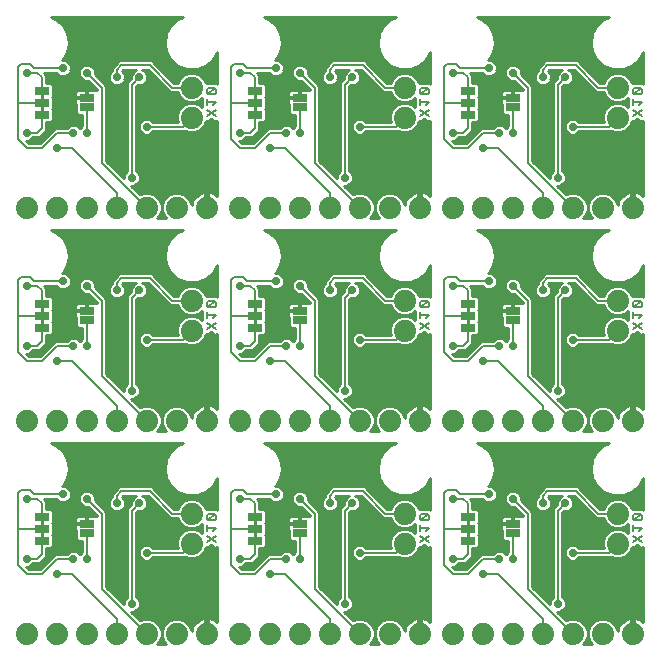
<source format=gbl>
G75*
%MOIN*%
%OFA0B0*%
%FSLAX25Y25*%
%IPPOS*%
%LPD*%
%AMOC8*
5,1,8,0,0,1.08239X$1,22.5*
%
%ADD10C,0.00800*%
%ADD11C,0.07400*%
%ADD12R,0.05000X0.02500*%
%ADD13C,0.01000*%
%ADD14C,0.02900*%
%ADD15C,0.00700*%
D10*
X0067150Y0040435D02*
X0070353Y0042570D01*
X0069285Y0044118D02*
X0070353Y0045186D01*
X0067150Y0045186D01*
X0067150Y0044118D02*
X0067150Y0046254D01*
X0067684Y0047802D02*
X0067150Y0048335D01*
X0067150Y0049403D01*
X0067684Y0049937D01*
X0069819Y0049937D01*
X0067684Y0047802D01*
X0069819Y0047802D01*
X0070353Y0048335D01*
X0070353Y0049403D01*
X0069819Y0049937D01*
X0067150Y0042570D02*
X0070353Y0040435D01*
X0138150Y0040435D02*
X0141353Y0042570D01*
X0140285Y0044118D02*
X0141353Y0045186D01*
X0138150Y0045186D01*
X0138150Y0044118D02*
X0138150Y0046254D01*
X0138684Y0047802D02*
X0140819Y0049937D01*
X0138684Y0049937D01*
X0138150Y0049403D01*
X0138150Y0048335D01*
X0138684Y0047802D01*
X0140819Y0047802D01*
X0141353Y0048335D01*
X0141353Y0049403D01*
X0140819Y0049937D01*
X0138150Y0042570D02*
X0141353Y0040435D01*
X0209150Y0040435D02*
X0212353Y0042570D01*
X0211285Y0044118D02*
X0212353Y0045186D01*
X0209150Y0045186D01*
X0209150Y0044118D02*
X0209150Y0046254D01*
X0209684Y0047802D02*
X0211819Y0049937D01*
X0209684Y0049937D01*
X0209150Y0049403D01*
X0209150Y0048335D01*
X0209684Y0047802D01*
X0211819Y0047802D01*
X0212353Y0048335D01*
X0212353Y0049403D01*
X0211819Y0049937D01*
X0209150Y0042570D02*
X0212353Y0040435D01*
X0212353Y0111435D02*
X0209150Y0113570D01*
X0209150Y0115118D02*
X0209150Y0117254D01*
X0209150Y0116186D02*
X0212353Y0116186D01*
X0211285Y0115118D01*
X0212353Y0113570D02*
X0209150Y0111435D01*
X0209684Y0118802D02*
X0211819Y0120937D01*
X0209684Y0120937D01*
X0209150Y0120403D01*
X0209150Y0119335D01*
X0209684Y0118802D01*
X0211819Y0118802D01*
X0212353Y0119335D01*
X0212353Y0120403D01*
X0211819Y0120937D01*
X0212353Y0182435D02*
X0209150Y0184570D01*
X0209150Y0186118D02*
X0209150Y0188254D01*
X0209150Y0187186D02*
X0212353Y0187186D01*
X0211285Y0186118D01*
X0212353Y0184570D02*
X0209150Y0182435D01*
X0209684Y0189802D02*
X0211819Y0191937D01*
X0209684Y0191937D01*
X0209150Y0191403D01*
X0209150Y0190335D01*
X0209684Y0189802D01*
X0211819Y0189802D01*
X0212353Y0190335D01*
X0212353Y0191403D01*
X0211819Y0191937D01*
X0141353Y0191403D02*
X0141353Y0190335D01*
X0140819Y0189802D01*
X0138684Y0189802D01*
X0140819Y0191937D01*
X0138684Y0191937D01*
X0138150Y0191403D01*
X0138150Y0190335D01*
X0138684Y0189802D01*
X0138150Y0188254D02*
X0138150Y0186118D01*
X0138150Y0187186D02*
X0141353Y0187186D01*
X0140285Y0186118D01*
X0141353Y0184570D02*
X0138150Y0182435D01*
X0138150Y0184570D02*
X0141353Y0182435D01*
X0141353Y0191403D02*
X0140819Y0191937D01*
X0070353Y0191403D02*
X0070353Y0190335D01*
X0069819Y0189802D01*
X0067684Y0189802D01*
X0069819Y0191937D01*
X0067684Y0191937D01*
X0067150Y0191403D01*
X0067150Y0190335D01*
X0067684Y0189802D01*
X0067150Y0188254D02*
X0067150Y0186118D01*
X0067150Y0187186D02*
X0070353Y0187186D01*
X0069285Y0186118D01*
X0070353Y0184570D02*
X0067150Y0182435D01*
X0067150Y0184570D02*
X0070353Y0182435D01*
X0070353Y0191403D02*
X0069819Y0191937D01*
X0069819Y0120937D02*
X0067684Y0120937D01*
X0067150Y0120403D01*
X0067150Y0119335D01*
X0067684Y0118802D01*
X0069819Y0120937D01*
X0070353Y0120403D01*
X0070353Y0119335D01*
X0069819Y0118802D01*
X0067684Y0118802D01*
X0067150Y0117254D02*
X0067150Y0115118D01*
X0067150Y0116186D02*
X0070353Y0116186D01*
X0069285Y0115118D01*
X0070353Y0113570D02*
X0067150Y0111435D01*
X0067150Y0113570D02*
X0070353Y0111435D01*
X0138150Y0111435D02*
X0141353Y0113570D01*
X0140285Y0115118D02*
X0141353Y0116186D01*
X0138150Y0116186D01*
X0138150Y0115118D02*
X0138150Y0117254D01*
X0138684Y0118802D02*
X0140819Y0120937D01*
X0138684Y0120937D01*
X0138150Y0120403D01*
X0138150Y0119335D01*
X0138684Y0118802D01*
X0140819Y0118802D01*
X0141353Y0119335D01*
X0141353Y0120403D01*
X0140819Y0120937D01*
X0138150Y0113570D02*
X0141353Y0111435D01*
D11*
X0007250Y0010060D03*
X0017250Y0010060D03*
X0027250Y0010060D03*
X0037250Y0010060D03*
X0047250Y0010060D03*
X0057250Y0010060D03*
X0067250Y0010060D03*
X0078250Y0010060D03*
X0088250Y0010060D03*
X0098250Y0010060D03*
X0108250Y0010060D03*
X0118250Y0010060D03*
X0128250Y0010060D03*
X0138250Y0010060D03*
X0149250Y0010060D03*
X0159250Y0010060D03*
X0169250Y0010060D03*
X0179250Y0010060D03*
X0189250Y0010060D03*
X0199250Y0010060D03*
X0209250Y0010060D03*
X0204250Y0040060D03*
X0204250Y0050060D03*
X0199250Y0081060D03*
X0189250Y0081060D03*
X0179250Y0081060D03*
X0169250Y0081060D03*
X0159250Y0081060D03*
X0149250Y0081060D03*
X0138250Y0081060D03*
X0128250Y0081060D03*
X0118250Y0081060D03*
X0108250Y0081060D03*
X0098250Y0081060D03*
X0088250Y0081060D03*
X0078250Y0081060D03*
X0067250Y0081060D03*
X0057250Y0081060D03*
X0047250Y0081060D03*
X0037250Y0081060D03*
X0027250Y0081060D03*
X0017250Y0081060D03*
X0007250Y0081060D03*
X0062250Y0111060D03*
X0062250Y0121060D03*
X0057250Y0152060D03*
X0067250Y0152060D03*
X0078250Y0152060D03*
X0088250Y0152060D03*
X0098250Y0152060D03*
X0108250Y0152060D03*
X0118250Y0152060D03*
X0128250Y0152060D03*
X0138250Y0152060D03*
X0149250Y0152060D03*
X0159250Y0152060D03*
X0169250Y0152060D03*
X0179250Y0152060D03*
X0189250Y0152060D03*
X0199250Y0152060D03*
X0209250Y0152060D03*
X0204250Y0182060D03*
X0204250Y0192060D03*
X0204250Y0121060D03*
X0204250Y0111060D03*
X0209250Y0081060D03*
X0133250Y0111060D03*
X0133250Y0121060D03*
X0133250Y0182060D03*
X0133250Y0192060D03*
X0062250Y0192060D03*
X0062250Y0182060D03*
X0047250Y0152060D03*
X0037250Y0152060D03*
X0027250Y0152060D03*
X0017250Y0152060D03*
X0007250Y0152060D03*
X0062250Y0050060D03*
X0062250Y0040060D03*
X0133250Y0040060D03*
X0133250Y0050060D03*
D12*
X0154250Y0049060D03*
X0154250Y0045060D03*
X0154250Y0041060D03*
X0169250Y0043460D03*
X0169250Y0046660D03*
X0154250Y0112060D03*
X0154250Y0116060D03*
X0154250Y0120060D03*
X0169250Y0117660D03*
X0169250Y0114460D03*
X0154250Y0183060D03*
X0154250Y0187060D03*
X0154250Y0191060D03*
X0169250Y0188660D03*
X0169250Y0185460D03*
X0098250Y0185460D03*
X0098250Y0188660D03*
X0083250Y0187060D03*
X0083250Y0191060D03*
X0083250Y0183060D03*
X0027250Y0185460D03*
X0027250Y0188660D03*
X0012250Y0187060D03*
X0012250Y0191060D03*
X0012250Y0183060D03*
X0012250Y0120060D03*
X0012250Y0116060D03*
X0012250Y0112060D03*
X0027250Y0114460D03*
X0027250Y0117660D03*
X0083250Y0116060D03*
X0083250Y0112060D03*
X0083250Y0120060D03*
X0098250Y0117660D03*
X0098250Y0114460D03*
X0083250Y0049060D03*
X0083250Y0045060D03*
X0083250Y0041060D03*
X0098250Y0043460D03*
X0098250Y0046660D03*
X0027250Y0046660D03*
X0027250Y0043460D03*
X0012250Y0045060D03*
X0012250Y0049060D03*
X0012250Y0041060D03*
D13*
X0012250Y0045060D01*
X0012250Y0049060D01*
X0013800Y0051510D02*
X0013800Y0054202D01*
X0012992Y0055010D01*
X0017052Y0055010D01*
X0017749Y0054313D01*
X0018723Y0053910D01*
X0019777Y0053910D01*
X0020751Y0054313D01*
X0021497Y0055059D01*
X0021900Y0056033D01*
X0021900Y0057087D01*
X0021497Y0058061D01*
X0020751Y0058807D01*
X0019777Y0059210D01*
X0019124Y0059210D01*
X0019173Y0059251D01*
X0020742Y0061969D01*
X0021287Y0065060D01*
X0020742Y0068151D01*
X0019173Y0070869D01*
X0019173Y0070869D01*
X0016769Y0072887D01*
X0016769Y0072887D01*
X0015193Y0073460D01*
X0059307Y0073460D01*
X0057731Y0072887D01*
X0055327Y0070869D01*
X0053758Y0068151D01*
X0053758Y0068151D01*
X0053213Y0065060D01*
X0053758Y0061969D01*
X0055327Y0059251D01*
X0055327Y0059251D01*
X0057731Y0057233D01*
X0060681Y0056160D01*
X0063819Y0056160D01*
X0066769Y0057233D01*
X0069173Y0059251D01*
X0070650Y0061809D01*
X0070650Y0051368D01*
X0070482Y0051537D01*
X0067021Y0051537D01*
X0066965Y0051481D01*
X0066404Y0052836D01*
X0065026Y0054214D01*
X0063225Y0054960D01*
X0061275Y0054960D01*
X0059474Y0054214D01*
X0058096Y0052836D01*
X0057588Y0051610D01*
X0056392Y0051610D01*
X0049800Y0058202D01*
X0048892Y0059110D01*
X0038108Y0059110D01*
X0037200Y0058202D01*
X0036608Y0057610D01*
X0035700Y0056702D01*
X0035700Y0055758D01*
X0035003Y0055061D01*
X0034600Y0054087D01*
X0034600Y0053033D01*
X0035003Y0052059D01*
X0035749Y0051313D01*
X0036723Y0050910D01*
X0037777Y0050910D01*
X0038751Y0051313D01*
X0039497Y0052059D01*
X0039900Y0053033D01*
X0039900Y0054087D01*
X0039497Y0055061D01*
X0038970Y0055588D01*
X0039392Y0056010D01*
X0043740Y0056010D01*
X0043249Y0055807D01*
X0042503Y0055061D01*
X0042100Y0054087D01*
X0042100Y0053102D01*
X0040700Y0051702D01*
X0040700Y0022258D01*
X0040003Y0021561D01*
X0039600Y0020587D01*
X0039600Y0019902D01*
X0033800Y0025702D01*
X0033800Y0050702D01*
X0029900Y0054602D01*
X0029900Y0055587D01*
X0029497Y0056561D01*
X0028751Y0057307D01*
X0027777Y0057710D01*
X0026723Y0057710D01*
X0025749Y0057307D01*
X0025003Y0056561D01*
X0024600Y0055587D01*
X0024600Y0054533D01*
X0025003Y0053559D01*
X0025749Y0052813D01*
X0026723Y0052410D01*
X0027708Y0052410D01*
X0030700Y0049418D01*
X0030700Y0049081D01*
X0030671Y0049110D01*
X0030329Y0049308D01*
X0029947Y0049410D01*
X0027375Y0049410D01*
X0027375Y0046785D01*
X0027125Y0046785D01*
X0027125Y0049410D01*
X0024553Y0049410D01*
X0024171Y0049308D01*
X0023829Y0049110D01*
X0023550Y0048831D01*
X0023352Y0048489D01*
X0023250Y0048107D01*
X0023250Y0046785D01*
X0027125Y0046785D01*
X0027125Y0046535D01*
X0023250Y0046535D01*
X0023250Y0045212D01*
X0023352Y0044831D01*
X0023550Y0044489D01*
X0023550Y0044489D01*
X0023550Y0041713D01*
X0024253Y0041010D01*
X0025700Y0041010D01*
X0025700Y0037258D01*
X0025003Y0036561D01*
X0025000Y0036553D01*
X0024997Y0036561D01*
X0024251Y0037307D01*
X0023277Y0037710D01*
X0022223Y0037710D01*
X0021249Y0037307D01*
X0020552Y0036610D01*
X0016608Y0036610D01*
X0015700Y0035702D01*
X0011608Y0031610D01*
X0007892Y0031610D01*
X0007092Y0032410D01*
X0007777Y0032410D01*
X0008751Y0032813D01*
X0009448Y0033510D01*
X0011392Y0033510D01*
X0012892Y0035010D01*
X0013800Y0035918D01*
X0013800Y0038610D01*
X0015247Y0038610D01*
X0015950Y0039313D01*
X0015950Y0042807D01*
X0015697Y0043060D01*
X0015950Y0043313D01*
X0015950Y0046807D01*
X0015697Y0047060D01*
X0015950Y0047313D01*
X0015950Y0050807D01*
X0015247Y0051510D01*
X0013800Y0051510D01*
X0013800Y0051990D02*
X0028128Y0051990D01*
X0029126Y0050992D02*
X0015766Y0050992D01*
X0015950Y0049993D02*
X0030125Y0049993D01*
X0027375Y0048994D02*
X0027125Y0048994D01*
X0027125Y0047996D02*
X0027375Y0047996D01*
X0027375Y0046997D02*
X0027125Y0046997D01*
X0023250Y0046997D02*
X0015760Y0046997D01*
X0015950Y0045999D02*
X0023250Y0045999D01*
X0023307Y0045000D02*
X0015950Y0045000D01*
X0015950Y0044002D02*
X0023550Y0044002D01*
X0023550Y0043003D02*
X0015754Y0043003D01*
X0015950Y0042005D02*
X0023550Y0042005D01*
X0025700Y0041006D02*
X0015950Y0041006D01*
X0015950Y0040008D02*
X0025700Y0040008D01*
X0025700Y0039009D02*
X0015646Y0039009D01*
X0013800Y0038011D02*
X0025700Y0038011D01*
X0025455Y0037012D02*
X0024545Y0037012D01*
X0020955Y0037012D02*
X0013800Y0037012D01*
X0013800Y0036014D02*
X0016012Y0036014D01*
X0015013Y0035015D02*
X0012897Y0035015D01*
X0011899Y0034017D02*
X0014015Y0034017D01*
X0013016Y0033018D02*
X0008956Y0033018D01*
X0007482Y0032020D02*
X0012018Y0032020D01*
X0015950Y0047996D02*
X0023250Y0047996D01*
X0023713Y0048994D02*
X0015950Y0048994D01*
X0013800Y0052989D02*
X0025574Y0052989D01*
X0024826Y0053987D02*
X0019963Y0053987D01*
X0018537Y0053987D02*
X0013800Y0053987D01*
X0013016Y0054986D02*
X0017077Y0054986D01*
X0019173Y0059251D02*
X0019173Y0059251D01*
X0019173Y0059251D01*
X0019593Y0059978D02*
X0054907Y0059978D01*
X0054331Y0060977D02*
X0020169Y0060977D01*
X0020742Y0061969D02*
X0020742Y0061969D01*
X0020743Y0061975D02*
X0053757Y0061975D01*
X0053758Y0061969D02*
X0053758Y0061969D01*
X0053581Y0062974D02*
X0020919Y0062974D01*
X0021095Y0063972D02*
X0053405Y0063972D01*
X0053228Y0064971D02*
X0021272Y0064971D01*
X0021287Y0065060D02*
X0021287Y0065060D01*
X0021127Y0065969D02*
X0053373Y0065969D01*
X0053213Y0065060D02*
X0053213Y0065060D01*
X0053549Y0066968D02*
X0020951Y0066968D01*
X0020775Y0067966D02*
X0053725Y0067966D01*
X0054228Y0068965D02*
X0020272Y0068965D01*
X0020742Y0068151D02*
X0020742Y0068151D01*
X0019696Y0069963D02*
X0054804Y0069963D01*
X0055327Y0070869D02*
X0055327Y0070869D01*
X0055327Y0070869D01*
X0055438Y0070962D02*
X0019063Y0070962D01*
X0017873Y0071960D02*
X0056627Y0071960D01*
X0057731Y0072887D02*
X0057731Y0072887D01*
X0057930Y0072959D02*
X0016570Y0072959D01*
X0020333Y0058980D02*
X0037978Y0058980D01*
X0036979Y0057981D02*
X0021530Y0057981D01*
X0021900Y0056983D02*
X0025425Y0056983D01*
X0024764Y0055984D02*
X0021880Y0055984D01*
X0021423Y0054986D02*
X0024600Y0054986D01*
X0029075Y0056983D02*
X0035981Y0056983D01*
X0035700Y0055984D02*
X0029736Y0055984D01*
X0029900Y0054986D02*
X0034972Y0054986D01*
X0034600Y0053987D02*
X0030515Y0053987D01*
X0031513Y0052989D02*
X0034618Y0052989D01*
X0035072Y0051990D02*
X0032512Y0051990D01*
X0033510Y0050992D02*
X0036526Y0050992D01*
X0037974Y0050992D02*
X0040700Y0050992D01*
X0040700Y0049993D02*
X0033800Y0049993D01*
X0033800Y0048994D02*
X0040700Y0048994D01*
X0040700Y0047996D02*
X0033800Y0047996D01*
X0033800Y0046997D02*
X0040700Y0046997D01*
X0040700Y0045999D02*
X0033800Y0045999D01*
X0033800Y0045000D02*
X0040700Y0045000D01*
X0040700Y0044002D02*
X0033800Y0044002D01*
X0033800Y0043003D02*
X0040700Y0043003D01*
X0040700Y0042005D02*
X0033800Y0042005D01*
X0033800Y0041006D02*
X0040700Y0041006D01*
X0040700Y0040008D02*
X0033800Y0040008D01*
X0033800Y0039009D02*
X0040700Y0039009D01*
X0040700Y0038011D02*
X0033800Y0038011D01*
X0033800Y0037012D02*
X0040700Y0037012D01*
X0040700Y0036014D02*
X0033800Y0036014D01*
X0033800Y0035015D02*
X0040700Y0035015D01*
X0040700Y0034017D02*
X0033800Y0034017D01*
X0033800Y0033018D02*
X0040700Y0033018D01*
X0040700Y0032020D02*
X0033800Y0032020D01*
X0033800Y0031021D02*
X0040700Y0031021D01*
X0040700Y0030023D02*
X0033800Y0030023D01*
X0033800Y0029024D02*
X0040700Y0029024D01*
X0040700Y0028026D02*
X0033800Y0028026D01*
X0033800Y0027027D02*
X0040700Y0027027D01*
X0040700Y0026029D02*
X0033800Y0026029D01*
X0034472Y0025030D02*
X0040700Y0025030D01*
X0040700Y0024032D02*
X0035470Y0024032D01*
X0036469Y0023033D02*
X0040700Y0023033D01*
X0040477Y0022035D02*
X0037467Y0022035D01*
X0038466Y0021036D02*
X0039786Y0021036D01*
X0039600Y0020038D02*
X0039464Y0020038D01*
X0042092Y0017410D02*
X0042777Y0017410D01*
X0043751Y0017813D01*
X0044497Y0018559D01*
X0044900Y0019533D01*
X0044900Y0020587D01*
X0044497Y0021561D01*
X0043800Y0022258D01*
X0043800Y0050418D01*
X0044292Y0050910D01*
X0045277Y0050910D01*
X0046251Y0051313D01*
X0046997Y0052059D01*
X0047400Y0053033D01*
X0047400Y0054087D01*
X0046997Y0055061D01*
X0046251Y0055807D01*
X0045760Y0056010D01*
X0047608Y0056010D01*
X0055108Y0048510D01*
X0057588Y0048510D01*
X0058096Y0047284D01*
X0059474Y0045906D01*
X0061275Y0045160D01*
X0063225Y0045160D01*
X0065026Y0045906D01*
X0065550Y0046430D01*
X0065550Y0043690D01*
X0065026Y0044214D01*
X0063225Y0044960D01*
X0061275Y0044960D01*
X0059474Y0044214D01*
X0058096Y0042836D01*
X0057350Y0041035D01*
X0057350Y0039085D01*
X0057547Y0038610D01*
X0049448Y0038610D01*
X0048751Y0039307D01*
X0047777Y0039710D01*
X0046723Y0039710D01*
X0045749Y0039307D01*
X0045003Y0038561D01*
X0044600Y0037587D01*
X0044600Y0036533D01*
X0045003Y0035559D01*
X0045749Y0034813D01*
X0046723Y0034410D01*
X0047777Y0034410D01*
X0048751Y0034813D01*
X0049448Y0035510D01*
X0059892Y0035510D01*
X0060050Y0035668D01*
X0061275Y0035160D01*
X0063225Y0035160D01*
X0065026Y0035906D01*
X0066404Y0037284D01*
X0067042Y0038825D01*
X0067486Y0038736D01*
X0068751Y0039580D01*
X0070017Y0038736D01*
X0070650Y0038863D01*
X0070650Y0014014D01*
X0070638Y0014026D01*
X0069975Y0014507D01*
X0069246Y0014879D01*
X0068468Y0015132D01*
X0067750Y0015246D01*
X0067750Y0010560D01*
X0066750Y0010560D01*
X0066750Y0015246D01*
X0066032Y0015132D01*
X0065254Y0014879D01*
X0064525Y0014507D01*
X0063862Y0014026D01*
X0063284Y0013448D01*
X0062803Y0012785D01*
X0062431Y0012056D01*
X0062178Y0011278D01*
X0062142Y0011053D01*
X0061404Y0012836D01*
X0060026Y0014214D01*
X0058225Y0014960D01*
X0056275Y0014960D01*
X0054474Y0014214D01*
X0053096Y0012836D01*
X0052350Y0011035D01*
X0052350Y0009085D01*
X0053096Y0007284D01*
X0053720Y0006660D01*
X0050780Y0006660D01*
X0051404Y0007284D01*
X0052150Y0009085D01*
X0052150Y0011035D01*
X0051404Y0012836D01*
X0050026Y0014214D01*
X0048225Y0014960D01*
X0046275Y0014960D01*
X0045050Y0014452D01*
X0042092Y0017410D01*
X0042460Y0017042D02*
X0070650Y0017042D01*
X0070650Y0016044D02*
X0043458Y0016044D01*
X0044457Y0015045D02*
X0065765Y0015045D01*
X0066750Y0015045D02*
X0067750Y0015045D01*
X0068735Y0015045D02*
X0070650Y0015045D01*
X0070610Y0014047D02*
X0070650Y0014047D01*
X0067750Y0014047D02*
X0066750Y0014047D01*
X0066750Y0013048D02*
X0067750Y0013048D01*
X0067750Y0012050D02*
X0066750Y0012050D01*
X0066750Y0011051D02*
X0067750Y0011051D01*
X0063890Y0014047D02*
X0060193Y0014047D01*
X0061192Y0013048D02*
X0062993Y0013048D01*
X0062429Y0012050D02*
X0061730Y0012050D01*
X0054307Y0014047D02*
X0050193Y0014047D01*
X0051192Y0013048D02*
X0053308Y0013048D01*
X0052770Y0012050D02*
X0051730Y0012050D01*
X0052143Y0011051D02*
X0052357Y0011051D01*
X0052350Y0010053D02*
X0052150Y0010053D01*
X0052137Y0009054D02*
X0052363Y0009054D01*
X0052777Y0008056D02*
X0051723Y0008056D01*
X0051177Y0007057D02*
X0053323Y0007057D01*
X0043978Y0018041D02*
X0070650Y0018041D01*
X0070650Y0019039D02*
X0044695Y0019039D01*
X0044900Y0020038D02*
X0070650Y0020038D01*
X0070650Y0021036D02*
X0044714Y0021036D01*
X0044023Y0022035D02*
X0070650Y0022035D01*
X0070650Y0023033D02*
X0043800Y0023033D01*
X0043800Y0024032D02*
X0070650Y0024032D01*
X0070650Y0025030D02*
X0043800Y0025030D01*
X0043800Y0026029D02*
X0070650Y0026029D01*
X0070650Y0027027D02*
X0043800Y0027027D01*
X0043800Y0028026D02*
X0070650Y0028026D01*
X0070650Y0029024D02*
X0043800Y0029024D01*
X0043800Y0030023D02*
X0070650Y0030023D01*
X0070650Y0031021D02*
X0043800Y0031021D01*
X0043800Y0032020D02*
X0070650Y0032020D01*
X0070650Y0033018D02*
X0043800Y0033018D01*
X0043800Y0034017D02*
X0070650Y0034017D01*
X0070650Y0035015D02*
X0048953Y0035015D01*
X0045547Y0035015D02*
X0043800Y0035015D01*
X0043800Y0036014D02*
X0044815Y0036014D01*
X0044600Y0037012D02*
X0043800Y0037012D01*
X0043800Y0038011D02*
X0044776Y0038011D01*
X0045452Y0039009D02*
X0043800Y0039009D01*
X0043800Y0040008D02*
X0057350Y0040008D01*
X0057350Y0041006D02*
X0043800Y0041006D01*
X0043800Y0042005D02*
X0057752Y0042005D01*
X0058264Y0043003D02*
X0043800Y0043003D01*
X0043800Y0044002D02*
X0059262Y0044002D01*
X0059381Y0045999D02*
X0043800Y0045999D01*
X0043800Y0046997D02*
X0058383Y0046997D01*
X0057801Y0047996D02*
X0043800Y0047996D01*
X0043800Y0048994D02*
X0054623Y0048994D01*
X0053625Y0049993D02*
X0043800Y0049993D01*
X0045474Y0050992D02*
X0052626Y0050992D01*
X0051628Y0051990D02*
X0046928Y0051990D01*
X0047382Y0052989D02*
X0050629Y0052989D01*
X0049631Y0053987D02*
X0047400Y0053987D01*
X0047028Y0054986D02*
X0048632Y0054986D01*
X0047634Y0055984D02*
X0045823Y0055984D01*
X0043677Y0055984D02*
X0039366Y0055984D01*
X0039528Y0054986D02*
X0042472Y0054986D01*
X0042100Y0053987D02*
X0039900Y0053987D01*
X0039882Y0052989D02*
X0041987Y0052989D01*
X0040988Y0051990D02*
X0039428Y0051990D01*
X0043800Y0045000D02*
X0065550Y0045000D01*
X0065550Y0044002D02*
X0065238Y0044002D01*
X0065119Y0045999D02*
X0065550Y0045999D01*
X0066754Y0051990D02*
X0070650Y0051990D01*
X0070650Y0052989D02*
X0066251Y0052989D01*
X0065253Y0053987D02*
X0070650Y0053987D01*
X0070650Y0054986D02*
X0053016Y0054986D01*
X0052018Y0055984D02*
X0070650Y0055984D01*
X0070650Y0056983D02*
X0066079Y0056983D01*
X0066769Y0057233D02*
X0066769Y0057233D01*
X0067660Y0057981D02*
X0070650Y0057981D01*
X0070650Y0058980D02*
X0068850Y0058980D01*
X0069173Y0059251D02*
X0069173Y0059251D01*
X0069173Y0059251D01*
X0069593Y0059978D02*
X0070650Y0059978D01*
X0070650Y0060977D02*
X0070169Y0060977D01*
X0059247Y0053987D02*
X0054015Y0053987D01*
X0055013Y0052989D02*
X0058249Y0052989D01*
X0057746Y0051990D02*
X0056012Y0051990D01*
X0058421Y0056983D02*
X0051019Y0056983D01*
X0050021Y0057981D02*
X0056840Y0057981D01*
X0057731Y0057233D02*
X0057731Y0057233D01*
X0055650Y0058980D02*
X0049022Y0058980D01*
X0050780Y0077660D02*
X0051404Y0078284D01*
X0052150Y0080085D01*
X0052150Y0082035D01*
X0051404Y0083836D01*
X0050026Y0085214D01*
X0048225Y0085960D01*
X0046275Y0085960D01*
X0045050Y0085452D01*
X0042092Y0088410D01*
X0042777Y0088410D01*
X0043751Y0088813D01*
X0044497Y0089559D01*
X0044900Y0090533D01*
X0044900Y0091587D01*
X0044497Y0092561D01*
X0043800Y0093258D01*
X0043800Y0121418D01*
X0044292Y0121910D01*
X0045277Y0121910D01*
X0046251Y0122313D01*
X0046997Y0123059D01*
X0047400Y0124033D01*
X0047400Y0125087D01*
X0046997Y0126061D01*
X0046251Y0126807D01*
X0045760Y0127010D01*
X0047608Y0127010D01*
X0055108Y0119510D01*
X0057588Y0119510D01*
X0058096Y0118284D01*
X0059474Y0116906D01*
X0061275Y0116160D01*
X0063225Y0116160D01*
X0065026Y0116906D01*
X0065550Y0117430D01*
X0065550Y0114690D01*
X0065026Y0115214D01*
X0063225Y0115960D01*
X0061275Y0115960D01*
X0059474Y0115214D01*
X0058096Y0113836D01*
X0057350Y0112035D01*
X0057350Y0110085D01*
X0057547Y0109610D01*
X0049448Y0109610D01*
X0048751Y0110307D01*
X0047777Y0110710D01*
X0046723Y0110710D01*
X0045749Y0110307D01*
X0045003Y0109561D01*
X0044600Y0108587D01*
X0044600Y0107533D01*
X0045003Y0106559D01*
X0045749Y0105813D01*
X0046723Y0105410D01*
X0047777Y0105410D01*
X0048751Y0105813D01*
X0049448Y0106510D01*
X0059892Y0106510D01*
X0060050Y0106668D01*
X0061275Y0106160D01*
X0063225Y0106160D01*
X0065026Y0106906D01*
X0066404Y0108284D01*
X0067042Y0109825D01*
X0067486Y0109736D01*
X0068751Y0110580D01*
X0070017Y0109736D01*
X0070650Y0109863D01*
X0070650Y0085014D01*
X0070638Y0085026D01*
X0069975Y0085507D01*
X0069246Y0085879D01*
X0068468Y0086132D01*
X0067750Y0086246D01*
X0067750Y0081560D01*
X0066750Y0081560D01*
X0066750Y0086246D01*
X0066032Y0086132D01*
X0065254Y0085879D01*
X0064525Y0085507D01*
X0063862Y0085026D01*
X0063284Y0084448D01*
X0062803Y0083785D01*
X0062431Y0083056D01*
X0062178Y0082278D01*
X0062142Y0082053D01*
X0061404Y0083836D01*
X0060026Y0085214D01*
X0058225Y0085960D01*
X0056275Y0085960D01*
X0054474Y0085214D01*
X0053096Y0083836D01*
X0052350Y0082035D01*
X0052350Y0080085D01*
X0053096Y0078284D01*
X0053720Y0077660D01*
X0050780Y0077660D01*
X0051071Y0077951D02*
X0053429Y0077951D01*
X0052820Y0078950D02*
X0051680Y0078950D01*
X0052093Y0079948D02*
X0052407Y0079948D01*
X0052350Y0080947D02*
X0052150Y0080947D01*
X0052150Y0081945D02*
X0052350Y0081945D01*
X0052727Y0082944D02*
X0051773Y0082944D01*
X0051297Y0083942D02*
X0053203Y0083942D01*
X0054201Y0084941D02*
X0050299Y0084941D01*
X0048274Y0085939D02*
X0056226Y0085939D01*
X0058274Y0085939D02*
X0065440Y0085939D01*
X0066750Y0085939D02*
X0067750Y0085939D01*
X0067750Y0084941D02*
X0066750Y0084941D01*
X0066750Y0083942D02*
X0067750Y0083942D01*
X0067750Y0082944D02*
X0066750Y0082944D01*
X0066750Y0081945D02*
X0067750Y0081945D01*
X0069060Y0085939D02*
X0070650Y0085939D01*
X0070650Y0086938D02*
X0043564Y0086938D01*
X0042566Y0087936D02*
X0070650Y0087936D01*
X0070650Y0088935D02*
X0043873Y0088935D01*
X0044652Y0089933D02*
X0070650Y0089933D01*
X0070650Y0090932D02*
X0044900Y0090932D01*
X0044758Y0091930D02*
X0070650Y0091930D01*
X0070650Y0092929D02*
X0044129Y0092929D01*
X0043800Y0093927D02*
X0070650Y0093927D01*
X0070650Y0094926D02*
X0043800Y0094926D01*
X0043800Y0095925D02*
X0070650Y0095925D01*
X0070650Y0096923D02*
X0043800Y0096923D01*
X0043800Y0097922D02*
X0070650Y0097922D01*
X0070650Y0098920D02*
X0043800Y0098920D01*
X0043800Y0099919D02*
X0070650Y0099919D01*
X0070650Y0100917D02*
X0043800Y0100917D01*
X0043800Y0101916D02*
X0070650Y0101916D01*
X0070650Y0102914D02*
X0043800Y0102914D01*
X0043800Y0103913D02*
X0070650Y0103913D01*
X0070650Y0104911D02*
X0043800Y0104911D01*
X0043800Y0105910D02*
X0045653Y0105910D01*
X0044859Y0106908D02*
X0043800Y0106908D01*
X0043800Y0107907D02*
X0044600Y0107907D01*
X0044732Y0108905D02*
X0043800Y0108905D01*
X0043800Y0109904D02*
X0045346Y0109904D01*
X0043800Y0110902D02*
X0057350Y0110902D01*
X0057350Y0111901D02*
X0043800Y0111901D01*
X0043800Y0112899D02*
X0057708Y0112899D01*
X0058158Y0113898D02*
X0043800Y0113898D01*
X0043800Y0114896D02*
X0059157Y0114896D01*
X0059505Y0116893D02*
X0043800Y0116893D01*
X0043800Y0115895D02*
X0061118Y0115895D01*
X0063382Y0115895D02*
X0065550Y0115895D01*
X0065550Y0116893D02*
X0064995Y0116893D01*
X0065343Y0114896D02*
X0065550Y0114896D01*
X0067737Y0109904D02*
X0069766Y0109904D01*
X0070650Y0108905D02*
X0066661Y0108905D01*
X0066026Y0107907D02*
X0070650Y0107907D01*
X0070650Y0106908D02*
X0065028Y0106908D01*
X0070650Y0105910D02*
X0048847Y0105910D01*
X0049154Y0109904D02*
X0057425Y0109904D01*
X0058489Y0117892D02*
X0043800Y0117892D01*
X0043800Y0118890D02*
X0057845Y0118890D01*
X0054729Y0119889D02*
X0043800Y0119889D01*
X0043800Y0120887D02*
X0053731Y0120887D01*
X0052732Y0121886D02*
X0044268Y0121886D01*
X0046822Y0122884D02*
X0051734Y0122884D01*
X0050735Y0123883D02*
X0047338Y0123883D01*
X0047400Y0124881D02*
X0049737Y0124881D01*
X0048738Y0125880D02*
X0047072Y0125880D01*
X0047740Y0126878D02*
X0046078Y0126878D01*
X0043740Y0127010D02*
X0043249Y0126807D01*
X0042503Y0126061D01*
X0042100Y0125087D01*
X0042100Y0124102D01*
X0040700Y0122702D01*
X0040700Y0093258D01*
X0040003Y0092561D01*
X0039600Y0091587D01*
X0039600Y0090902D01*
X0033800Y0096702D01*
X0033800Y0121702D01*
X0029900Y0125602D01*
X0029900Y0126587D01*
X0029497Y0127561D01*
X0028751Y0128307D01*
X0027777Y0128710D01*
X0026723Y0128710D01*
X0025749Y0128307D01*
X0025003Y0127561D01*
X0024600Y0126587D01*
X0024600Y0125533D01*
X0025003Y0124559D01*
X0025749Y0123813D01*
X0026723Y0123410D01*
X0027708Y0123410D01*
X0030700Y0120418D01*
X0030700Y0120081D01*
X0030671Y0120110D01*
X0030329Y0120308D01*
X0029947Y0120410D01*
X0027375Y0120410D01*
X0027375Y0117785D01*
X0027125Y0117785D01*
X0027125Y0120410D01*
X0024553Y0120410D01*
X0024171Y0120308D01*
X0023829Y0120110D01*
X0023550Y0119831D01*
X0023352Y0119489D01*
X0023250Y0119107D01*
X0023250Y0117785D01*
X0027125Y0117785D01*
X0027125Y0117535D01*
X0023250Y0117535D01*
X0023250Y0116212D01*
X0023352Y0115831D01*
X0023550Y0115489D01*
X0023550Y0115489D01*
X0023550Y0112713D01*
X0024253Y0112010D01*
X0025700Y0112010D01*
X0025700Y0108258D01*
X0025003Y0107561D01*
X0025000Y0107553D01*
X0024997Y0107561D01*
X0024251Y0108307D01*
X0023277Y0108710D01*
X0022223Y0108710D01*
X0021249Y0108307D01*
X0020552Y0107610D01*
X0016608Y0107610D01*
X0015700Y0106702D01*
X0011608Y0102610D01*
X0007892Y0102610D01*
X0007092Y0103410D01*
X0007777Y0103410D01*
X0008751Y0103813D01*
X0009448Y0104510D01*
X0011392Y0104510D01*
X0012892Y0106010D01*
X0013800Y0106918D01*
X0013800Y0109610D01*
X0015247Y0109610D01*
X0015950Y0110313D01*
X0015950Y0113807D01*
X0015697Y0114060D01*
X0015950Y0114313D01*
X0015950Y0117807D01*
X0015697Y0118060D01*
X0015950Y0118313D01*
X0015950Y0121807D01*
X0015247Y0122510D01*
X0013800Y0122510D01*
X0013800Y0125202D01*
X0012992Y0126010D01*
X0017052Y0126010D01*
X0017749Y0125313D01*
X0018723Y0124910D01*
X0019777Y0124910D01*
X0020751Y0125313D01*
X0021497Y0126059D01*
X0021900Y0127033D01*
X0021900Y0128087D01*
X0021497Y0129061D01*
X0020751Y0129807D01*
X0019777Y0130210D01*
X0019124Y0130210D01*
X0019173Y0130251D01*
X0020742Y0132969D01*
X0021287Y0136060D01*
X0020742Y0139151D01*
X0019173Y0141869D01*
X0019173Y0141869D01*
X0016769Y0143887D01*
X0016769Y0143887D01*
X0015193Y0144460D01*
X0059307Y0144460D01*
X0057731Y0143887D01*
X0055327Y0141869D01*
X0053758Y0139151D01*
X0053758Y0139151D01*
X0053213Y0136060D01*
X0053758Y0132969D01*
X0055327Y0130251D01*
X0055327Y0130251D01*
X0057731Y0128233D01*
X0060681Y0127160D01*
X0063819Y0127160D01*
X0066769Y0128233D01*
X0069173Y0130251D01*
X0070650Y0132809D01*
X0070650Y0122368D01*
X0070482Y0122537D01*
X0067021Y0122537D01*
X0066965Y0122481D01*
X0066404Y0123836D01*
X0065026Y0125214D01*
X0063225Y0125960D01*
X0061275Y0125960D01*
X0059474Y0125214D01*
X0058096Y0123836D01*
X0057588Y0122610D01*
X0056392Y0122610D01*
X0049800Y0129202D01*
X0048892Y0130110D01*
X0038108Y0130110D01*
X0037200Y0129202D01*
X0036608Y0128610D01*
X0035700Y0127702D01*
X0035700Y0126758D01*
X0035003Y0126061D01*
X0034600Y0125087D01*
X0034600Y0124033D01*
X0035003Y0123059D01*
X0035749Y0122313D01*
X0036723Y0121910D01*
X0037777Y0121910D01*
X0038751Y0122313D01*
X0039497Y0123059D01*
X0039900Y0124033D01*
X0039900Y0125087D01*
X0039497Y0126061D01*
X0038970Y0126588D01*
X0039392Y0127010D01*
X0043740Y0127010D01*
X0043422Y0126878D02*
X0039260Y0126878D01*
X0039572Y0125880D02*
X0042428Y0125880D01*
X0042100Y0124881D02*
X0039900Y0124881D01*
X0039838Y0123883D02*
X0041881Y0123883D01*
X0040882Y0122884D02*
X0039322Y0122884D01*
X0040700Y0121886D02*
X0033616Y0121886D01*
X0033800Y0120887D02*
X0040700Y0120887D01*
X0040700Y0119889D02*
X0033800Y0119889D01*
X0033800Y0118890D02*
X0040700Y0118890D01*
X0040700Y0117892D02*
X0033800Y0117892D01*
X0033800Y0116893D02*
X0040700Y0116893D01*
X0040700Y0115895D02*
X0033800Y0115895D01*
X0033800Y0114896D02*
X0040700Y0114896D01*
X0040700Y0113898D02*
X0033800Y0113898D01*
X0033800Y0112899D02*
X0040700Y0112899D01*
X0040700Y0111901D02*
X0033800Y0111901D01*
X0033800Y0110902D02*
X0040700Y0110902D01*
X0040700Y0109904D02*
X0033800Y0109904D01*
X0033800Y0108905D02*
X0040700Y0108905D01*
X0040700Y0107907D02*
X0033800Y0107907D01*
X0033800Y0106908D02*
X0040700Y0106908D01*
X0040700Y0105910D02*
X0033800Y0105910D01*
X0033800Y0104911D02*
X0040700Y0104911D01*
X0040700Y0103913D02*
X0033800Y0103913D01*
X0033800Y0102914D02*
X0040700Y0102914D01*
X0040700Y0101916D02*
X0033800Y0101916D01*
X0033800Y0100917D02*
X0040700Y0100917D01*
X0040700Y0099919D02*
X0033800Y0099919D01*
X0033800Y0098920D02*
X0040700Y0098920D01*
X0040700Y0097922D02*
X0033800Y0097922D01*
X0033800Y0096923D02*
X0040700Y0096923D01*
X0040700Y0095925D02*
X0034577Y0095925D01*
X0035576Y0094926D02*
X0040700Y0094926D01*
X0040700Y0093927D02*
X0036574Y0093927D01*
X0037573Y0092929D02*
X0040371Y0092929D01*
X0039742Y0091930D02*
X0038572Y0091930D01*
X0039570Y0090932D02*
X0039600Y0090932D01*
X0044563Y0085939D02*
X0046226Y0085939D01*
X0060299Y0084941D02*
X0063777Y0084941D01*
X0062917Y0083942D02*
X0061297Y0083942D01*
X0061773Y0082944D02*
X0062395Y0082944D01*
X0078892Y0102610D02*
X0078092Y0103410D01*
X0078777Y0103410D01*
X0079751Y0103813D01*
X0080448Y0104510D01*
X0082392Y0104510D01*
X0083892Y0106010D01*
X0084800Y0106918D01*
X0084800Y0109610D01*
X0086247Y0109610D01*
X0086950Y0110313D01*
X0086950Y0113807D01*
X0086697Y0114060D01*
X0086950Y0114313D01*
X0086950Y0117807D01*
X0086697Y0118060D01*
X0086950Y0118313D01*
X0086950Y0121807D01*
X0086247Y0122510D01*
X0084800Y0122510D01*
X0084800Y0125202D01*
X0083992Y0126010D01*
X0088052Y0126010D01*
X0088749Y0125313D01*
X0089723Y0124910D01*
X0090777Y0124910D01*
X0091751Y0125313D01*
X0092497Y0126059D01*
X0092900Y0127033D01*
X0092900Y0128087D01*
X0092497Y0129061D01*
X0091751Y0129807D01*
X0090777Y0130210D01*
X0090124Y0130210D01*
X0090173Y0130251D01*
X0091742Y0132969D01*
X0092287Y0136060D01*
X0091742Y0139151D01*
X0090173Y0141869D01*
X0090173Y0141869D01*
X0087769Y0143887D01*
X0087769Y0143887D01*
X0086193Y0144460D01*
X0130307Y0144460D01*
X0128731Y0143887D01*
X0126327Y0141869D01*
X0124758Y0139151D01*
X0124213Y0136060D01*
X0124758Y0132969D01*
X0126327Y0130251D01*
X0126327Y0130251D01*
X0128731Y0128233D01*
X0131681Y0127160D01*
X0134819Y0127160D01*
X0137769Y0128233D01*
X0140173Y0130251D01*
X0141650Y0132809D01*
X0141650Y0122368D01*
X0141482Y0122537D01*
X0138021Y0122537D01*
X0137965Y0122481D01*
X0137404Y0123836D01*
X0136026Y0125214D01*
X0134225Y0125960D01*
X0132275Y0125960D01*
X0130474Y0125214D01*
X0129096Y0123836D01*
X0128588Y0122610D01*
X0127392Y0122610D01*
X0120800Y0129202D01*
X0119892Y0130110D01*
X0109108Y0130110D01*
X0107608Y0128610D01*
X0106700Y0127702D01*
X0106700Y0126758D01*
X0106003Y0126061D01*
X0105600Y0125087D01*
X0105600Y0124033D01*
X0106003Y0123059D01*
X0106749Y0122313D01*
X0107723Y0121910D01*
X0108777Y0121910D01*
X0109751Y0122313D01*
X0110497Y0123059D01*
X0110900Y0124033D01*
X0110900Y0125087D01*
X0110497Y0126061D01*
X0109970Y0126588D01*
X0110392Y0127010D01*
X0114740Y0127010D01*
X0114249Y0126807D01*
X0113503Y0126061D01*
X0113100Y0125087D01*
X0113100Y0124102D01*
X0111700Y0122702D01*
X0111700Y0093258D01*
X0111003Y0092561D01*
X0110600Y0091587D01*
X0110600Y0090902D01*
X0104800Y0096702D01*
X0104800Y0121702D01*
X0100900Y0125602D01*
X0100900Y0126587D01*
X0100497Y0127561D01*
X0099751Y0128307D01*
X0098777Y0128710D01*
X0097723Y0128710D01*
X0096749Y0128307D01*
X0096003Y0127561D01*
X0095600Y0126587D01*
X0095600Y0125533D01*
X0096003Y0124559D01*
X0096749Y0123813D01*
X0097723Y0123410D01*
X0098708Y0123410D01*
X0101700Y0120418D01*
X0101700Y0120081D01*
X0101671Y0120110D01*
X0101329Y0120308D01*
X0100947Y0120410D01*
X0098375Y0120410D01*
X0098375Y0117785D01*
X0098125Y0117785D01*
X0098125Y0120410D01*
X0095553Y0120410D01*
X0095171Y0120308D01*
X0094829Y0120110D01*
X0094550Y0119831D01*
X0094352Y0119489D01*
X0094250Y0119107D01*
X0094250Y0117785D01*
X0098125Y0117785D01*
X0098125Y0117535D01*
X0094250Y0117535D01*
X0094250Y0116212D01*
X0094352Y0115831D01*
X0094550Y0115489D01*
X0094550Y0115489D01*
X0094550Y0112713D01*
X0095253Y0112010D01*
X0096700Y0112010D01*
X0096700Y0108258D01*
X0096003Y0107561D01*
X0096000Y0107553D01*
X0095997Y0107561D01*
X0095251Y0108307D01*
X0094277Y0108710D01*
X0093223Y0108710D01*
X0092249Y0108307D01*
X0091552Y0107610D01*
X0087608Y0107610D01*
X0086700Y0106702D01*
X0082608Y0102610D01*
X0078892Y0102610D01*
X0078588Y0102914D02*
X0082912Y0102914D01*
X0083911Y0103913D02*
X0079850Y0103913D01*
X0082793Y0104911D02*
X0084909Y0104911D01*
X0085908Y0105910D02*
X0083792Y0105910D01*
X0084790Y0106908D02*
X0086906Y0106908D01*
X0084800Y0107907D02*
X0091849Y0107907D01*
X0095651Y0107907D02*
X0096349Y0107907D01*
X0096700Y0108905D02*
X0084800Y0108905D01*
X0086541Y0109904D02*
X0096700Y0109904D01*
X0096700Y0110902D02*
X0086950Y0110902D01*
X0086950Y0111901D02*
X0096700Y0111901D01*
X0094550Y0112899D02*
X0086950Y0112899D01*
X0086859Y0113898D02*
X0094550Y0113898D01*
X0094550Y0114896D02*
X0086950Y0114896D01*
X0086950Y0115895D02*
X0094335Y0115895D01*
X0094250Y0116893D02*
X0086950Y0116893D01*
X0086865Y0117892D02*
X0094250Y0117892D01*
X0094250Y0118890D02*
X0086950Y0118890D01*
X0086950Y0119889D02*
X0094607Y0119889D01*
X0098125Y0119889D02*
X0098375Y0119889D01*
X0098375Y0118890D02*
X0098125Y0118890D01*
X0098125Y0117892D02*
X0098375Y0117892D01*
X0101231Y0120887D02*
X0086950Y0120887D01*
X0086871Y0121886D02*
X0100232Y0121886D01*
X0099234Y0122884D02*
X0084800Y0122884D01*
X0084800Y0123883D02*
X0096679Y0123883D01*
X0095870Y0124881D02*
X0084800Y0124881D01*
X0084122Y0125880D02*
X0088182Y0125880D01*
X0092318Y0125880D02*
X0095600Y0125880D01*
X0095721Y0126878D02*
X0092836Y0126878D01*
X0092900Y0127877D02*
X0096319Y0127877D01*
X0100181Y0127877D02*
X0106875Y0127877D01*
X0106700Y0126878D02*
X0100779Y0126878D01*
X0100900Y0125880D02*
X0105928Y0125880D01*
X0105600Y0124881D02*
X0101621Y0124881D01*
X0102619Y0123883D02*
X0105662Y0123883D01*
X0106178Y0122884D02*
X0103618Y0122884D01*
X0104616Y0121886D02*
X0111700Y0121886D01*
X0111700Y0120887D02*
X0104800Y0120887D01*
X0104800Y0119889D02*
X0111700Y0119889D01*
X0111700Y0118890D02*
X0104800Y0118890D01*
X0104800Y0117892D02*
X0111700Y0117892D01*
X0111700Y0116893D02*
X0104800Y0116893D01*
X0104800Y0115895D02*
X0111700Y0115895D01*
X0111700Y0114896D02*
X0104800Y0114896D01*
X0104800Y0113898D02*
X0111700Y0113898D01*
X0111700Y0112899D02*
X0104800Y0112899D01*
X0104800Y0111901D02*
X0111700Y0111901D01*
X0111700Y0110902D02*
X0104800Y0110902D01*
X0104800Y0109904D02*
X0111700Y0109904D01*
X0111700Y0108905D02*
X0104800Y0108905D01*
X0104800Y0107907D02*
X0111700Y0107907D01*
X0111700Y0106908D02*
X0104800Y0106908D01*
X0104800Y0105910D02*
X0111700Y0105910D01*
X0111700Y0104911D02*
X0104800Y0104911D01*
X0104800Y0103913D02*
X0111700Y0103913D01*
X0111700Y0102914D02*
X0104800Y0102914D01*
X0104800Y0101916D02*
X0111700Y0101916D01*
X0111700Y0100917D02*
X0104800Y0100917D01*
X0104800Y0099919D02*
X0111700Y0099919D01*
X0111700Y0098920D02*
X0104800Y0098920D01*
X0104800Y0097922D02*
X0111700Y0097922D01*
X0111700Y0096923D02*
X0104800Y0096923D01*
X0105577Y0095925D02*
X0111700Y0095925D01*
X0111700Y0094926D02*
X0106576Y0094926D01*
X0107575Y0093927D02*
X0111700Y0093927D01*
X0111371Y0092929D02*
X0108573Y0092929D01*
X0109572Y0091930D02*
X0110742Y0091930D01*
X0110600Y0090932D02*
X0110570Y0090932D01*
X0113092Y0088410D02*
X0113777Y0088410D01*
X0114751Y0088813D01*
X0115497Y0089559D01*
X0115900Y0090533D01*
X0115900Y0091587D01*
X0115497Y0092561D01*
X0114800Y0093258D01*
X0114800Y0121418D01*
X0115292Y0121910D01*
X0116277Y0121910D01*
X0117251Y0122313D01*
X0117997Y0123059D01*
X0118400Y0124033D01*
X0118400Y0125087D01*
X0117997Y0126061D01*
X0117251Y0126807D01*
X0116760Y0127010D01*
X0118608Y0127010D01*
X0126108Y0119510D01*
X0128588Y0119510D01*
X0129096Y0118284D01*
X0130474Y0116906D01*
X0132275Y0116160D01*
X0134225Y0116160D01*
X0136026Y0116906D01*
X0136550Y0117430D01*
X0136550Y0114690D01*
X0136026Y0115214D01*
X0134225Y0115960D01*
X0132275Y0115960D01*
X0130474Y0115214D01*
X0129096Y0113836D01*
X0128350Y0112035D01*
X0128350Y0110085D01*
X0128547Y0109610D01*
X0120448Y0109610D01*
X0119751Y0110307D01*
X0118777Y0110710D01*
X0117723Y0110710D01*
X0116749Y0110307D01*
X0116003Y0109561D01*
X0115600Y0108587D01*
X0115600Y0107533D01*
X0116003Y0106559D01*
X0116749Y0105813D01*
X0117723Y0105410D01*
X0118777Y0105410D01*
X0119751Y0105813D01*
X0120448Y0106510D01*
X0130892Y0106510D01*
X0131050Y0106668D01*
X0132275Y0106160D01*
X0134225Y0106160D01*
X0136026Y0106906D01*
X0137404Y0108284D01*
X0138042Y0109825D01*
X0138486Y0109736D01*
X0139751Y0110580D01*
X0141017Y0109736D01*
X0141650Y0109863D01*
X0141650Y0085014D01*
X0141638Y0085026D01*
X0140975Y0085507D01*
X0140246Y0085879D01*
X0139468Y0086132D01*
X0138750Y0086246D01*
X0138750Y0081560D01*
X0137750Y0081560D01*
X0137750Y0086246D01*
X0137032Y0086132D01*
X0136254Y0085879D01*
X0135525Y0085507D01*
X0134862Y0085026D01*
X0134284Y0084448D01*
X0133803Y0083785D01*
X0133431Y0083056D01*
X0133178Y0082278D01*
X0133142Y0082053D01*
X0132404Y0083836D01*
X0131026Y0085214D01*
X0129225Y0085960D01*
X0127275Y0085960D01*
X0125474Y0085214D01*
X0124096Y0083836D01*
X0123350Y0082035D01*
X0123350Y0080085D01*
X0124096Y0078284D01*
X0124720Y0077660D01*
X0121780Y0077660D01*
X0122404Y0078284D01*
X0123150Y0080085D01*
X0123150Y0082035D01*
X0122404Y0083836D01*
X0121026Y0085214D01*
X0119225Y0085960D01*
X0117275Y0085960D01*
X0116050Y0085452D01*
X0113092Y0088410D01*
X0113566Y0087936D02*
X0141650Y0087936D01*
X0141650Y0086938D02*
X0114564Y0086938D01*
X0115563Y0085939D02*
X0117226Y0085939D01*
X0119274Y0085939D02*
X0127226Y0085939D01*
X0129274Y0085939D02*
X0136440Y0085939D01*
X0137750Y0085939D02*
X0138750Y0085939D01*
X0138750Y0084941D02*
X0137750Y0084941D01*
X0137750Y0083942D02*
X0138750Y0083942D01*
X0138750Y0082944D02*
X0137750Y0082944D01*
X0137750Y0081945D02*
X0138750Y0081945D01*
X0134777Y0084941D02*
X0131299Y0084941D01*
X0132297Y0083942D02*
X0133917Y0083942D01*
X0133395Y0082944D02*
X0132773Y0082944D01*
X0140060Y0085939D02*
X0141650Y0085939D01*
X0141650Y0088935D02*
X0114873Y0088935D01*
X0115652Y0089933D02*
X0141650Y0089933D01*
X0141650Y0090932D02*
X0115900Y0090932D01*
X0115758Y0091930D02*
X0141650Y0091930D01*
X0141650Y0092929D02*
X0115129Y0092929D01*
X0114800Y0093927D02*
X0141650Y0093927D01*
X0141650Y0094926D02*
X0114800Y0094926D01*
X0114800Y0095925D02*
X0141650Y0095925D01*
X0141650Y0096923D02*
X0114800Y0096923D01*
X0114800Y0097922D02*
X0141650Y0097922D01*
X0141650Y0098920D02*
X0114800Y0098920D01*
X0114800Y0099919D02*
X0141650Y0099919D01*
X0141650Y0100917D02*
X0114800Y0100917D01*
X0114800Y0101916D02*
X0141650Y0101916D01*
X0141650Y0102914D02*
X0114800Y0102914D01*
X0114800Y0103913D02*
X0141650Y0103913D01*
X0141650Y0104911D02*
X0114800Y0104911D01*
X0114800Y0105910D02*
X0116653Y0105910D01*
X0115859Y0106908D02*
X0114800Y0106908D01*
X0114800Y0107907D02*
X0115600Y0107907D01*
X0115732Y0108905D02*
X0114800Y0108905D01*
X0114800Y0109904D02*
X0116346Y0109904D01*
X0114800Y0110902D02*
X0128350Y0110902D01*
X0128350Y0111901D02*
X0114800Y0111901D01*
X0114800Y0112899D02*
X0128708Y0112899D01*
X0129158Y0113898D02*
X0114800Y0113898D01*
X0114800Y0114896D02*
X0130157Y0114896D01*
X0130505Y0116893D02*
X0114800Y0116893D01*
X0114800Y0115895D02*
X0132118Y0115895D01*
X0134382Y0115895D02*
X0136550Y0115895D01*
X0136550Y0116893D02*
X0135995Y0116893D01*
X0136343Y0114896D02*
X0136550Y0114896D01*
X0138737Y0109904D02*
X0140766Y0109904D01*
X0141650Y0108905D02*
X0137661Y0108905D01*
X0137026Y0107907D02*
X0141650Y0107907D01*
X0141650Y0106908D02*
X0136028Y0106908D01*
X0141650Y0105910D02*
X0119847Y0105910D01*
X0120154Y0109904D02*
X0128425Y0109904D01*
X0129489Y0117892D02*
X0114800Y0117892D01*
X0114800Y0118890D02*
X0128845Y0118890D01*
X0128702Y0122884D02*
X0127118Y0122884D01*
X0126119Y0123883D02*
X0129143Y0123883D01*
X0130142Y0124881D02*
X0125121Y0124881D01*
X0124122Y0125880D02*
X0132082Y0125880D01*
X0134418Y0125880D02*
X0141650Y0125880D01*
X0141650Y0126878D02*
X0123124Y0126878D01*
X0122125Y0127877D02*
X0129711Y0127877D01*
X0128731Y0128233D02*
X0128731Y0128233D01*
X0127966Y0128875D02*
X0121127Y0128875D01*
X0120800Y0129202D02*
X0120800Y0129202D01*
X0120128Y0129874D02*
X0126776Y0129874D01*
X0125968Y0130872D02*
X0090532Y0130872D01*
X0090173Y0130251D02*
X0090173Y0130251D01*
X0090173Y0130251D01*
X0091588Y0129874D02*
X0108872Y0129874D01*
X0107873Y0128875D02*
X0092573Y0128875D01*
X0091108Y0131871D02*
X0125392Y0131871D01*
X0124815Y0132869D02*
X0091685Y0132869D01*
X0091742Y0132969D02*
X0091742Y0132969D01*
X0091901Y0133868D02*
X0124599Y0133868D01*
X0124423Y0134866D02*
X0092077Y0134866D01*
X0092253Y0135865D02*
X0124247Y0135865D01*
X0124354Y0136863D02*
X0092146Y0136863D01*
X0092287Y0136060D02*
X0092287Y0136060D01*
X0091970Y0137862D02*
X0124530Y0137862D01*
X0124707Y0138861D02*
X0091793Y0138861D01*
X0091742Y0139151D02*
X0091742Y0139151D01*
X0091333Y0139859D02*
X0125167Y0139859D01*
X0125743Y0140858D02*
X0090757Y0140858D01*
X0090180Y0141856D02*
X0126320Y0141856D01*
X0126327Y0141869D02*
X0126327Y0141869D01*
X0126327Y0141869D01*
X0127502Y0142855D02*
X0088998Y0142855D01*
X0087809Y0143853D02*
X0128691Y0143853D01*
X0128731Y0143887D02*
X0128731Y0143887D01*
X0124720Y0148660D02*
X0121780Y0148660D01*
X0122404Y0149284D01*
X0123150Y0151085D01*
X0123150Y0153035D01*
X0122404Y0154836D01*
X0121026Y0156214D01*
X0119225Y0156960D01*
X0117275Y0156960D01*
X0116050Y0156452D01*
X0113092Y0159410D01*
X0113777Y0159410D01*
X0114751Y0159813D01*
X0115497Y0160559D01*
X0115900Y0161533D01*
X0115900Y0162587D01*
X0115497Y0163561D01*
X0114800Y0164258D01*
X0114800Y0192418D01*
X0115292Y0192910D01*
X0116277Y0192910D01*
X0117251Y0193313D01*
X0117997Y0194059D01*
X0118400Y0195033D01*
X0118400Y0196087D01*
X0117997Y0197061D01*
X0117251Y0197807D01*
X0116760Y0198010D01*
X0118608Y0198010D01*
X0126108Y0190510D01*
X0128588Y0190510D01*
X0129096Y0189284D01*
X0130474Y0187906D01*
X0132275Y0187160D01*
X0134225Y0187160D01*
X0136026Y0187906D01*
X0136550Y0188430D01*
X0136550Y0185690D01*
X0136026Y0186214D01*
X0134225Y0186960D01*
X0132275Y0186960D01*
X0130474Y0186214D01*
X0129096Y0184836D01*
X0128350Y0183035D01*
X0128350Y0181085D01*
X0128547Y0180610D01*
X0120448Y0180610D01*
X0119751Y0181307D01*
X0118777Y0181710D01*
X0117723Y0181710D01*
X0116749Y0181307D01*
X0116003Y0180561D01*
X0115600Y0179587D01*
X0115600Y0178533D01*
X0116003Y0177559D01*
X0116749Y0176813D01*
X0117723Y0176410D01*
X0118777Y0176410D01*
X0119751Y0176813D01*
X0120448Y0177510D01*
X0130892Y0177510D01*
X0131050Y0177668D01*
X0132275Y0177160D01*
X0134225Y0177160D01*
X0136026Y0177906D01*
X0137404Y0179284D01*
X0138042Y0180825D01*
X0138486Y0180736D01*
X0139751Y0181580D01*
X0141017Y0180736D01*
X0141650Y0180863D01*
X0141650Y0156014D01*
X0141638Y0156026D01*
X0140975Y0156507D01*
X0140246Y0156879D01*
X0139468Y0157132D01*
X0138750Y0157246D01*
X0138750Y0152560D01*
X0137750Y0152560D01*
X0137750Y0157246D01*
X0137032Y0157132D01*
X0136254Y0156879D01*
X0135525Y0156507D01*
X0134862Y0156026D01*
X0134284Y0155448D01*
X0133803Y0154785D01*
X0133431Y0154056D01*
X0133178Y0153278D01*
X0133142Y0153053D01*
X0132404Y0154836D01*
X0131026Y0156214D01*
X0129225Y0156960D01*
X0127275Y0156960D01*
X0125474Y0156214D01*
X0124096Y0154836D01*
X0123350Y0153035D01*
X0123350Y0151085D01*
X0124096Y0149284D01*
X0124720Y0148660D01*
X0124535Y0148846D02*
X0121965Y0148846D01*
X0122636Y0149844D02*
X0123864Y0149844D01*
X0123451Y0150843D02*
X0123049Y0150843D01*
X0123150Y0151841D02*
X0123350Y0151841D01*
X0123350Y0152840D02*
X0123150Y0152840D01*
X0122817Y0153838D02*
X0123683Y0153838D01*
X0124097Y0154837D02*
X0122403Y0154837D01*
X0121404Y0155835D02*
X0125096Y0155835D01*
X0126970Y0156834D02*
X0119530Y0156834D01*
X0116970Y0156834D02*
X0115668Y0156834D01*
X0114670Y0157832D02*
X0141650Y0157832D01*
X0141650Y0156834D02*
X0140335Y0156834D01*
X0138750Y0156834D02*
X0137750Y0156834D01*
X0137750Y0155835D02*
X0138750Y0155835D01*
X0138750Y0154837D02*
X0137750Y0154837D01*
X0137750Y0153838D02*
X0138750Y0153838D01*
X0138750Y0152840D02*
X0137750Y0152840D01*
X0134671Y0155835D02*
X0131404Y0155835D01*
X0132403Y0154837D02*
X0133840Y0154837D01*
X0133360Y0153838D02*
X0132817Y0153838D01*
X0129530Y0156834D02*
X0136165Y0156834D01*
X0141650Y0158831D02*
X0113671Y0158831D01*
X0114767Y0159829D02*
X0141650Y0159829D01*
X0141650Y0160828D02*
X0115608Y0160828D01*
X0115900Y0161826D02*
X0141650Y0161826D01*
X0141650Y0162825D02*
X0115802Y0162825D01*
X0115234Y0163823D02*
X0141650Y0163823D01*
X0141650Y0164822D02*
X0114800Y0164822D01*
X0114800Y0165820D02*
X0141650Y0165820D01*
X0141650Y0166819D02*
X0114800Y0166819D01*
X0114800Y0167817D02*
X0141650Y0167817D01*
X0141650Y0168816D02*
X0114800Y0168816D01*
X0114800Y0169814D02*
X0141650Y0169814D01*
X0141650Y0170813D02*
X0114800Y0170813D01*
X0114800Y0171811D02*
X0141650Y0171811D01*
X0141650Y0172810D02*
X0114800Y0172810D01*
X0114800Y0173808D02*
X0141650Y0173808D01*
X0141650Y0174807D02*
X0114800Y0174807D01*
X0114800Y0175805D02*
X0141650Y0175805D01*
X0141650Y0176804D02*
X0119728Y0176804D01*
X0116772Y0176804D02*
X0114800Y0176804D01*
X0114800Y0177802D02*
X0115903Y0177802D01*
X0115600Y0178801D02*
X0114800Y0178801D01*
X0114800Y0179799D02*
X0115688Y0179799D01*
X0116240Y0180798D02*
X0114800Y0180798D01*
X0114800Y0181796D02*
X0128350Y0181796D01*
X0128350Y0182795D02*
X0114800Y0182795D01*
X0114800Y0183794D02*
X0128664Y0183794D01*
X0129078Y0184792D02*
X0114800Y0184792D01*
X0114800Y0185791D02*
X0130051Y0185791D01*
X0131863Y0186789D02*
X0114800Y0186789D01*
X0114800Y0187788D02*
X0130760Y0187788D01*
X0129594Y0188786D02*
X0114800Y0188786D01*
X0114800Y0189785D02*
X0128889Y0189785D01*
X0125835Y0190783D02*
X0114800Y0190783D01*
X0114800Y0191782D02*
X0124836Y0191782D01*
X0123838Y0192780D02*
X0115162Y0192780D01*
X0117716Y0193779D02*
X0122839Y0193779D01*
X0121841Y0194777D02*
X0118294Y0194777D01*
X0118400Y0195776D02*
X0120842Y0195776D01*
X0119844Y0196774D02*
X0118115Y0196774D01*
X0118845Y0197773D02*
X0117285Y0197773D01*
X0114740Y0198010D02*
X0114249Y0197807D01*
X0113503Y0197061D01*
X0113100Y0196087D01*
X0113100Y0195102D01*
X0111700Y0193702D01*
X0111700Y0164258D01*
X0111003Y0163561D01*
X0110600Y0162587D01*
X0110600Y0161902D01*
X0104800Y0167702D01*
X0104800Y0192702D01*
X0100900Y0196602D01*
X0100900Y0197587D01*
X0100497Y0198561D01*
X0099751Y0199307D01*
X0098777Y0199710D01*
X0097723Y0199710D01*
X0096749Y0199307D01*
X0096003Y0198561D01*
X0095600Y0197587D01*
X0095600Y0196533D01*
X0096003Y0195559D01*
X0096749Y0194813D01*
X0097723Y0194410D01*
X0098708Y0194410D01*
X0101700Y0191418D01*
X0101700Y0191081D01*
X0101671Y0191110D01*
X0101329Y0191308D01*
X0100947Y0191410D01*
X0098375Y0191410D01*
X0098375Y0188785D01*
X0098125Y0188785D01*
X0098125Y0191410D01*
X0095553Y0191410D01*
X0095171Y0191308D01*
X0094829Y0191110D01*
X0094550Y0190831D01*
X0094352Y0190489D01*
X0094250Y0190107D01*
X0094250Y0188785D01*
X0098125Y0188785D01*
X0098125Y0188535D01*
X0094250Y0188535D01*
X0094250Y0187212D01*
X0094352Y0186831D01*
X0094550Y0186489D01*
X0094550Y0186489D01*
X0094550Y0183713D01*
X0095253Y0183010D01*
X0096700Y0183010D01*
X0096700Y0179258D01*
X0096003Y0178561D01*
X0096000Y0178553D01*
X0095997Y0178561D01*
X0095251Y0179307D01*
X0094277Y0179710D01*
X0093223Y0179710D01*
X0092249Y0179307D01*
X0091552Y0178610D01*
X0087608Y0178610D01*
X0086700Y0177702D01*
X0082608Y0173610D01*
X0078892Y0173610D01*
X0078092Y0174410D01*
X0078777Y0174410D01*
X0079751Y0174813D01*
X0080448Y0175510D01*
X0082392Y0175510D01*
X0083892Y0177010D01*
X0084800Y0177918D01*
X0084800Y0180610D01*
X0086247Y0180610D01*
X0086950Y0181313D01*
X0086950Y0184807D01*
X0086697Y0185060D01*
X0086950Y0185313D01*
X0086950Y0188807D01*
X0086697Y0189060D01*
X0086950Y0189313D01*
X0086950Y0192807D01*
X0086247Y0193510D01*
X0084800Y0193510D01*
X0084800Y0196202D01*
X0083992Y0197010D01*
X0088052Y0197010D01*
X0088749Y0196313D01*
X0089723Y0195910D01*
X0090777Y0195910D01*
X0091751Y0196313D01*
X0092497Y0197059D01*
X0092900Y0198033D01*
X0092900Y0199087D01*
X0092497Y0200061D01*
X0091751Y0200807D01*
X0090777Y0201210D01*
X0090124Y0201210D01*
X0090173Y0201251D01*
X0091742Y0203969D01*
X0092287Y0207060D01*
X0091742Y0210151D01*
X0090173Y0212869D01*
X0090173Y0212869D01*
X0087769Y0214887D01*
X0087769Y0214887D01*
X0086193Y0215460D01*
X0130307Y0215460D01*
X0128731Y0214887D01*
X0126327Y0212869D01*
X0124758Y0210151D01*
X0124758Y0210151D01*
X0124213Y0207060D01*
X0124758Y0203969D01*
X0126327Y0201251D01*
X0126327Y0201251D01*
X0128731Y0199233D01*
X0131681Y0198160D01*
X0134819Y0198160D01*
X0137769Y0199233D01*
X0140173Y0201251D01*
X0141650Y0203809D01*
X0141650Y0193368D01*
X0141482Y0193537D01*
X0138021Y0193537D01*
X0137965Y0193481D01*
X0137404Y0194836D01*
X0136026Y0196214D01*
X0134225Y0196960D01*
X0132275Y0196960D01*
X0130474Y0196214D01*
X0129096Y0194836D01*
X0128588Y0193610D01*
X0127392Y0193610D01*
X0120800Y0200202D01*
X0119892Y0201110D01*
X0109108Y0201110D01*
X0107608Y0199610D01*
X0106700Y0198702D01*
X0106700Y0197758D01*
X0106003Y0197061D01*
X0105600Y0196087D01*
X0105600Y0195033D01*
X0106003Y0194059D01*
X0106749Y0193313D01*
X0107723Y0192910D01*
X0108777Y0192910D01*
X0109751Y0193313D01*
X0110497Y0194059D01*
X0110900Y0195033D01*
X0110900Y0196087D01*
X0110497Y0197061D01*
X0109970Y0197588D01*
X0110392Y0198010D01*
X0114740Y0198010D01*
X0114215Y0197773D02*
X0110155Y0197773D01*
X0110615Y0196774D02*
X0113385Y0196774D01*
X0113100Y0195776D02*
X0110900Y0195776D01*
X0110794Y0194777D02*
X0112775Y0194777D01*
X0111777Y0193779D02*
X0110216Y0193779D01*
X0111700Y0192780D02*
X0104722Y0192780D01*
X0104800Y0191782D02*
X0111700Y0191782D01*
X0111700Y0190783D02*
X0104800Y0190783D01*
X0104800Y0189785D02*
X0111700Y0189785D01*
X0111700Y0188786D02*
X0104800Y0188786D01*
X0104800Y0187788D02*
X0111700Y0187788D01*
X0111700Y0186789D02*
X0104800Y0186789D01*
X0104800Y0185791D02*
X0111700Y0185791D01*
X0111700Y0184792D02*
X0104800Y0184792D01*
X0104800Y0183794D02*
X0111700Y0183794D01*
X0111700Y0182795D02*
X0104800Y0182795D01*
X0104800Y0181796D02*
X0111700Y0181796D01*
X0111700Y0180798D02*
X0104800Y0180798D01*
X0104800Y0179799D02*
X0111700Y0179799D01*
X0111700Y0178801D02*
X0104800Y0178801D01*
X0104800Y0177802D02*
X0111700Y0177802D01*
X0111700Y0176804D02*
X0104800Y0176804D01*
X0104800Y0175805D02*
X0111700Y0175805D01*
X0111700Y0174807D02*
X0104800Y0174807D01*
X0104800Y0173808D02*
X0111700Y0173808D01*
X0111700Y0172810D02*
X0104800Y0172810D01*
X0104800Y0171811D02*
X0111700Y0171811D01*
X0111700Y0170813D02*
X0104800Y0170813D01*
X0104800Y0169814D02*
X0111700Y0169814D01*
X0111700Y0168816D02*
X0104800Y0168816D01*
X0104800Y0167817D02*
X0111700Y0167817D01*
X0111700Y0166819D02*
X0105683Y0166819D01*
X0106682Y0165820D02*
X0111700Y0165820D01*
X0111700Y0164822D02*
X0107680Y0164822D01*
X0108679Y0163823D02*
X0111266Y0163823D01*
X0110698Y0162825D02*
X0109677Y0162825D01*
X0096243Y0178801D02*
X0095757Y0178801D01*
X0096700Y0179799D02*
X0084800Y0179799D01*
X0084800Y0178801D02*
X0091743Y0178801D01*
X0096700Y0180798D02*
X0086435Y0180798D01*
X0086950Y0181796D02*
X0096700Y0181796D01*
X0096700Y0182795D02*
X0086950Y0182795D01*
X0086950Y0183794D02*
X0094550Y0183794D01*
X0094550Y0184792D02*
X0086950Y0184792D01*
X0086950Y0185791D02*
X0094550Y0185791D01*
X0094376Y0186789D02*
X0086950Y0186789D01*
X0086950Y0187788D02*
X0094250Y0187788D01*
X0094250Y0188786D02*
X0086950Y0188786D01*
X0086950Y0189785D02*
X0094250Y0189785D01*
X0094522Y0190783D02*
X0086950Y0190783D01*
X0086950Y0191782D02*
X0101336Y0191782D01*
X0100338Y0192780D02*
X0086950Y0192780D01*
X0084800Y0193779D02*
X0099339Y0193779D01*
X0096836Y0194777D02*
X0084800Y0194777D01*
X0084800Y0195776D02*
X0095914Y0195776D01*
X0095600Y0196774D02*
X0092212Y0196774D01*
X0092792Y0197773D02*
X0095677Y0197773D01*
X0096214Y0198771D02*
X0092900Y0198771D01*
X0092617Y0199770D02*
X0107768Y0199770D01*
X0108766Y0200768D02*
X0091789Y0200768D01*
X0090471Y0201767D02*
X0126029Y0201767D01*
X0125453Y0202765D02*
X0091047Y0202765D01*
X0091624Y0203764D02*
X0124876Y0203764D01*
X0124758Y0203969D02*
X0124758Y0203969D01*
X0124618Y0204762D02*
X0091882Y0204762D01*
X0091742Y0203969D02*
X0091742Y0203969D01*
X0092058Y0205761D02*
X0124442Y0205761D01*
X0124266Y0206759D02*
X0092234Y0206759D01*
X0092287Y0207060D02*
X0092287Y0207060D01*
X0092164Y0207758D02*
X0124336Y0207758D01*
X0124213Y0207060D02*
X0124213Y0207060D01*
X0124512Y0208756D02*
X0091988Y0208756D01*
X0091812Y0209755D02*
X0124688Y0209755D01*
X0125106Y0210753D02*
X0091394Y0210753D01*
X0091742Y0210151D02*
X0091742Y0210151D01*
X0090818Y0211752D02*
X0125682Y0211752D01*
X0126259Y0212750D02*
X0090241Y0212750D01*
X0089124Y0213749D02*
X0127376Y0213749D01*
X0126327Y0212869D02*
X0126327Y0212869D01*
X0126327Y0212869D01*
X0128566Y0214747D02*
X0087934Y0214747D01*
X0090173Y0201251D02*
X0090173Y0201251D01*
X0090173Y0201251D01*
X0088288Y0196774D02*
X0084228Y0196774D01*
X0083250Y0191060D02*
X0083250Y0187060D01*
X0083250Y0183060D01*
X0084684Y0177802D02*
X0086800Y0177802D01*
X0085802Y0176804D02*
X0083686Y0176804D01*
X0082687Y0175805D02*
X0084803Y0175805D01*
X0083805Y0174807D02*
X0079735Y0174807D01*
X0078694Y0173808D02*
X0082806Y0173808D01*
X0070650Y0173808D02*
X0043800Y0173808D01*
X0043800Y0172810D02*
X0070650Y0172810D01*
X0070650Y0171811D02*
X0043800Y0171811D01*
X0043800Y0170813D02*
X0070650Y0170813D01*
X0070650Y0169814D02*
X0043800Y0169814D01*
X0043800Y0168816D02*
X0070650Y0168816D01*
X0070650Y0167817D02*
X0043800Y0167817D01*
X0043800Y0166819D02*
X0070650Y0166819D01*
X0070650Y0165820D02*
X0043800Y0165820D01*
X0043800Y0164822D02*
X0070650Y0164822D01*
X0070650Y0163823D02*
X0044234Y0163823D01*
X0044497Y0163561D02*
X0043800Y0164258D01*
X0043800Y0192418D01*
X0044292Y0192910D01*
X0045277Y0192910D01*
X0046251Y0193313D01*
X0046997Y0194059D01*
X0047400Y0195033D01*
X0047400Y0196087D01*
X0046997Y0197061D01*
X0046251Y0197807D01*
X0045760Y0198010D01*
X0047608Y0198010D01*
X0055108Y0190510D01*
X0057588Y0190510D01*
X0058096Y0189284D01*
X0059474Y0187906D01*
X0061275Y0187160D01*
X0063225Y0187160D01*
X0065026Y0187906D01*
X0065550Y0188430D01*
X0065550Y0185690D01*
X0065026Y0186214D01*
X0063225Y0186960D01*
X0061275Y0186960D01*
X0059474Y0186214D01*
X0058096Y0184836D01*
X0057350Y0183035D01*
X0057350Y0181085D01*
X0057547Y0180610D01*
X0049448Y0180610D01*
X0048751Y0181307D01*
X0047777Y0181710D01*
X0046723Y0181710D01*
X0045749Y0181307D01*
X0045003Y0180561D01*
X0044600Y0179587D01*
X0044600Y0178533D01*
X0045003Y0177559D01*
X0045749Y0176813D01*
X0046723Y0176410D01*
X0047777Y0176410D01*
X0048751Y0176813D01*
X0049448Y0177510D01*
X0059892Y0177510D01*
X0060050Y0177668D01*
X0061275Y0177160D01*
X0063225Y0177160D01*
X0065026Y0177906D01*
X0066404Y0179284D01*
X0067042Y0180825D01*
X0067486Y0180736D01*
X0068751Y0181580D01*
X0070017Y0180736D01*
X0070650Y0180863D01*
X0070650Y0156014D01*
X0070638Y0156026D01*
X0069975Y0156507D01*
X0069246Y0156879D01*
X0068468Y0157132D01*
X0067750Y0157246D01*
X0067750Y0152560D01*
X0066750Y0152560D01*
X0066750Y0157246D01*
X0066032Y0157132D01*
X0065254Y0156879D01*
X0064525Y0156507D01*
X0063862Y0156026D01*
X0063284Y0155448D01*
X0062803Y0154785D01*
X0062431Y0154056D01*
X0062178Y0153278D01*
X0062142Y0153053D01*
X0061404Y0154836D01*
X0060026Y0156214D01*
X0058225Y0156960D01*
X0056275Y0156960D01*
X0054474Y0156214D01*
X0053096Y0154836D01*
X0052350Y0153035D01*
X0052350Y0151085D01*
X0053096Y0149284D01*
X0053720Y0148660D01*
X0050780Y0148660D01*
X0051404Y0149284D01*
X0052150Y0151085D01*
X0052150Y0153035D01*
X0051404Y0154836D01*
X0050026Y0156214D01*
X0048225Y0156960D01*
X0046275Y0156960D01*
X0045050Y0156452D01*
X0042092Y0159410D01*
X0042777Y0159410D01*
X0043751Y0159813D01*
X0044497Y0160559D01*
X0044900Y0161533D01*
X0044900Y0162587D01*
X0044497Y0163561D01*
X0044802Y0162825D02*
X0070650Y0162825D01*
X0070650Y0161826D02*
X0044900Y0161826D01*
X0044608Y0160828D02*
X0070650Y0160828D01*
X0070650Y0159829D02*
X0043767Y0159829D01*
X0042671Y0158831D02*
X0070650Y0158831D01*
X0070650Y0157832D02*
X0043670Y0157832D01*
X0044668Y0156834D02*
X0045970Y0156834D01*
X0048530Y0156834D02*
X0055970Y0156834D01*
X0054096Y0155835D02*
X0050404Y0155835D01*
X0051403Y0154837D02*
X0053097Y0154837D01*
X0052683Y0153838D02*
X0051817Y0153838D01*
X0052150Y0152840D02*
X0052350Y0152840D01*
X0052350Y0151841D02*
X0052150Y0151841D01*
X0052049Y0150843D02*
X0052451Y0150843D01*
X0052864Y0149844D02*
X0051636Y0149844D01*
X0050965Y0148846D02*
X0053535Y0148846D01*
X0057692Y0143853D02*
X0016809Y0143853D01*
X0017998Y0142855D02*
X0056502Y0142855D01*
X0055327Y0141869D02*
X0055327Y0141869D01*
X0055320Y0141856D02*
X0019180Y0141856D01*
X0019757Y0140858D02*
X0054743Y0140858D01*
X0054167Y0139859D02*
X0020333Y0139859D01*
X0020742Y0139151D02*
X0020742Y0139151D01*
X0020793Y0138861D02*
X0053707Y0138861D01*
X0053530Y0137862D02*
X0020970Y0137862D01*
X0021146Y0136863D02*
X0053354Y0136863D01*
X0053213Y0136060D02*
X0053213Y0136060D01*
X0053247Y0135865D02*
X0021253Y0135865D01*
X0021287Y0136060D02*
X0021287Y0136060D01*
X0021077Y0134866D02*
X0053423Y0134866D01*
X0053599Y0133868D02*
X0020901Y0133868D01*
X0020742Y0132969D02*
X0020742Y0132969D01*
X0020685Y0132869D02*
X0053815Y0132869D01*
X0053758Y0132969D02*
X0053758Y0132969D01*
X0054392Y0131871D02*
X0020108Y0131871D01*
X0019532Y0130872D02*
X0054968Y0130872D01*
X0055776Y0129874D02*
X0049128Y0129874D01*
X0050127Y0128875D02*
X0056966Y0128875D01*
X0057731Y0128233D02*
X0057731Y0128233D01*
X0058711Y0127877D02*
X0051125Y0127877D01*
X0052124Y0126878D02*
X0070650Y0126878D01*
X0070650Y0125880D02*
X0063418Y0125880D01*
X0065358Y0124881D02*
X0070650Y0124881D01*
X0070650Y0123883D02*
X0066357Y0123883D01*
X0066798Y0122884D02*
X0070650Y0122884D01*
X0070650Y0127877D02*
X0065789Y0127877D01*
X0066769Y0128233D02*
X0066769Y0128233D01*
X0067534Y0128875D02*
X0070650Y0128875D01*
X0070650Y0129874D02*
X0068724Y0129874D01*
X0069173Y0130251D02*
X0069173Y0130251D01*
X0069173Y0130251D01*
X0069532Y0130872D02*
X0070650Y0130872D01*
X0070650Y0131871D02*
X0070108Y0131871D01*
X0061082Y0125880D02*
X0053122Y0125880D01*
X0054121Y0124881D02*
X0059142Y0124881D01*
X0058143Y0123883D02*
X0055119Y0123883D01*
X0056118Y0122884D02*
X0057702Y0122884D01*
X0037872Y0129874D02*
X0020588Y0129874D01*
X0021573Y0128875D02*
X0036873Y0128875D01*
X0035875Y0127877D02*
X0029181Y0127877D01*
X0029779Y0126878D02*
X0035700Y0126878D01*
X0034928Y0125880D02*
X0029900Y0125880D01*
X0030621Y0124881D02*
X0034600Y0124881D01*
X0034662Y0123883D02*
X0031619Y0123883D01*
X0032618Y0122884D02*
X0035178Y0122884D01*
X0030231Y0120887D02*
X0015950Y0120887D01*
X0015950Y0119889D02*
X0023607Y0119889D01*
X0023250Y0118890D02*
X0015950Y0118890D01*
X0015865Y0117892D02*
X0023250Y0117892D01*
X0023250Y0116893D02*
X0015950Y0116893D01*
X0015950Y0115895D02*
X0023335Y0115895D01*
X0023550Y0114896D02*
X0015950Y0114896D01*
X0015859Y0113898D02*
X0023550Y0113898D01*
X0023550Y0112899D02*
X0015950Y0112899D01*
X0015950Y0111901D02*
X0025700Y0111901D01*
X0025700Y0110902D02*
X0015950Y0110902D01*
X0015541Y0109904D02*
X0025700Y0109904D01*
X0025700Y0108905D02*
X0013800Y0108905D01*
X0013800Y0107907D02*
X0020849Y0107907D01*
X0024651Y0107907D02*
X0025349Y0107907D01*
X0015906Y0106908D02*
X0013790Y0106908D01*
X0012792Y0105910D02*
X0014908Y0105910D01*
X0013909Y0104911D02*
X0011793Y0104911D01*
X0012911Y0103913D02*
X0008850Y0103913D01*
X0007588Y0102914D02*
X0011912Y0102914D01*
X0012250Y0112060D02*
X0012250Y0116060D01*
X0012250Y0120060D01*
X0013800Y0122884D02*
X0028234Y0122884D01*
X0029232Y0121886D02*
X0015871Y0121886D01*
X0013800Y0123883D02*
X0025679Y0123883D01*
X0024870Y0124881D02*
X0013800Y0124881D01*
X0013122Y0125880D02*
X0017182Y0125880D01*
X0021318Y0125880D02*
X0024600Y0125880D01*
X0024721Y0126878D02*
X0021836Y0126878D01*
X0021900Y0127877D02*
X0025319Y0127877D01*
X0019173Y0130251D02*
X0019173Y0130251D01*
X0019173Y0130251D01*
X0027125Y0119889D02*
X0027375Y0119889D01*
X0027375Y0118890D02*
X0027125Y0118890D01*
X0027125Y0117892D02*
X0027375Y0117892D01*
X0061817Y0153838D02*
X0062360Y0153838D01*
X0062840Y0154837D02*
X0061403Y0154837D01*
X0060404Y0155835D02*
X0063671Y0155835D01*
X0065165Y0156834D02*
X0058530Y0156834D01*
X0066750Y0156834D02*
X0067750Y0156834D01*
X0067750Y0155835D02*
X0066750Y0155835D01*
X0066750Y0154837D02*
X0067750Y0154837D01*
X0067750Y0153838D02*
X0066750Y0153838D01*
X0066750Y0152840D02*
X0067750Y0152840D01*
X0069335Y0156834D02*
X0070650Y0156834D01*
X0070650Y0174807D02*
X0043800Y0174807D01*
X0043800Y0175805D02*
X0070650Y0175805D01*
X0070650Y0176804D02*
X0048728Y0176804D01*
X0045772Y0176804D02*
X0043800Y0176804D01*
X0043800Y0177802D02*
X0044903Y0177802D01*
X0044600Y0178801D02*
X0043800Y0178801D01*
X0043800Y0179799D02*
X0044688Y0179799D01*
X0045240Y0180798D02*
X0043800Y0180798D01*
X0043800Y0181796D02*
X0057350Y0181796D01*
X0057350Y0182795D02*
X0043800Y0182795D01*
X0043800Y0183794D02*
X0057664Y0183794D01*
X0058078Y0184792D02*
X0043800Y0184792D01*
X0043800Y0185791D02*
X0059051Y0185791D01*
X0060863Y0186789D02*
X0043800Y0186789D01*
X0043800Y0187788D02*
X0059760Y0187788D01*
X0058594Y0188786D02*
X0043800Y0188786D01*
X0043800Y0189785D02*
X0057889Y0189785D01*
X0054835Y0190783D02*
X0043800Y0190783D01*
X0043800Y0191782D02*
X0053836Y0191782D01*
X0052838Y0192780D02*
X0044162Y0192780D01*
X0046716Y0193779D02*
X0051839Y0193779D01*
X0050841Y0194777D02*
X0047294Y0194777D01*
X0047400Y0195776D02*
X0049842Y0195776D01*
X0048844Y0196774D02*
X0047115Y0196774D01*
X0047845Y0197773D02*
X0046285Y0197773D01*
X0043740Y0198010D02*
X0043249Y0197807D01*
X0042503Y0197061D01*
X0042100Y0196087D01*
X0042100Y0195102D01*
X0040700Y0193702D01*
X0040700Y0164258D01*
X0040003Y0163561D01*
X0039600Y0162587D01*
X0039600Y0161902D01*
X0033800Y0167702D01*
X0033800Y0192702D01*
X0029900Y0196602D01*
X0029900Y0197587D01*
X0029497Y0198561D01*
X0028751Y0199307D01*
X0027777Y0199710D01*
X0026723Y0199710D01*
X0025749Y0199307D01*
X0025003Y0198561D01*
X0024600Y0197587D01*
X0024600Y0196533D01*
X0025003Y0195559D01*
X0025749Y0194813D01*
X0026723Y0194410D01*
X0027708Y0194410D01*
X0030700Y0191418D01*
X0030700Y0191081D01*
X0030671Y0191110D01*
X0030329Y0191308D01*
X0029947Y0191410D01*
X0027375Y0191410D01*
X0027375Y0188785D01*
X0027125Y0188785D01*
X0027125Y0191410D01*
X0024553Y0191410D01*
X0024171Y0191308D01*
X0023829Y0191110D01*
X0023550Y0190831D01*
X0023352Y0190489D01*
X0023250Y0190107D01*
X0023250Y0188785D01*
X0027125Y0188785D01*
X0027125Y0188535D01*
X0023250Y0188535D01*
X0023250Y0187212D01*
X0023352Y0186831D01*
X0023550Y0186489D01*
X0023550Y0186489D01*
X0023550Y0183713D01*
X0024253Y0183010D01*
X0025700Y0183010D01*
X0025700Y0179258D01*
X0025003Y0178561D01*
X0025000Y0178553D01*
X0024997Y0178561D01*
X0024251Y0179307D01*
X0023277Y0179710D01*
X0022223Y0179710D01*
X0021249Y0179307D01*
X0020552Y0178610D01*
X0016608Y0178610D01*
X0015700Y0177702D01*
X0011608Y0173610D01*
X0007892Y0173610D01*
X0007092Y0174410D01*
X0007777Y0174410D01*
X0008751Y0174813D01*
X0009448Y0175510D01*
X0011392Y0175510D01*
X0012892Y0177010D01*
X0013800Y0177918D01*
X0013800Y0180610D01*
X0015247Y0180610D01*
X0015950Y0181313D01*
X0015950Y0184807D01*
X0015697Y0185060D01*
X0015950Y0185313D01*
X0015950Y0188807D01*
X0015697Y0189060D01*
X0015950Y0189313D01*
X0015950Y0192807D01*
X0015247Y0193510D01*
X0013800Y0193510D01*
X0013800Y0196202D01*
X0012992Y0197010D01*
X0017052Y0197010D01*
X0017749Y0196313D01*
X0018723Y0195910D01*
X0019777Y0195910D01*
X0020751Y0196313D01*
X0021497Y0197059D01*
X0021900Y0198033D01*
X0021900Y0199087D01*
X0021497Y0200061D01*
X0020751Y0200807D01*
X0019777Y0201210D01*
X0019124Y0201210D01*
X0019173Y0201251D01*
X0020742Y0203969D01*
X0021287Y0207060D01*
X0020742Y0210151D01*
X0019173Y0212869D01*
X0019173Y0212869D01*
X0016769Y0214887D01*
X0016769Y0214887D01*
X0015193Y0215460D01*
X0059307Y0215460D01*
X0057731Y0214887D01*
X0055327Y0212869D01*
X0053758Y0210151D01*
X0053758Y0210151D01*
X0053213Y0207060D01*
X0053758Y0203969D01*
X0055327Y0201251D01*
X0055327Y0201251D01*
X0057731Y0199233D01*
X0060681Y0198160D01*
X0063819Y0198160D01*
X0066769Y0199233D01*
X0069173Y0201251D01*
X0070650Y0203809D01*
X0070650Y0193368D01*
X0070482Y0193537D01*
X0067021Y0193537D01*
X0066965Y0193481D01*
X0066404Y0194836D01*
X0065026Y0196214D01*
X0063225Y0196960D01*
X0061275Y0196960D01*
X0059474Y0196214D01*
X0058096Y0194836D01*
X0057588Y0193610D01*
X0056392Y0193610D01*
X0049800Y0200202D01*
X0048892Y0201110D01*
X0038108Y0201110D01*
X0037200Y0200202D01*
X0036608Y0199610D01*
X0035700Y0198702D01*
X0035700Y0197758D01*
X0035003Y0197061D01*
X0034600Y0196087D01*
X0034600Y0195033D01*
X0035003Y0194059D01*
X0035749Y0193313D01*
X0036723Y0192910D01*
X0037777Y0192910D01*
X0038751Y0193313D01*
X0039497Y0194059D01*
X0039900Y0195033D01*
X0039900Y0196087D01*
X0039497Y0197061D01*
X0038970Y0197588D01*
X0039392Y0198010D01*
X0043740Y0198010D01*
X0043215Y0197773D02*
X0039155Y0197773D01*
X0039615Y0196774D02*
X0042385Y0196774D01*
X0042100Y0195776D02*
X0039900Y0195776D01*
X0039794Y0194777D02*
X0041775Y0194777D01*
X0040777Y0193779D02*
X0039216Y0193779D01*
X0040700Y0192780D02*
X0033722Y0192780D01*
X0033800Y0191782D02*
X0040700Y0191782D01*
X0040700Y0190783D02*
X0033800Y0190783D01*
X0033800Y0189785D02*
X0040700Y0189785D01*
X0040700Y0188786D02*
X0033800Y0188786D01*
X0033800Y0187788D02*
X0040700Y0187788D01*
X0040700Y0186789D02*
X0033800Y0186789D01*
X0033800Y0185791D02*
X0040700Y0185791D01*
X0040700Y0184792D02*
X0033800Y0184792D01*
X0033800Y0183794D02*
X0040700Y0183794D01*
X0040700Y0182795D02*
X0033800Y0182795D01*
X0033800Y0181796D02*
X0040700Y0181796D01*
X0040700Y0180798D02*
X0033800Y0180798D01*
X0033800Y0179799D02*
X0040700Y0179799D01*
X0040700Y0178801D02*
X0033800Y0178801D01*
X0033800Y0177802D02*
X0040700Y0177802D01*
X0040700Y0176804D02*
X0033800Y0176804D01*
X0033800Y0175805D02*
X0040700Y0175805D01*
X0040700Y0174807D02*
X0033800Y0174807D01*
X0033800Y0173808D02*
X0040700Y0173808D01*
X0040700Y0172810D02*
X0033800Y0172810D01*
X0033800Y0171811D02*
X0040700Y0171811D01*
X0040700Y0170813D02*
X0033800Y0170813D01*
X0033800Y0169814D02*
X0040700Y0169814D01*
X0040700Y0168816D02*
X0033800Y0168816D01*
X0033800Y0167817D02*
X0040700Y0167817D01*
X0040700Y0166819D02*
X0034683Y0166819D01*
X0035682Y0165820D02*
X0040700Y0165820D01*
X0040700Y0164822D02*
X0036680Y0164822D01*
X0037679Y0163823D02*
X0040266Y0163823D01*
X0039698Y0162825D02*
X0038677Y0162825D01*
X0025243Y0178801D02*
X0024757Y0178801D01*
X0025700Y0179799D02*
X0013800Y0179799D01*
X0013800Y0178801D02*
X0020743Y0178801D01*
X0015800Y0177802D02*
X0013684Y0177802D01*
X0012686Y0176804D02*
X0014802Y0176804D01*
X0013803Y0175805D02*
X0011687Y0175805D01*
X0012805Y0174807D02*
X0008735Y0174807D01*
X0007694Y0173808D02*
X0011806Y0173808D01*
X0015435Y0180798D02*
X0025700Y0180798D01*
X0025700Y0181796D02*
X0015950Y0181796D01*
X0015950Y0182795D02*
X0025700Y0182795D01*
X0023550Y0183794D02*
X0015950Y0183794D01*
X0015950Y0184792D02*
X0023550Y0184792D01*
X0023550Y0185791D02*
X0015950Y0185791D01*
X0015950Y0186789D02*
X0023376Y0186789D01*
X0023250Y0187788D02*
X0015950Y0187788D01*
X0015950Y0188786D02*
X0023250Y0188786D01*
X0023250Y0189785D02*
X0015950Y0189785D01*
X0015950Y0190783D02*
X0023522Y0190783D01*
X0027125Y0190783D02*
X0027375Y0190783D01*
X0027375Y0189785D02*
X0027125Y0189785D01*
X0027125Y0188786D02*
X0027375Y0188786D01*
X0030336Y0191782D02*
X0015950Y0191782D01*
X0015950Y0192780D02*
X0029338Y0192780D01*
X0028339Y0193779D02*
X0013800Y0193779D01*
X0013800Y0194777D02*
X0025836Y0194777D01*
X0024914Y0195776D02*
X0013800Y0195776D01*
X0013228Y0196774D02*
X0017288Y0196774D01*
X0021212Y0196774D02*
X0024600Y0196774D01*
X0024677Y0197773D02*
X0021792Y0197773D01*
X0021900Y0198771D02*
X0025214Y0198771D01*
X0021617Y0199770D02*
X0036768Y0199770D01*
X0037766Y0200768D02*
X0020789Y0200768D01*
X0019471Y0201767D02*
X0055029Y0201767D01*
X0054453Y0202765D02*
X0020047Y0202765D01*
X0020624Y0203764D02*
X0053876Y0203764D01*
X0053758Y0203969D02*
X0053758Y0203969D01*
X0053618Y0204762D02*
X0020882Y0204762D01*
X0020742Y0203969D02*
X0020742Y0203969D01*
X0021058Y0205761D02*
X0053442Y0205761D01*
X0053266Y0206759D02*
X0021234Y0206759D01*
X0021287Y0207060D02*
X0021287Y0207060D01*
X0021164Y0207758D02*
X0053336Y0207758D01*
X0053213Y0207060D02*
X0053213Y0207060D01*
X0053512Y0208756D02*
X0020988Y0208756D01*
X0020812Y0209755D02*
X0053688Y0209755D01*
X0054106Y0210753D02*
X0020394Y0210753D01*
X0020742Y0210151D02*
X0020742Y0210151D01*
X0019818Y0211752D02*
X0054682Y0211752D01*
X0055259Y0212750D02*
X0019241Y0212750D01*
X0018124Y0213749D02*
X0056376Y0213749D01*
X0055327Y0212869D02*
X0055327Y0212869D01*
X0055327Y0212869D01*
X0057566Y0214747D02*
X0016934Y0214747D01*
X0019173Y0201251D02*
X0019173Y0201251D01*
X0019173Y0201251D01*
X0029286Y0198771D02*
X0035769Y0198771D01*
X0035700Y0197773D02*
X0029823Y0197773D01*
X0029900Y0196774D02*
X0034885Y0196774D01*
X0034600Y0195776D02*
X0030726Y0195776D01*
X0031725Y0194777D02*
X0034706Y0194777D01*
X0035284Y0193779D02*
X0032723Y0193779D01*
X0049234Y0200768D02*
X0055902Y0200768D01*
X0057092Y0199770D02*
X0050232Y0199770D01*
X0051231Y0198771D02*
X0059001Y0198771D01*
X0057731Y0199233D02*
X0057731Y0199233D01*
X0059036Y0195776D02*
X0054226Y0195776D01*
X0053228Y0196774D02*
X0060827Y0196774D01*
X0058072Y0194777D02*
X0055225Y0194777D01*
X0056223Y0193779D02*
X0057658Y0193779D01*
X0052229Y0197773D02*
X0070650Y0197773D01*
X0070650Y0198771D02*
X0065499Y0198771D01*
X0066769Y0199233D02*
X0066769Y0199233D01*
X0067408Y0199770D02*
X0070650Y0199770D01*
X0070650Y0200768D02*
X0068598Y0200768D01*
X0069173Y0201251D02*
X0069173Y0201251D01*
X0069173Y0201251D01*
X0069471Y0201767D02*
X0070650Y0201767D01*
X0070650Y0202765D02*
X0070047Y0202765D01*
X0070624Y0203764D02*
X0070650Y0203764D01*
X0070650Y0196774D02*
X0063673Y0196774D01*
X0065464Y0195776D02*
X0070650Y0195776D01*
X0070650Y0194777D02*
X0066428Y0194777D01*
X0066842Y0193779D02*
X0070650Y0193779D01*
X0065550Y0187788D02*
X0064740Y0187788D01*
X0065550Y0186789D02*
X0063637Y0186789D01*
X0065449Y0185791D02*
X0065550Y0185791D01*
X0067031Y0180798D02*
X0067178Y0180798D01*
X0067578Y0180798D02*
X0069924Y0180798D01*
X0070325Y0180798D02*
X0070650Y0180798D01*
X0070650Y0179799D02*
X0066617Y0179799D01*
X0065921Y0178801D02*
X0070650Y0178801D01*
X0070650Y0177802D02*
X0064776Y0177802D01*
X0057469Y0180798D02*
X0049260Y0180798D01*
X0057731Y0214887D02*
X0057731Y0214887D01*
X0098125Y0190783D02*
X0098375Y0190783D01*
X0098375Y0189785D02*
X0098125Y0189785D01*
X0098125Y0188786D02*
X0098375Y0188786D01*
X0103723Y0193779D02*
X0106284Y0193779D01*
X0105706Y0194777D02*
X0102725Y0194777D01*
X0101726Y0195776D02*
X0105600Y0195776D01*
X0105885Y0196774D02*
X0100900Y0196774D01*
X0100823Y0197773D02*
X0106700Y0197773D01*
X0106769Y0198771D02*
X0100286Y0198771D01*
X0120234Y0200768D02*
X0126902Y0200768D01*
X0128092Y0199770D02*
X0121232Y0199770D01*
X0120800Y0200202D02*
X0120800Y0200202D01*
X0122231Y0198771D02*
X0130001Y0198771D01*
X0128731Y0199233D02*
X0128731Y0199233D01*
X0130036Y0195776D02*
X0125226Y0195776D01*
X0124228Y0196774D02*
X0131827Y0196774D01*
X0134673Y0196774D02*
X0141650Y0196774D01*
X0141650Y0195776D02*
X0136464Y0195776D01*
X0137428Y0194777D02*
X0141650Y0194777D01*
X0141650Y0193779D02*
X0137842Y0193779D01*
X0136499Y0198771D02*
X0141650Y0198771D01*
X0141650Y0197773D02*
X0123229Y0197773D01*
X0126225Y0194777D02*
X0129072Y0194777D01*
X0128658Y0193779D02*
X0127223Y0193779D01*
X0134637Y0186789D02*
X0136550Y0186789D01*
X0136550Y0185791D02*
X0136449Y0185791D01*
X0136550Y0187788D02*
X0135740Y0187788D01*
X0138031Y0180798D02*
X0138178Y0180798D01*
X0138579Y0180798D02*
X0140924Y0180798D01*
X0141325Y0180798D02*
X0141650Y0180798D01*
X0141650Y0179799D02*
X0137617Y0179799D01*
X0136921Y0178801D02*
X0141650Y0178801D01*
X0141650Y0177802D02*
X0135776Y0177802D01*
X0128469Y0180798D02*
X0120260Y0180798D01*
X0137769Y0199233D02*
X0137769Y0199233D01*
X0138408Y0199770D02*
X0141650Y0199770D01*
X0141650Y0200768D02*
X0139598Y0200768D01*
X0140173Y0201251D02*
X0140173Y0201251D01*
X0140173Y0201251D01*
X0140471Y0201767D02*
X0141650Y0201767D01*
X0141650Y0202765D02*
X0141047Y0202765D01*
X0141624Y0203764D02*
X0141650Y0203764D01*
X0154992Y0197010D02*
X0159052Y0197010D01*
X0159749Y0196313D01*
X0160723Y0195910D01*
X0161777Y0195910D01*
X0162751Y0196313D01*
X0163497Y0197059D01*
X0163900Y0198033D01*
X0163900Y0199087D01*
X0163497Y0200061D01*
X0162751Y0200807D01*
X0161777Y0201210D01*
X0161124Y0201210D01*
X0161173Y0201251D01*
X0162742Y0203969D01*
X0162742Y0203969D01*
X0163287Y0207060D01*
X0162742Y0210151D01*
X0161173Y0212869D01*
X0161173Y0212869D01*
X0158769Y0214887D01*
X0158769Y0214887D01*
X0157193Y0215460D01*
X0201307Y0215460D01*
X0199731Y0214887D01*
X0197327Y0212869D01*
X0195758Y0210151D01*
X0195758Y0210151D01*
X0195213Y0207060D01*
X0195758Y0203969D01*
X0197327Y0201251D01*
X0197327Y0201251D01*
X0199731Y0199233D01*
X0202681Y0198160D01*
X0205819Y0198160D01*
X0208769Y0199233D01*
X0211173Y0201251D01*
X0212650Y0203809D01*
X0212650Y0193368D01*
X0212482Y0193537D01*
X0209021Y0193537D01*
X0208965Y0193481D01*
X0208404Y0194836D01*
X0207026Y0196214D01*
X0205225Y0196960D01*
X0203275Y0196960D01*
X0201474Y0196214D01*
X0200096Y0194836D01*
X0199588Y0193610D01*
X0198392Y0193610D01*
X0191800Y0200202D01*
X0190892Y0201110D01*
X0180108Y0201110D01*
X0179200Y0200202D01*
X0178608Y0199610D01*
X0177700Y0198702D01*
X0177700Y0197758D01*
X0177003Y0197061D01*
X0176600Y0196087D01*
X0176600Y0195033D01*
X0177003Y0194059D01*
X0177749Y0193313D01*
X0178723Y0192910D01*
X0179777Y0192910D01*
X0180751Y0193313D01*
X0181497Y0194059D01*
X0181900Y0195033D01*
X0181900Y0196087D01*
X0181497Y0197061D01*
X0180970Y0197588D01*
X0181392Y0198010D01*
X0185740Y0198010D01*
X0185249Y0197807D01*
X0184503Y0197061D01*
X0184100Y0196087D01*
X0184100Y0195102D01*
X0182700Y0193702D01*
X0182700Y0164258D01*
X0182003Y0163561D01*
X0181600Y0162587D01*
X0181600Y0161902D01*
X0175800Y0167702D01*
X0175800Y0192702D01*
X0171900Y0196602D01*
X0171900Y0197587D01*
X0171497Y0198561D01*
X0170751Y0199307D01*
X0169777Y0199710D01*
X0168723Y0199710D01*
X0167749Y0199307D01*
X0167003Y0198561D01*
X0166600Y0197587D01*
X0166600Y0196533D01*
X0167003Y0195559D01*
X0167749Y0194813D01*
X0168723Y0194410D01*
X0169708Y0194410D01*
X0172700Y0191418D01*
X0172700Y0191081D01*
X0172671Y0191110D01*
X0172329Y0191308D01*
X0171947Y0191410D01*
X0169375Y0191410D01*
X0169375Y0188785D01*
X0169125Y0188785D01*
X0169125Y0191410D01*
X0166553Y0191410D01*
X0166171Y0191308D01*
X0165829Y0191110D01*
X0165550Y0190831D01*
X0165352Y0190489D01*
X0165250Y0190107D01*
X0165250Y0188785D01*
X0169125Y0188785D01*
X0169125Y0188535D01*
X0165250Y0188535D01*
X0165250Y0187212D01*
X0165352Y0186831D01*
X0165550Y0186489D01*
X0165550Y0186489D01*
X0165550Y0183713D01*
X0166253Y0183010D01*
X0167700Y0183010D01*
X0167700Y0179258D01*
X0167003Y0178561D01*
X0167000Y0178553D01*
X0166997Y0178561D01*
X0166251Y0179307D01*
X0165277Y0179710D01*
X0164223Y0179710D01*
X0163249Y0179307D01*
X0162552Y0178610D01*
X0158608Y0178610D01*
X0157700Y0177702D01*
X0153608Y0173610D01*
X0149892Y0173610D01*
X0149092Y0174410D01*
X0149777Y0174410D01*
X0150751Y0174813D01*
X0151448Y0175510D01*
X0153392Y0175510D01*
X0154892Y0177010D01*
X0155800Y0177918D01*
X0155800Y0180610D01*
X0157247Y0180610D01*
X0157950Y0181313D01*
X0157950Y0184807D01*
X0157697Y0185060D01*
X0157950Y0185313D01*
X0157950Y0188807D01*
X0157697Y0189060D01*
X0157950Y0189313D01*
X0157950Y0192807D01*
X0157247Y0193510D01*
X0155800Y0193510D01*
X0155800Y0196202D01*
X0154992Y0197010D01*
X0155228Y0196774D02*
X0159288Y0196774D01*
X0155800Y0195776D02*
X0166914Y0195776D01*
X0166600Y0196774D02*
X0163212Y0196774D01*
X0163792Y0197773D02*
X0166677Y0197773D01*
X0167214Y0198771D02*
X0163900Y0198771D01*
X0163617Y0199770D02*
X0178768Y0199770D01*
X0179766Y0200768D02*
X0162789Y0200768D01*
X0161471Y0201767D02*
X0197029Y0201767D01*
X0196453Y0202765D02*
X0162047Y0202765D01*
X0162624Y0203764D02*
X0195876Y0203764D01*
X0195758Y0203969D02*
X0195758Y0203969D01*
X0195618Y0204762D02*
X0162882Y0204762D01*
X0163058Y0205761D02*
X0195442Y0205761D01*
X0195266Y0206759D02*
X0163234Y0206759D01*
X0163164Y0207758D02*
X0195336Y0207758D01*
X0195213Y0207060D02*
X0195213Y0207060D01*
X0195512Y0208756D02*
X0162988Y0208756D01*
X0162812Y0209755D02*
X0195688Y0209755D01*
X0196106Y0210753D02*
X0162394Y0210753D01*
X0162742Y0210151D02*
X0162742Y0210151D01*
X0161818Y0211752D02*
X0196682Y0211752D01*
X0197259Y0212750D02*
X0161241Y0212750D01*
X0160124Y0213749D02*
X0198376Y0213749D01*
X0197327Y0212869D02*
X0197327Y0212869D01*
X0197327Y0212869D01*
X0199566Y0214747D02*
X0158934Y0214747D01*
X0161173Y0201251D02*
X0161173Y0201251D01*
X0155800Y0194777D02*
X0167836Y0194777D01*
X0170339Y0193779D02*
X0155800Y0193779D01*
X0157950Y0192780D02*
X0171338Y0192780D01*
X0172336Y0191782D02*
X0157950Y0191782D01*
X0157950Y0190783D02*
X0165522Y0190783D01*
X0165250Y0189785D02*
X0157950Y0189785D01*
X0157950Y0188786D02*
X0165250Y0188786D01*
X0165250Y0187788D02*
X0157950Y0187788D01*
X0157950Y0186789D02*
X0165376Y0186789D01*
X0165550Y0185791D02*
X0157950Y0185791D01*
X0157950Y0184792D02*
X0165550Y0184792D01*
X0165550Y0183794D02*
X0157950Y0183794D01*
X0157950Y0182795D02*
X0167700Y0182795D01*
X0167700Y0181796D02*
X0157950Y0181796D01*
X0157435Y0180798D02*
X0167700Y0180798D01*
X0167700Y0179799D02*
X0155800Y0179799D01*
X0155800Y0178801D02*
X0162743Y0178801D01*
X0166757Y0178801D02*
X0167243Y0178801D01*
X0175800Y0178801D02*
X0182700Y0178801D01*
X0182700Y0179799D02*
X0175800Y0179799D01*
X0175800Y0180798D02*
X0182700Y0180798D01*
X0182700Y0181796D02*
X0175800Y0181796D01*
X0175800Y0182795D02*
X0182700Y0182795D01*
X0182700Y0183794D02*
X0175800Y0183794D01*
X0175800Y0184792D02*
X0182700Y0184792D01*
X0182700Y0185791D02*
X0175800Y0185791D01*
X0175800Y0186789D02*
X0182700Y0186789D01*
X0182700Y0187788D02*
X0175800Y0187788D01*
X0175800Y0188786D02*
X0182700Y0188786D01*
X0182700Y0189785D02*
X0175800Y0189785D01*
X0175800Y0190783D02*
X0182700Y0190783D01*
X0182700Y0191782D02*
X0175800Y0191782D01*
X0175722Y0192780D02*
X0182700Y0192780D01*
X0182777Y0193779D02*
X0181216Y0193779D01*
X0181794Y0194777D02*
X0183775Y0194777D01*
X0184100Y0195776D02*
X0181900Y0195776D01*
X0181615Y0196774D02*
X0184385Y0196774D01*
X0185215Y0197773D02*
X0181155Y0197773D01*
X0177700Y0197773D02*
X0171823Y0197773D01*
X0171900Y0196774D02*
X0176885Y0196774D01*
X0176600Y0195776D02*
X0172726Y0195776D01*
X0173725Y0194777D02*
X0176706Y0194777D01*
X0177284Y0193779D02*
X0174723Y0193779D01*
X0177769Y0198771D02*
X0171286Y0198771D01*
X0169375Y0190783D02*
X0169125Y0190783D01*
X0169125Y0189785D02*
X0169375Y0189785D01*
X0169375Y0188786D02*
X0169125Y0188786D01*
X0175800Y0177802D02*
X0182700Y0177802D01*
X0182700Y0176804D02*
X0175800Y0176804D01*
X0175800Y0175805D02*
X0182700Y0175805D01*
X0182700Y0174807D02*
X0175800Y0174807D01*
X0175800Y0173808D02*
X0182700Y0173808D01*
X0182700Y0172810D02*
X0175800Y0172810D01*
X0175800Y0171811D02*
X0182700Y0171811D01*
X0182700Y0170813D02*
X0175800Y0170813D01*
X0175800Y0169814D02*
X0182700Y0169814D01*
X0182700Y0168816D02*
X0175800Y0168816D01*
X0175800Y0167817D02*
X0182700Y0167817D01*
X0182700Y0166819D02*
X0176683Y0166819D01*
X0177682Y0165820D02*
X0182700Y0165820D01*
X0182700Y0164822D02*
X0178680Y0164822D01*
X0179679Y0163823D02*
X0182266Y0163823D01*
X0181698Y0162825D02*
X0180677Y0162825D01*
X0184092Y0159410D02*
X0184777Y0159410D01*
X0185751Y0159813D01*
X0186497Y0160559D01*
X0186900Y0161533D01*
X0186900Y0162587D01*
X0186497Y0163561D01*
X0185800Y0164258D01*
X0185800Y0192418D01*
X0186292Y0192910D01*
X0187277Y0192910D01*
X0188251Y0193313D01*
X0188997Y0194059D01*
X0189400Y0195033D01*
X0189400Y0196087D01*
X0188997Y0197061D01*
X0188251Y0197807D01*
X0187760Y0198010D01*
X0189608Y0198010D01*
X0197108Y0190510D01*
X0199588Y0190510D01*
X0200096Y0189284D01*
X0201474Y0187906D01*
X0203275Y0187160D01*
X0205225Y0187160D01*
X0207026Y0187906D01*
X0207550Y0188430D01*
X0207550Y0185690D01*
X0207026Y0186214D01*
X0205225Y0186960D01*
X0203275Y0186960D01*
X0201474Y0186214D01*
X0200096Y0184836D01*
X0199350Y0183035D01*
X0199350Y0181085D01*
X0199547Y0180610D01*
X0191448Y0180610D01*
X0190751Y0181307D01*
X0189777Y0181710D01*
X0188723Y0181710D01*
X0187749Y0181307D01*
X0187003Y0180561D01*
X0186600Y0179587D01*
X0186600Y0178533D01*
X0187003Y0177559D01*
X0187749Y0176813D01*
X0188723Y0176410D01*
X0189777Y0176410D01*
X0190751Y0176813D01*
X0191448Y0177510D01*
X0201892Y0177510D01*
X0202050Y0177668D01*
X0203275Y0177160D01*
X0205225Y0177160D01*
X0207026Y0177906D01*
X0208404Y0179284D01*
X0209042Y0180825D01*
X0209486Y0180736D01*
X0210751Y0181580D01*
X0212017Y0180736D01*
X0212650Y0180863D01*
X0212650Y0156014D01*
X0212638Y0156026D01*
X0211975Y0156507D01*
X0211246Y0156879D01*
X0210468Y0157132D01*
X0209750Y0157246D01*
X0209750Y0152560D01*
X0208750Y0152560D01*
X0208750Y0157246D01*
X0208032Y0157132D01*
X0207254Y0156879D01*
X0206525Y0156507D01*
X0205862Y0156026D01*
X0205284Y0155448D01*
X0204803Y0154785D01*
X0204431Y0154056D01*
X0204178Y0153278D01*
X0204142Y0153053D01*
X0203404Y0154836D01*
X0202026Y0156214D01*
X0200225Y0156960D01*
X0198275Y0156960D01*
X0196474Y0156214D01*
X0195096Y0154836D01*
X0194350Y0153035D01*
X0194350Y0151085D01*
X0195096Y0149284D01*
X0195720Y0148660D01*
X0192780Y0148660D01*
X0193404Y0149284D01*
X0194150Y0151085D01*
X0194150Y0153035D01*
X0193404Y0154836D01*
X0192026Y0156214D01*
X0190225Y0156960D01*
X0188275Y0156960D01*
X0187050Y0156452D01*
X0184092Y0159410D01*
X0184671Y0158831D02*
X0212650Y0158831D01*
X0212650Y0159829D02*
X0185767Y0159829D01*
X0186608Y0160828D02*
X0212650Y0160828D01*
X0212650Y0161826D02*
X0186900Y0161826D01*
X0186802Y0162825D02*
X0212650Y0162825D01*
X0212650Y0163823D02*
X0186234Y0163823D01*
X0185800Y0164822D02*
X0212650Y0164822D01*
X0212650Y0165820D02*
X0185800Y0165820D01*
X0185800Y0166819D02*
X0212650Y0166819D01*
X0212650Y0167817D02*
X0185800Y0167817D01*
X0185800Y0168816D02*
X0212650Y0168816D01*
X0212650Y0169814D02*
X0185800Y0169814D01*
X0185800Y0170813D02*
X0212650Y0170813D01*
X0212650Y0171811D02*
X0185800Y0171811D01*
X0185800Y0172810D02*
X0212650Y0172810D01*
X0212650Y0173808D02*
X0185800Y0173808D01*
X0185800Y0174807D02*
X0212650Y0174807D01*
X0212650Y0175805D02*
X0185800Y0175805D01*
X0185800Y0176804D02*
X0187772Y0176804D01*
X0186903Y0177802D02*
X0185800Y0177802D01*
X0185800Y0178801D02*
X0186600Y0178801D01*
X0186688Y0179799D02*
X0185800Y0179799D01*
X0185800Y0180798D02*
X0187240Y0180798D01*
X0185800Y0181796D02*
X0199350Y0181796D01*
X0199350Y0182795D02*
X0185800Y0182795D01*
X0185800Y0183794D02*
X0199664Y0183794D01*
X0200078Y0184792D02*
X0185800Y0184792D01*
X0185800Y0185791D02*
X0201051Y0185791D01*
X0202863Y0186789D02*
X0185800Y0186789D01*
X0185800Y0187788D02*
X0201760Y0187788D01*
X0200594Y0188786D02*
X0185800Y0188786D01*
X0185800Y0189785D02*
X0199889Y0189785D01*
X0196835Y0190783D02*
X0185800Y0190783D01*
X0185800Y0191782D02*
X0195836Y0191782D01*
X0194838Y0192780D02*
X0186162Y0192780D01*
X0188716Y0193779D02*
X0193839Y0193779D01*
X0192841Y0194777D02*
X0189294Y0194777D01*
X0189400Y0195776D02*
X0191842Y0195776D01*
X0190844Y0196774D02*
X0189115Y0196774D01*
X0189845Y0197773D02*
X0188285Y0197773D01*
X0191234Y0200768D02*
X0197902Y0200768D01*
X0199092Y0199770D02*
X0192232Y0199770D01*
X0193231Y0198771D02*
X0201001Y0198771D01*
X0199731Y0199233D02*
X0199731Y0199233D01*
X0201036Y0195776D02*
X0196226Y0195776D01*
X0195228Y0196774D02*
X0202827Y0196774D01*
X0205673Y0196774D02*
X0212650Y0196774D01*
X0212650Y0195776D02*
X0207464Y0195776D01*
X0208428Y0194777D02*
X0212650Y0194777D01*
X0212650Y0193779D02*
X0208842Y0193779D01*
X0207499Y0198771D02*
X0212650Y0198771D01*
X0212650Y0197773D02*
X0194229Y0197773D01*
X0197225Y0194777D02*
X0200072Y0194777D01*
X0199658Y0193779D02*
X0198223Y0193779D01*
X0205637Y0186789D02*
X0207550Y0186789D01*
X0207550Y0185791D02*
X0207449Y0185791D01*
X0207550Y0187788D02*
X0206740Y0187788D01*
X0209031Y0180798D02*
X0209178Y0180798D01*
X0209578Y0180798D02*
X0211924Y0180798D01*
X0212325Y0180798D02*
X0212650Y0180798D01*
X0212650Y0179799D02*
X0208617Y0179799D01*
X0207921Y0178801D02*
X0212650Y0178801D01*
X0212650Y0177802D02*
X0206776Y0177802D01*
X0212650Y0176804D02*
X0190728Y0176804D01*
X0191260Y0180798D02*
X0199469Y0180798D01*
X0208769Y0199233D02*
X0208769Y0199233D01*
X0209408Y0199770D02*
X0212650Y0199770D01*
X0212650Y0200768D02*
X0210598Y0200768D01*
X0211173Y0201251D02*
X0211173Y0201251D01*
X0211173Y0201251D01*
X0211471Y0201767D02*
X0212650Y0201767D01*
X0212650Y0202765D02*
X0212047Y0202765D01*
X0212624Y0203764D02*
X0212650Y0203764D01*
X0199731Y0214887D02*
X0199731Y0214887D01*
X0157800Y0177802D02*
X0155684Y0177802D01*
X0154686Y0176804D02*
X0156802Y0176804D01*
X0155803Y0175805D02*
X0153687Y0175805D01*
X0154805Y0174807D02*
X0150735Y0174807D01*
X0149694Y0173808D02*
X0153806Y0173808D01*
X0154250Y0183060D02*
X0154250Y0187060D01*
X0154250Y0191060D01*
X0128731Y0214887D02*
X0128731Y0214887D01*
X0185670Y0157832D02*
X0212650Y0157832D01*
X0212650Y0156834D02*
X0211335Y0156834D01*
X0209750Y0156834D02*
X0208750Y0156834D01*
X0208750Y0155835D02*
X0209750Y0155835D01*
X0209750Y0154837D02*
X0208750Y0154837D01*
X0208750Y0153838D02*
X0209750Y0153838D01*
X0209750Y0152840D02*
X0208750Y0152840D01*
X0205671Y0155835D02*
X0202404Y0155835D01*
X0203403Y0154837D02*
X0204840Y0154837D01*
X0204360Y0153838D02*
X0203817Y0153838D01*
X0200530Y0156834D02*
X0207165Y0156834D01*
X0197970Y0156834D02*
X0190530Y0156834D01*
X0192404Y0155835D02*
X0196096Y0155835D01*
X0195097Y0154837D02*
X0193403Y0154837D01*
X0193817Y0153838D02*
X0194683Y0153838D01*
X0194350Y0152840D02*
X0194150Y0152840D01*
X0194150Y0151841D02*
X0194350Y0151841D01*
X0194451Y0150843D02*
X0194049Y0150843D01*
X0193636Y0149844D02*
X0194864Y0149844D01*
X0195535Y0148846D02*
X0192965Y0148846D01*
X0198502Y0142855D02*
X0159998Y0142855D01*
X0161173Y0141869D02*
X0158769Y0143887D01*
X0158769Y0143887D01*
X0157193Y0144460D01*
X0201307Y0144460D01*
X0199731Y0143887D01*
X0197327Y0141869D01*
X0195758Y0139151D01*
X0195758Y0139151D01*
X0195213Y0136060D01*
X0195758Y0132969D01*
X0197327Y0130251D01*
X0199731Y0128233D01*
X0202681Y0127160D01*
X0205819Y0127160D01*
X0208769Y0128233D01*
X0211173Y0130251D01*
X0212650Y0132809D01*
X0212650Y0122368D01*
X0212482Y0122537D01*
X0209021Y0122537D01*
X0208965Y0122481D01*
X0208404Y0123836D01*
X0207026Y0125214D01*
X0205225Y0125960D01*
X0203275Y0125960D01*
X0201474Y0125214D01*
X0200096Y0123836D01*
X0199588Y0122610D01*
X0198392Y0122610D01*
X0191800Y0129202D01*
X0190892Y0130110D01*
X0180108Y0130110D01*
X0179200Y0129202D01*
X0178608Y0128610D01*
X0177700Y0127702D01*
X0177700Y0126758D01*
X0177003Y0126061D01*
X0176600Y0125087D01*
X0176600Y0124033D01*
X0177003Y0123059D01*
X0177749Y0122313D01*
X0178723Y0121910D01*
X0179777Y0121910D01*
X0180751Y0122313D01*
X0181497Y0123059D01*
X0181900Y0124033D01*
X0181900Y0125087D01*
X0181497Y0126061D01*
X0180970Y0126588D01*
X0181392Y0127010D01*
X0185740Y0127010D01*
X0185249Y0126807D01*
X0184503Y0126061D01*
X0184100Y0125087D01*
X0184100Y0124102D01*
X0182700Y0122702D01*
X0182700Y0093258D01*
X0182003Y0092561D01*
X0181600Y0091587D01*
X0181600Y0090902D01*
X0175800Y0096702D01*
X0175800Y0121702D01*
X0171900Y0125602D01*
X0171900Y0126587D01*
X0171497Y0127561D01*
X0170751Y0128307D01*
X0169777Y0128710D01*
X0168723Y0128710D01*
X0167749Y0128307D01*
X0167003Y0127561D01*
X0166600Y0126587D01*
X0166600Y0125533D01*
X0167003Y0124559D01*
X0167749Y0123813D01*
X0168723Y0123410D01*
X0169708Y0123410D01*
X0172700Y0120418D01*
X0172700Y0120081D01*
X0172671Y0120110D01*
X0172329Y0120308D01*
X0171947Y0120410D01*
X0169375Y0120410D01*
X0169375Y0117785D01*
X0169125Y0117785D01*
X0169125Y0120410D01*
X0166553Y0120410D01*
X0166171Y0120308D01*
X0165829Y0120110D01*
X0165550Y0119831D01*
X0165352Y0119489D01*
X0165250Y0119107D01*
X0165250Y0117785D01*
X0169125Y0117785D01*
X0169125Y0117535D01*
X0165250Y0117535D01*
X0165250Y0116212D01*
X0165352Y0115831D01*
X0165550Y0115489D01*
X0165550Y0115489D01*
X0165550Y0112713D01*
X0166253Y0112010D01*
X0167700Y0112010D01*
X0167700Y0108258D01*
X0167003Y0107561D01*
X0167000Y0107553D01*
X0166997Y0107561D01*
X0166251Y0108307D01*
X0165277Y0108710D01*
X0164223Y0108710D01*
X0163249Y0108307D01*
X0162552Y0107610D01*
X0158608Y0107610D01*
X0157700Y0106702D01*
X0153608Y0102610D01*
X0149892Y0102610D01*
X0149092Y0103410D01*
X0149777Y0103410D01*
X0150751Y0103813D01*
X0151448Y0104510D01*
X0153392Y0104510D01*
X0154892Y0106010D01*
X0155800Y0106918D01*
X0155800Y0109610D01*
X0157247Y0109610D01*
X0157950Y0110313D01*
X0157950Y0113807D01*
X0157697Y0114060D01*
X0157950Y0114313D01*
X0157950Y0117807D01*
X0157697Y0118060D01*
X0157950Y0118313D01*
X0157950Y0121807D01*
X0157247Y0122510D01*
X0155800Y0122510D01*
X0155800Y0125202D01*
X0154992Y0126010D01*
X0159052Y0126010D01*
X0159749Y0125313D01*
X0160723Y0124910D01*
X0161777Y0124910D01*
X0162751Y0125313D01*
X0163497Y0126059D01*
X0163900Y0127033D01*
X0163900Y0128087D01*
X0163497Y0129061D01*
X0162751Y0129807D01*
X0161777Y0130210D01*
X0161124Y0130210D01*
X0161173Y0130251D01*
X0162742Y0132969D01*
X0163287Y0136060D01*
X0162742Y0139151D01*
X0161173Y0141869D01*
X0161173Y0141869D01*
X0161180Y0141856D02*
X0197320Y0141856D01*
X0197327Y0141869D02*
X0197327Y0141869D01*
X0197327Y0141869D01*
X0196743Y0140858D02*
X0161757Y0140858D01*
X0162333Y0139859D02*
X0196167Y0139859D01*
X0195707Y0138861D02*
X0162793Y0138861D01*
X0162742Y0139151D02*
X0162742Y0139151D01*
X0162970Y0137862D02*
X0195530Y0137862D01*
X0195354Y0136863D02*
X0163146Y0136863D01*
X0163287Y0136060D02*
X0163287Y0136060D01*
X0163253Y0135865D02*
X0195247Y0135865D01*
X0195213Y0136060D02*
X0195213Y0136060D01*
X0195423Y0134866D02*
X0163077Y0134866D01*
X0162901Y0133868D02*
X0195599Y0133868D01*
X0195758Y0132969D02*
X0195758Y0132969D01*
X0195815Y0132869D02*
X0162685Y0132869D01*
X0162742Y0132969D02*
X0162742Y0132969D01*
X0162108Y0131871D02*
X0196392Y0131871D01*
X0196968Y0130872D02*
X0161532Y0130872D01*
X0161173Y0130251D02*
X0161173Y0130251D01*
X0161173Y0130251D01*
X0162588Y0129874D02*
X0179872Y0129874D01*
X0178873Y0128875D02*
X0163573Y0128875D01*
X0163900Y0127877D02*
X0167319Y0127877D01*
X0166721Y0126878D02*
X0163836Y0126878D01*
X0163318Y0125880D02*
X0166600Y0125880D01*
X0166870Y0124881D02*
X0155800Y0124881D01*
X0155800Y0123883D02*
X0167679Y0123883D01*
X0170234Y0122884D02*
X0155800Y0122884D01*
X0157871Y0121886D02*
X0171232Y0121886D01*
X0172231Y0120887D02*
X0157950Y0120887D01*
X0157950Y0119889D02*
X0165607Y0119889D01*
X0165250Y0118890D02*
X0157950Y0118890D01*
X0157865Y0117892D02*
X0165250Y0117892D01*
X0165250Y0116893D02*
X0157950Y0116893D01*
X0157950Y0115895D02*
X0165335Y0115895D01*
X0165550Y0114896D02*
X0157950Y0114896D01*
X0157859Y0113898D02*
X0165550Y0113898D01*
X0165550Y0112899D02*
X0157950Y0112899D01*
X0157950Y0111901D02*
X0167700Y0111901D01*
X0167700Y0110902D02*
X0157950Y0110902D01*
X0157541Y0109904D02*
X0167700Y0109904D01*
X0167700Y0108905D02*
X0155800Y0108905D01*
X0155800Y0107907D02*
X0162849Y0107907D01*
X0166651Y0107907D02*
X0167349Y0107907D01*
X0175800Y0107907D02*
X0182700Y0107907D01*
X0182700Y0108905D02*
X0175800Y0108905D01*
X0175800Y0109904D02*
X0182700Y0109904D01*
X0182700Y0110902D02*
X0175800Y0110902D01*
X0175800Y0111901D02*
X0182700Y0111901D01*
X0182700Y0112899D02*
X0175800Y0112899D01*
X0175800Y0113898D02*
X0182700Y0113898D01*
X0182700Y0114896D02*
X0175800Y0114896D01*
X0175800Y0115895D02*
X0182700Y0115895D01*
X0182700Y0116893D02*
X0175800Y0116893D01*
X0175800Y0117892D02*
X0182700Y0117892D01*
X0182700Y0118890D02*
X0175800Y0118890D01*
X0175800Y0119889D02*
X0182700Y0119889D01*
X0182700Y0120887D02*
X0175800Y0120887D01*
X0175616Y0121886D02*
X0182700Y0121886D01*
X0182882Y0122884D02*
X0181322Y0122884D01*
X0181838Y0123883D02*
X0183881Y0123883D01*
X0184100Y0124881D02*
X0181900Y0124881D01*
X0181572Y0125880D02*
X0184428Y0125880D01*
X0185422Y0126878D02*
X0181260Y0126878D01*
X0177875Y0127877D02*
X0171181Y0127877D01*
X0171779Y0126878D02*
X0177700Y0126878D01*
X0176928Y0125880D02*
X0171900Y0125880D01*
X0172621Y0124881D02*
X0176600Y0124881D01*
X0176662Y0123883D02*
X0173619Y0123883D01*
X0174618Y0122884D02*
X0177178Y0122884D01*
X0169375Y0119889D02*
X0169125Y0119889D01*
X0169125Y0118890D02*
X0169375Y0118890D01*
X0169375Y0117892D02*
X0169125Y0117892D01*
X0159182Y0125880D02*
X0155122Y0125880D01*
X0154250Y0120060D02*
X0154250Y0116060D01*
X0154250Y0112060D01*
X0155790Y0106908D02*
X0157906Y0106908D01*
X0156908Y0105910D02*
X0154792Y0105910D01*
X0153793Y0104911D02*
X0155909Y0104911D01*
X0154911Y0103913D02*
X0150850Y0103913D01*
X0149588Y0102914D02*
X0153912Y0102914D01*
X0141650Y0122884D02*
X0137798Y0122884D01*
X0137357Y0123883D02*
X0141650Y0123883D01*
X0141650Y0124881D02*
X0136358Y0124881D01*
X0136789Y0127877D02*
X0141650Y0127877D01*
X0141650Y0128875D02*
X0138534Y0128875D01*
X0137769Y0128233D02*
X0137769Y0128233D01*
X0139724Y0129874D02*
X0141650Y0129874D01*
X0141650Y0130872D02*
X0140532Y0130872D01*
X0140173Y0130251D02*
X0140173Y0130251D01*
X0140173Y0130251D01*
X0141108Y0131871D02*
X0141650Y0131871D01*
X0125729Y0119889D02*
X0114800Y0119889D01*
X0114800Y0120887D02*
X0124731Y0120887D01*
X0123732Y0121886D02*
X0115268Y0121886D01*
X0117822Y0122884D02*
X0122734Y0122884D01*
X0121735Y0123883D02*
X0118338Y0123883D01*
X0118400Y0124881D02*
X0120737Y0124881D01*
X0119738Y0125880D02*
X0118072Y0125880D01*
X0118740Y0126878D02*
X0117078Y0126878D01*
X0114422Y0126878D02*
X0110260Y0126878D01*
X0110572Y0125880D02*
X0113428Y0125880D01*
X0113100Y0124881D02*
X0110900Y0124881D01*
X0110838Y0123883D02*
X0112881Y0123883D01*
X0111882Y0122884D02*
X0110322Y0122884D01*
X0083250Y0120060D02*
X0083250Y0116060D01*
X0083250Y0112060D01*
X0121299Y0084941D02*
X0125201Y0084941D01*
X0124203Y0083942D02*
X0122297Y0083942D01*
X0122773Y0082944D02*
X0123727Y0082944D01*
X0123350Y0081945D02*
X0123150Y0081945D01*
X0123150Y0080947D02*
X0123350Y0080947D01*
X0123407Y0079948D02*
X0123093Y0079948D01*
X0122680Y0078950D02*
X0123820Y0078950D01*
X0124429Y0077951D02*
X0122071Y0077951D01*
X0127627Y0071960D02*
X0088873Y0071960D01*
X0087769Y0072887D02*
X0087769Y0072887D01*
X0090173Y0070869D01*
X0090173Y0070869D01*
X0091742Y0068151D01*
X0091742Y0068151D01*
X0092287Y0065060D01*
X0092287Y0065060D01*
X0091742Y0061969D01*
X0091742Y0061969D01*
X0090173Y0059251D01*
X0090173Y0059251D01*
X0090173Y0059251D01*
X0090124Y0059210D01*
X0090777Y0059210D01*
X0091751Y0058807D01*
X0092497Y0058061D01*
X0092900Y0057087D01*
X0092900Y0056033D01*
X0092497Y0055059D01*
X0091751Y0054313D01*
X0090777Y0053910D01*
X0089723Y0053910D01*
X0088749Y0054313D01*
X0088052Y0055010D01*
X0083992Y0055010D01*
X0084800Y0054202D01*
X0084800Y0051510D01*
X0086247Y0051510D01*
X0086950Y0050807D01*
X0086950Y0047313D01*
X0086697Y0047060D01*
X0086950Y0046807D01*
X0086950Y0043313D01*
X0086697Y0043060D01*
X0086950Y0042807D01*
X0086950Y0039313D01*
X0086247Y0038610D01*
X0084800Y0038610D01*
X0084800Y0035918D01*
X0083892Y0035010D01*
X0082392Y0033510D01*
X0080448Y0033510D01*
X0079751Y0032813D01*
X0078777Y0032410D01*
X0078092Y0032410D01*
X0078892Y0031610D01*
X0082608Y0031610D01*
X0086700Y0035702D01*
X0087608Y0036610D01*
X0091552Y0036610D01*
X0092249Y0037307D01*
X0093223Y0037710D01*
X0094277Y0037710D01*
X0095251Y0037307D01*
X0095997Y0036561D01*
X0096000Y0036553D01*
X0096003Y0036561D01*
X0096700Y0037258D01*
X0096700Y0041010D01*
X0095253Y0041010D01*
X0094550Y0041713D01*
X0094550Y0044489D01*
X0094550Y0044489D01*
X0094352Y0044831D01*
X0094250Y0045212D01*
X0094250Y0046535D01*
X0098125Y0046535D01*
X0098125Y0046785D01*
X0098125Y0049410D01*
X0095553Y0049410D01*
X0095171Y0049308D01*
X0094829Y0049110D01*
X0094550Y0048831D01*
X0094352Y0048489D01*
X0094250Y0048107D01*
X0094250Y0046785D01*
X0098125Y0046785D01*
X0098375Y0046785D01*
X0098375Y0049410D01*
X0100947Y0049410D01*
X0101329Y0049308D01*
X0101671Y0049110D01*
X0101700Y0049081D01*
X0101700Y0049418D01*
X0098708Y0052410D01*
X0097723Y0052410D01*
X0096749Y0052813D01*
X0096003Y0053559D01*
X0095600Y0054533D01*
X0095600Y0055587D01*
X0096003Y0056561D01*
X0096749Y0057307D01*
X0097723Y0057710D01*
X0098777Y0057710D01*
X0099751Y0057307D01*
X0100497Y0056561D01*
X0100900Y0055587D01*
X0100900Y0054602D01*
X0104800Y0050702D01*
X0104800Y0025702D01*
X0110600Y0019902D01*
X0110600Y0020587D01*
X0111003Y0021561D01*
X0111700Y0022258D01*
X0111700Y0051702D01*
X0113100Y0053102D01*
X0113100Y0054087D01*
X0113503Y0055061D01*
X0114249Y0055807D01*
X0114740Y0056010D01*
X0110392Y0056010D01*
X0109970Y0055588D01*
X0110497Y0055061D01*
X0110900Y0054087D01*
X0110900Y0053033D01*
X0110497Y0052059D01*
X0109751Y0051313D01*
X0108777Y0050910D01*
X0107723Y0050910D01*
X0106749Y0051313D01*
X0106003Y0052059D01*
X0105600Y0053033D01*
X0105600Y0054087D01*
X0106003Y0055061D01*
X0106700Y0055758D01*
X0106700Y0056702D01*
X0107608Y0057610D01*
X0109108Y0059110D01*
X0119892Y0059110D01*
X0120800Y0058202D01*
X0120800Y0058202D01*
X0127392Y0051610D01*
X0128588Y0051610D01*
X0129096Y0052836D01*
X0130474Y0054214D01*
X0132275Y0054960D01*
X0134225Y0054960D01*
X0136026Y0054214D01*
X0137404Y0052836D01*
X0137965Y0051481D01*
X0138021Y0051537D01*
X0141482Y0051537D01*
X0141650Y0051368D01*
X0141650Y0061809D01*
X0140173Y0059251D01*
X0140173Y0059251D01*
X0140173Y0059251D01*
X0137769Y0057233D01*
X0137769Y0057233D01*
X0134819Y0056160D01*
X0131681Y0056160D01*
X0128731Y0057233D01*
X0128731Y0057233D01*
X0126327Y0059251D01*
X0126327Y0059251D01*
X0124758Y0061969D01*
X0124758Y0061969D01*
X0124213Y0065060D01*
X0124213Y0065060D01*
X0124758Y0068151D01*
X0124758Y0068151D01*
X0126327Y0070869D01*
X0126327Y0070869D01*
X0126327Y0070869D01*
X0128731Y0072887D01*
X0128731Y0072887D01*
X0130307Y0073460D01*
X0086193Y0073460D01*
X0087769Y0072887D01*
X0087570Y0072959D02*
X0128930Y0072959D01*
X0126438Y0070962D02*
X0090062Y0070962D01*
X0090696Y0069963D02*
X0125804Y0069963D01*
X0125228Y0068965D02*
X0091272Y0068965D01*
X0091775Y0067966D02*
X0124725Y0067966D01*
X0124549Y0066968D02*
X0091951Y0066968D01*
X0092127Y0065969D02*
X0124373Y0065969D01*
X0124228Y0064971D02*
X0092272Y0064971D01*
X0092095Y0063972D02*
X0124405Y0063972D01*
X0124581Y0062974D02*
X0091919Y0062974D01*
X0091743Y0061975D02*
X0124757Y0061975D01*
X0125331Y0060977D02*
X0091169Y0060977D01*
X0090593Y0059978D02*
X0125907Y0059978D01*
X0126650Y0058980D02*
X0120022Y0058980D01*
X0121021Y0057981D02*
X0127840Y0057981D01*
X0129421Y0056983D02*
X0122019Y0056983D01*
X0123018Y0055984D02*
X0141650Y0055984D01*
X0141650Y0054986D02*
X0124016Y0054986D01*
X0125015Y0053987D02*
X0130247Y0053987D01*
X0129249Y0052989D02*
X0126013Y0052989D01*
X0127012Y0051990D02*
X0128746Y0051990D01*
X0128588Y0048510D02*
X0126108Y0048510D01*
X0118608Y0056010D01*
X0116760Y0056010D01*
X0117251Y0055807D01*
X0117997Y0055061D01*
X0118400Y0054087D01*
X0118400Y0053033D01*
X0117997Y0052059D01*
X0117251Y0051313D01*
X0116277Y0050910D01*
X0115292Y0050910D01*
X0114800Y0050418D01*
X0114800Y0022258D01*
X0115497Y0021561D01*
X0115900Y0020587D01*
X0115900Y0019533D01*
X0115497Y0018559D01*
X0114751Y0017813D01*
X0113777Y0017410D01*
X0113092Y0017410D01*
X0116050Y0014452D01*
X0117275Y0014960D01*
X0119225Y0014960D01*
X0121026Y0014214D01*
X0122404Y0012836D01*
X0123150Y0011035D01*
X0123150Y0009085D01*
X0122404Y0007284D01*
X0121780Y0006660D01*
X0124720Y0006660D01*
X0124096Y0007284D01*
X0123350Y0009085D01*
X0123350Y0011035D01*
X0124096Y0012836D01*
X0125474Y0014214D01*
X0127275Y0014960D01*
X0129225Y0014960D01*
X0131026Y0014214D01*
X0132404Y0012836D01*
X0133142Y0011053D01*
X0133178Y0011278D01*
X0133431Y0012056D01*
X0133803Y0012785D01*
X0134284Y0013448D01*
X0134862Y0014026D01*
X0135525Y0014507D01*
X0136254Y0014879D01*
X0137032Y0015132D01*
X0137750Y0015246D01*
X0137750Y0010560D01*
X0138750Y0010560D01*
X0138750Y0015246D01*
X0139468Y0015132D01*
X0140246Y0014879D01*
X0140975Y0014507D01*
X0141638Y0014026D01*
X0141650Y0014014D01*
X0141650Y0038863D01*
X0141017Y0038736D01*
X0139751Y0039580D01*
X0138486Y0038736D01*
X0138042Y0038825D01*
X0137404Y0037284D01*
X0136026Y0035906D01*
X0134225Y0035160D01*
X0132275Y0035160D01*
X0131050Y0035668D01*
X0130892Y0035510D01*
X0120448Y0035510D01*
X0119751Y0034813D01*
X0118777Y0034410D01*
X0117723Y0034410D01*
X0116749Y0034813D01*
X0116003Y0035559D01*
X0115600Y0036533D01*
X0115600Y0037587D01*
X0116003Y0038561D01*
X0116749Y0039307D01*
X0117723Y0039710D01*
X0118777Y0039710D01*
X0119751Y0039307D01*
X0120448Y0038610D01*
X0128547Y0038610D01*
X0128350Y0039085D01*
X0128350Y0041035D01*
X0129096Y0042836D01*
X0130474Y0044214D01*
X0132275Y0044960D01*
X0134225Y0044960D01*
X0136026Y0044214D01*
X0136550Y0043690D01*
X0136550Y0046430D01*
X0136026Y0045906D01*
X0134225Y0045160D01*
X0132275Y0045160D01*
X0130474Y0045906D01*
X0129096Y0047284D01*
X0128588Y0048510D01*
X0128801Y0047996D02*
X0114800Y0047996D01*
X0114800Y0048994D02*
X0125623Y0048994D01*
X0124625Y0049993D02*
X0114800Y0049993D01*
X0116474Y0050992D02*
X0123626Y0050992D01*
X0122628Y0051990D02*
X0117928Y0051990D01*
X0118382Y0052989D02*
X0121629Y0052989D01*
X0120631Y0053987D02*
X0118400Y0053987D01*
X0118028Y0054986D02*
X0119632Y0054986D01*
X0118634Y0055984D02*
X0116823Y0055984D01*
X0114677Y0055984D02*
X0110366Y0055984D01*
X0110528Y0054986D02*
X0113472Y0054986D01*
X0113100Y0053987D02*
X0110900Y0053987D01*
X0110882Y0052989D02*
X0112987Y0052989D01*
X0111988Y0051990D02*
X0110428Y0051990D01*
X0111700Y0050992D02*
X0108974Y0050992D01*
X0107526Y0050992D02*
X0104510Y0050992D01*
X0104800Y0049993D02*
X0111700Y0049993D01*
X0111700Y0048994D02*
X0104800Y0048994D01*
X0104800Y0047996D02*
X0111700Y0047996D01*
X0111700Y0046997D02*
X0104800Y0046997D01*
X0104800Y0045999D02*
X0111700Y0045999D01*
X0111700Y0045000D02*
X0104800Y0045000D01*
X0104800Y0044002D02*
X0111700Y0044002D01*
X0111700Y0043003D02*
X0104800Y0043003D01*
X0104800Y0042005D02*
X0111700Y0042005D01*
X0111700Y0041006D02*
X0104800Y0041006D01*
X0104800Y0040008D02*
X0111700Y0040008D01*
X0111700Y0039009D02*
X0104800Y0039009D01*
X0104800Y0038011D02*
X0111700Y0038011D01*
X0111700Y0037012D02*
X0104800Y0037012D01*
X0104800Y0036014D02*
X0111700Y0036014D01*
X0111700Y0035015D02*
X0104800Y0035015D01*
X0104800Y0034017D02*
X0111700Y0034017D01*
X0111700Y0033018D02*
X0104800Y0033018D01*
X0104800Y0032020D02*
X0111700Y0032020D01*
X0111700Y0031021D02*
X0104800Y0031021D01*
X0104800Y0030023D02*
X0111700Y0030023D01*
X0111700Y0029024D02*
X0104800Y0029024D01*
X0104800Y0028026D02*
X0111700Y0028026D01*
X0111700Y0027027D02*
X0104800Y0027027D01*
X0104800Y0026029D02*
X0111700Y0026029D01*
X0111700Y0025030D02*
X0105472Y0025030D01*
X0106470Y0024032D02*
X0111700Y0024032D01*
X0111700Y0023033D02*
X0107469Y0023033D01*
X0108467Y0022035D02*
X0111477Y0022035D01*
X0110786Y0021036D02*
X0109466Y0021036D01*
X0110464Y0020038D02*
X0110600Y0020038D01*
X0113460Y0017042D02*
X0141650Y0017042D01*
X0141650Y0016044D02*
X0114458Y0016044D01*
X0115457Y0015045D02*
X0136765Y0015045D01*
X0137750Y0015045D02*
X0138750Y0015045D01*
X0139735Y0015045D02*
X0141650Y0015045D01*
X0141610Y0014047D02*
X0141650Y0014047D01*
X0138750Y0014047D02*
X0137750Y0014047D01*
X0137750Y0013048D02*
X0138750Y0013048D01*
X0138750Y0012050D02*
X0137750Y0012050D01*
X0137750Y0011051D02*
X0138750Y0011051D01*
X0134890Y0014047D02*
X0131193Y0014047D01*
X0132192Y0013048D02*
X0133993Y0013048D01*
X0133429Y0012050D02*
X0132730Y0012050D01*
X0125307Y0014047D02*
X0121193Y0014047D01*
X0122192Y0013048D02*
X0124308Y0013048D01*
X0123770Y0012050D02*
X0122730Y0012050D01*
X0123143Y0011051D02*
X0123357Y0011051D01*
X0123350Y0010053D02*
X0123150Y0010053D01*
X0123137Y0009054D02*
X0123363Y0009054D01*
X0123777Y0008056D02*
X0122723Y0008056D01*
X0122177Y0007057D02*
X0124323Y0007057D01*
X0114978Y0018041D02*
X0141650Y0018041D01*
X0141650Y0019039D02*
X0115695Y0019039D01*
X0115900Y0020038D02*
X0141650Y0020038D01*
X0141650Y0021036D02*
X0115714Y0021036D01*
X0115023Y0022035D02*
X0141650Y0022035D01*
X0141650Y0023033D02*
X0114800Y0023033D01*
X0114800Y0024032D02*
X0141650Y0024032D01*
X0141650Y0025030D02*
X0114800Y0025030D01*
X0114800Y0026029D02*
X0141650Y0026029D01*
X0141650Y0027027D02*
X0114800Y0027027D01*
X0114800Y0028026D02*
X0141650Y0028026D01*
X0141650Y0029024D02*
X0114800Y0029024D01*
X0114800Y0030023D02*
X0141650Y0030023D01*
X0141650Y0031021D02*
X0114800Y0031021D01*
X0114800Y0032020D02*
X0141650Y0032020D01*
X0141650Y0033018D02*
X0114800Y0033018D01*
X0114800Y0034017D02*
X0141650Y0034017D01*
X0141650Y0035015D02*
X0119953Y0035015D01*
X0116547Y0035015D02*
X0114800Y0035015D01*
X0114800Y0036014D02*
X0115815Y0036014D01*
X0115600Y0037012D02*
X0114800Y0037012D01*
X0114800Y0038011D02*
X0115776Y0038011D01*
X0116452Y0039009D02*
X0114800Y0039009D01*
X0114800Y0040008D02*
X0128350Y0040008D01*
X0128350Y0041006D02*
X0114800Y0041006D01*
X0114800Y0042005D02*
X0128752Y0042005D01*
X0129264Y0043003D02*
X0114800Y0043003D01*
X0114800Y0044002D02*
X0130262Y0044002D01*
X0130381Y0045999D02*
X0114800Y0045999D01*
X0114800Y0046997D02*
X0129383Y0046997D01*
X0136119Y0045999D02*
X0136550Y0045999D01*
X0136550Y0045000D02*
X0114800Y0045000D01*
X0120048Y0039009D02*
X0128381Y0039009D01*
X0136133Y0036014D02*
X0141650Y0036014D01*
X0141650Y0037012D02*
X0137132Y0037012D01*
X0137705Y0038011D02*
X0141650Y0038011D01*
X0140607Y0039009D02*
X0138896Y0039009D01*
X0136550Y0044002D02*
X0136238Y0044002D01*
X0137754Y0051990D02*
X0141650Y0051990D01*
X0141650Y0052989D02*
X0137251Y0052989D01*
X0136253Y0053987D02*
X0141650Y0053987D01*
X0141650Y0056983D02*
X0137079Y0056983D01*
X0138660Y0057981D02*
X0141650Y0057981D01*
X0141650Y0058980D02*
X0139850Y0058980D01*
X0140593Y0059978D02*
X0141650Y0059978D01*
X0141650Y0060977D02*
X0141169Y0060977D01*
X0154992Y0055010D02*
X0155800Y0054202D01*
X0155800Y0051510D01*
X0157247Y0051510D01*
X0157950Y0050807D01*
X0157950Y0047313D01*
X0157697Y0047060D01*
X0157950Y0046807D01*
X0157950Y0043313D01*
X0157697Y0043060D01*
X0157950Y0042807D01*
X0157950Y0039313D01*
X0157247Y0038610D01*
X0155800Y0038610D01*
X0155800Y0035918D01*
X0154892Y0035010D01*
X0153392Y0033510D01*
X0151448Y0033510D01*
X0150751Y0032813D01*
X0149777Y0032410D01*
X0149092Y0032410D01*
X0149892Y0031610D01*
X0153608Y0031610D01*
X0157700Y0035702D01*
X0158608Y0036610D01*
X0162552Y0036610D01*
X0163249Y0037307D01*
X0164223Y0037710D01*
X0165277Y0037710D01*
X0166251Y0037307D01*
X0166997Y0036561D01*
X0167000Y0036553D01*
X0167003Y0036561D01*
X0167700Y0037258D01*
X0167700Y0041010D01*
X0166253Y0041010D01*
X0165550Y0041713D01*
X0165550Y0044489D01*
X0165550Y0044489D01*
X0165352Y0044831D01*
X0165250Y0045212D01*
X0165250Y0046535D01*
X0169125Y0046535D01*
X0169125Y0046785D01*
X0169125Y0049410D01*
X0166553Y0049410D01*
X0166171Y0049308D01*
X0165829Y0049110D01*
X0165550Y0048831D01*
X0165352Y0048489D01*
X0165250Y0048107D01*
X0165250Y0046785D01*
X0169125Y0046785D01*
X0169375Y0046785D01*
X0169375Y0049410D01*
X0171947Y0049410D01*
X0172329Y0049308D01*
X0172671Y0049110D01*
X0172700Y0049081D01*
X0172700Y0049418D01*
X0169708Y0052410D01*
X0168723Y0052410D01*
X0167749Y0052813D01*
X0167003Y0053559D01*
X0166600Y0054533D01*
X0166600Y0055587D01*
X0167003Y0056561D01*
X0167749Y0057307D01*
X0168723Y0057710D01*
X0169777Y0057710D01*
X0170751Y0057307D01*
X0171497Y0056561D01*
X0171900Y0055587D01*
X0171900Y0054602D01*
X0175800Y0050702D01*
X0175800Y0025702D01*
X0181600Y0019902D01*
X0181600Y0020587D01*
X0182003Y0021561D01*
X0182700Y0022258D01*
X0182700Y0051702D01*
X0184100Y0053102D01*
X0184100Y0054087D01*
X0184503Y0055061D01*
X0185249Y0055807D01*
X0185740Y0056010D01*
X0181392Y0056010D01*
X0180970Y0055588D01*
X0181497Y0055061D01*
X0181900Y0054087D01*
X0181900Y0053033D01*
X0181497Y0052059D01*
X0180751Y0051313D01*
X0179777Y0050910D01*
X0178723Y0050910D01*
X0177749Y0051313D01*
X0177003Y0052059D01*
X0176600Y0053033D01*
X0176600Y0054087D01*
X0177003Y0055061D01*
X0177700Y0055758D01*
X0177700Y0056702D01*
X0178608Y0057610D01*
X0179200Y0058202D01*
X0180108Y0059110D01*
X0190892Y0059110D01*
X0191800Y0058202D01*
X0198392Y0051610D01*
X0199588Y0051610D01*
X0200096Y0052836D01*
X0201474Y0054214D01*
X0203275Y0054960D01*
X0205225Y0054960D01*
X0207026Y0054214D01*
X0208404Y0052836D01*
X0208965Y0051481D01*
X0209021Y0051537D01*
X0212482Y0051537D01*
X0212650Y0051368D01*
X0212650Y0061809D01*
X0211173Y0059251D01*
X0211173Y0059251D01*
X0211173Y0059251D01*
X0208769Y0057233D01*
X0208769Y0057233D01*
X0205819Y0056160D01*
X0202681Y0056160D01*
X0199731Y0057233D01*
X0199731Y0057233D01*
X0197327Y0059251D01*
X0197327Y0059251D01*
X0195758Y0061969D01*
X0195758Y0061969D01*
X0195213Y0065060D01*
X0195213Y0065060D01*
X0195758Y0068151D01*
X0195758Y0068151D01*
X0197327Y0070869D01*
X0197327Y0070869D01*
X0197327Y0070869D01*
X0199731Y0072887D01*
X0199731Y0072887D01*
X0201307Y0073460D01*
X0157193Y0073460D01*
X0158769Y0072887D01*
X0158769Y0072887D01*
X0161173Y0070869D01*
X0161173Y0070869D01*
X0162742Y0068151D01*
X0162742Y0068151D01*
X0163287Y0065060D01*
X0163287Y0065060D01*
X0162742Y0061969D01*
X0162742Y0061969D01*
X0161173Y0059251D01*
X0161173Y0059251D01*
X0161173Y0059251D01*
X0161124Y0059210D01*
X0161777Y0059210D01*
X0162751Y0058807D01*
X0163497Y0058061D01*
X0163900Y0057087D01*
X0163900Y0056033D01*
X0163497Y0055059D01*
X0162751Y0054313D01*
X0161777Y0053910D01*
X0160723Y0053910D01*
X0159749Y0054313D01*
X0159052Y0055010D01*
X0154992Y0055010D01*
X0155016Y0054986D02*
X0159077Y0054986D01*
X0160537Y0053987D02*
X0155800Y0053987D01*
X0155800Y0052989D02*
X0167574Y0052989D01*
X0166826Y0053987D02*
X0161963Y0053987D01*
X0163423Y0054986D02*
X0166600Y0054986D01*
X0166764Y0055984D02*
X0163880Y0055984D01*
X0163900Y0056983D02*
X0167425Y0056983D01*
X0171075Y0056983D02*
X0177981Y0056983D01*
X0177700Y0055984D02*
X0171736Y0055984D01*
X0171900Y0054986D02*
X0176972Y0054986D01*
X0176600Y0053987D02*
X0172515Y0053987D01*
X0173513Y0052989D02*
X0176618Y0052989D01*
X0177072Y0051990D02*
X0174512Y0051990D01*
X0175510Y0050992D02*
X0178526Y0050992D01*
X0179974Y0050992D02*
X0182700Y0050992D01*
X0182700Y0049993D02*
X0175800Y0049993D01*
X0175800Y0048994D02*
X0182700Y0048994D01*
X0182700Y0047996D02*
X0175800Y0047996D01*
X0175800Y0046997D02*
X0182700Y0046997D01*
X0182700Y0045999D02*
X0175800Y0045999D01*
X0175800Y0045000D02*
X0182700Y0045000D01*
X0182700Y0044002D02*
X0175800Y0044002D01*
X0175800Y0043003D02*
X0182700Y0043003D01*
X0182700Y0042005D02*
X0175800Y0042005D01*
X0175800Y0041006D02*
X0182700Y0041006D01*
X0182700Y0040008D02*
X0175800Y0040008D01*
X0175800Y0039009D02*
X0182700Y0039009D01*
X0182700Y0038011D02*
X0175800Y0038011D01*
X0175800Y0037012D02*
X0182700Y0037012D01*
X0182700Y0036014D02*
X0175800Y0036014D01*
X0175800Y0035015D02*
X0182700Y0035015D01*
X0182700Y0034017D02*
X0175800Y0034017D01*
X0175800Y0033018D02*
X0182700Y0033018D01*
X0182700Y0032020D02*
X0175800Y0032020D01*
X0175800Y0031021D02*
X0182700Y0031021D01*
X0182700Y0030023D02*
X0175800Y0030023D01*
X0175800Y0029024D02*
X0182700Y0029024D01*
X0182700Y0028026D02*
X0175800Y0028026D01*
X0175800Y0027027D02*
X0182700Y0027027D01*
X0182700Y0026029D02*
X0175800Y0026029D01*
X0176472Y0025030D02*
X0182700Y0025030D01*
X0182700Y0024032D02*
X0177470Y0024032D01*
X0178469Y0023033D02*
X0182700Y0023033D01*
X0182477Y0022035D02*
X0179467Y0022035D01*
X0180466Y0021036D02*
X0181786Y0021036D01*
X0181600Y0020038D02*
X0181464Y0020038D01*
X0184092Y0017410D02*
X0184777Y0017410D01*
X0185751Y0017813D01*
X0186497Y0018559D01*
X0186900Y0019533D01*
X0186900Y0020587D01*
X0186497Y0021561D01*
X0185800Y0022258D01*
X0185800Y0050418D01*
X0186292Y0050910D01*
X0187277Y0050910D01*
X0188251Y0051313D01*
X0188997Y0052059D01*
X0189400Y0053033D01*
X0189400Y0054087D01*
X0188997Y0055061D01*
X0188251Y0055807D01*
X0187760Y0056010D01*
X0189608Y0056010D01*
X0197108Y0048510D01*
X0199588Y0048510D01*
X0200096Y0047284D01*
X0201474Y0045906D01*
X0203275Y0045160D01*
X0205225Y0045160D01*
X0207026Y0045906D01*
X0207550Y0046430D01*
X0207550Y0043690D01*
X0207026Y0044214D01*
X0205225Y0044960D01*
X0203275Y0044960D01*
X0201474Y0044214D01*
X0200096Y0042836D01*
X0199350Y0041035D01*
X0199350Y0039085D01*
X0199547Y0038610D01*
X0191448Y0038610D01*
X0190751Y0039307D01*
X0189777Y0039710D01*
X0188723Y0039710D01*
X0187749Y0039307D01*
X0187003Y0038561D01*
X0186600Y0037587D01*
X0186600Y0036533D01*
X0187003Y0035559D01*
X0187749Y0034813D01*
X0188723Y0034410D01*
X0189777Y0034410D01*
X0190751Y0034813D01*
X0191448Y0035510D01*
X0201892Y0035510D01*
X0202050Y0035668D01*
X0203275Y0035160D01*
X0205225Y0035160D01*
X0207026Y0035906D01*
X0208404Y0037284D01*
X0209042Y0038825D01*
X0209486Y0038736D01*
X0210751Y0039580D01*
X0212017Y0038736D01*
X0212650Y0038863D01*
X0212650Y0014014D01*
X0212638Y0014026D01*
X0211975Y0014507D01*
X0211246Y0014879D01*
X0210468Y0015132D01*
X0209750Y0015246D01*
X0209750Y0010560D01*
X0208750Y0010560D01*
X0208750Y0015246D01*
X0208032Y0015132D01*
X0207254Y0014879D01*
X0206525Y0014507D01*
X0205862Y0014026D01*
X0205284Y0013448D01*
X0204803Y0012785D01*
X0204431Y0012056D01*
X0204178Y0011278D01*
X0204142Y0011053D01*
X0203404Y0012836D01*
X0202026Y0014214D01*
X0200225Y0014960D01*
X0198275Y0014960D01*
X0196474Y0014214D01*
X0195096Y0012836D01*
X0194350Y0011035D01*
X0194350Y0009085D01*
X0195096Y0007284D01*
X0195720Y0006660D01*
X0192780Y0006660D01*
X0193404Y0007284D01*
X0194150Y0009085D01*
X0194150Y0011035D01*
X0193404Y0012836D01*
X0192026Y0014214D01*
X0190225Y0014960D01*
X0188275Y0014960D01*
X0187050Y0014452D01*
X0184092Y0017410D01*
X0184460Y0017042D02*
X0212650Y0017042D01*
X0212650Y0016044D02*
X0185458Y0016044D01*
X0186457Y0015045D02*
X0207765Y0015045D01*
X0208750Y0015045D02*
X0209750Y0015045D01*
X0210735Y0015045D02*
X0212650Y0015045D01*
X0212610Y0014047D02*
X0212650Y0014047D01*
X0209750Y0014047D02*
X0208750Y0014047D01*
X0208750Y0013048D02*
X0209750Y0013048D01*
X0209750Y0012050D02*
X0208750Y0012050D01*
X0208750Y0011051D02*
X0209750Y0011051D01*
X0205890Y0014047D02*
X0202193Y0014047D01*
X0203192Y0013048D02*
X0204993Y0013048D01*
X0204429Y0012050D02*
X0203730Y0012050D01*
X0196307Y0014047D02*
X0192193Y0014047D01*
X0193192Y0013048D02*
X0195308Y0013048D01*
X0194770Y0012050D02*
X0193730Y0012050D01*
X0194143Y0011051D02*
X0194357Y0011051D01*
X0194350Y0010053D02*
X0194150Y0010053D01*
X0194137Y0009054D02*
X0194363Y0009054D01*
X0194777Y0008056D02*
X0193723Y0008056D01*
X0193177Y0007057D02*
X0195323Y0007057D01*
X0185978Y0018041D02*
X0212650Y0018041D01*
X0212650Y0019039D02*
X0186695Y0019039D01*
X0186900Y0020038D02*
X0212650Y0020038D01*
X0212650Y0021036D02*
X0186714Y0021036D01*
X0186023Y0022035D02*
X0212650Y0022035D01*
X0212650Y0023033D02*
X0185800Y0023033D01*
X0185800Y0024032D02*
X0212650Y0024032D01*
X0212650Y0025030D02*
X0185800Y0025030D01*
X0185800Y0026029D02*
X0212650Y0026029D01*
X0212650Y0027027D02*
X0185800Y0027027D01*
X0185800Y0028026D02*
X0212650Y0028026D01*
X0212650Y0029024D02*
X0185800Y0029024D01*
X0185800Y0030023D02*
X0212650Y0030023D01*
X0212650Y0031021D02*
X0185800Y0031021D01*
X0185800Y0032020D02*
X0212650Y0032020D01*
X0212650Y0033018D02*
X0185800Y0033018D01*
X0185800Y0034017D02*
X0212650Y0034017D01*
X0212650Y0035015D02*
X0190953Y0035015D01*
X0187547Y0035015D02*
X0185800Y0035015D01*
X0185800Y0036014D02*
X0186815Y0036014D01*
X0186600Y0037012D02*
X0185800Y0037012D01*
X0185800Y0038011D02*
X0186776Y0038011D01*
X0187452Y0039009D02*
X0185800Y0039009D01*
X0185800Y0040008D02*
X0199350Y0040008D01*
X0199350Y0041006D02*
X0185800Y0041006D01*
X0185800Y0042005D02*
X0199752Y0042005D01*
X0200264Y0043003D02*
X0185800Y0043003D01*
X0185800Y0044002D02*
X0201262Y0044002D01*
X0201381Y0045999D02*
X0185800Y0045999D01*
X0185800Y0046997D02*
X0200383Y0046997D01*
X0199801Y0047996D02*
X0185800Y0047996D01*
X0185800Y0048994D02*
X0196623Y0048994D01*
X0195625Y0049993D02*
X0185800Y0049993D01*
X0187474Y0050992D02*
X0194626Y0050992D01*
X0193628Y0051990D02*
X0188928Y0051990D01*
X0189382Y0052989D02*
X0192629Y0052989D01*
X0191631Y0053987D02*
X0189400Y0053987D01*
X0189028Y0054986D02*
X0190632Y0054986D01*
X0189634Y0055984D02*
X0187823Y0055984D01*
X0185677Y0055984D02*
X0181366Y0055984D01*
X0181528Y0054986D02*
X0184472Y0054986D01*
X0184100Y0053987D02*
X0181900Y0053987D01*
X0181882Y0052989D02*
X0183987Y0052989D01*
X0182988Y0051990D02*
X0181428Y0051990D01*
X0178979Y0057981D02*
X0163530Y0057981D01*
X0162333Y0058980D02*
X0179978Y0058980D01*
X0171126Y0050992D02*
X0157766Y0050992D01*
X0157950Y0049993D02*
X0172125Y0049993D01*
X0170128Y0051990D02*
X0155800Y0051990D01*
X0154250Y0049060D02*
X0154250Y0045060D01*
X0154250Y0041060D01*
X0155800Y0038011D02*
X0167700Y0038011D01*
X0167700Y0039009D02*
X0157646Y0039009D01*
X0157950Y0040008D02*
X0167700Y0040008D01*
X0167700Y0041006D02*
X0157950Y0041006D01*
X0157950Y0042005D02*
X0165550Y0042005D01*
X0165550Y0043003D02*
X0157754Y0043003D01*
X0157950Y0044002D02*
X0165550Y0044002D01*
X0165307Y0045000D02*
X0157950Y0045000D01*
X0157950Y0045999D02*
X0165250Y0045999D01*
X0165250Y0046997D02*
X0157760Y0046997D01*
X0157950Y0047996D02*
X0165250Y0047996D01*
X0165713Y0048994D02*
X0157950Y0048994D01*
X0169125Y0048994D02*
X0169375Y0048994D01*
X0169375Y0047996D02*
X0169125Y0047996D01*
X0169125Y0046997D02*
X0169375Y0046997D01*
X0167455Y0037012D02*
X0166545Y0037012D01*
X0162955Y0037012D02*
X0155800Y0037012D01*
X0155800Y0036014D02*
X0158012Y0036014D01*
X0157013Y0035015D02*
X0154897Y0035015D01*
X0153899Y0034017D02*
X0156015Y0034017D01*
X0155016Y0033018D02*
X0150956Y0033018D01*
X0149482Y0032020D02*
X0154018Y0032020D01*
X0161593Y0059978D02*
X0196907Y0059978D01*
X0196331Y0060977D02*
X0162169Y0060977D01*
X0162743Y0061975D02*
X0195757Y0061975D01*
X0195581Y0062974D02*
X0162919Y0062974D01*
X0163095Y0063972D02*
X0195405Y0063972D01*
X0195228Y0064971D02*
X0163272Y0064971D01*
X0163127Y0065969D02*
X0195373Y0065969D01*
X0195549Y0066968D02*
X0162951Y0066968D01*
X0162775Y0067966D02*
X0195725Y0067966D01*
X0196228Y0068965D02*
X0162272Y0068965D01*
X0161696Y0069963D02*
X0196804Y0069963D01*
X0197438Y0070962D02*
X0161063Y0070962D01*
X0159873Y0071960D02*
X0198627Y0071960D01*
X0199930Y0072959D02*
X0158570Y0072959D01*
X0178575Y0093927D02*
X0182700Y0093927D01*
X0182700Y0094926D02*
X0177576Y0094926D01*
X0176577Y0095925D02*
X0182700Y0095925D01*
X0182700Y0096923D02*
X0175800Y0096923D01*
X0175800Y0097922D02*
X0182700Y0097922D01*
X0182700Y0098920D02*
X0175800Y0098920D01*
X0175800Y0099919D02*
X0182700Y0099919D01*
X0182700Y0100917D02*
X0175800Y0100917D01*
X0175800Y0101916D02*
X0182700Y0101916D01*
X0182700Y0102914D02*
X0175800Y0102914D01*
X0175800Y0103913D02*
X0182700Y0103913D01*
X0182700Y0104911D02*
X0175800Y0104911D01*
X0175800Y0105910D02*
X0182700Y0105910D01*
X0182700Y0106908D02*
X0175800Y0106908D01*
X0185800Y0106908D02*
X0186859Y0106908D01*
X0187003Y0106559D02*
X0187749Y0105813D01*
X0188723Y0105410D01*
X0189777Y0105410D01*
X0190751Y0105813D01*
X0191448Y0106510D01*
X0201892Y0106510D01*
X0202050Y0106668D01*
X0203275Y0106160D01*
X0205225Y0106160D01*
X0207026Y0106906D01*
X0208404Y0108284D01*
X0209042Y0109825D01*
X0209486Y0109736D01*
X0210751Y0110580D01*
X0212017Y0109736D01*
X0212650Y0109863D01*
X0212650Y0085014D01*
X0212638Y0085026D01*
X0211975Y0085507D01*
X0211246Y0085879D01*
X0210468Y0086132D01*
X0209750Y0086246D01*
X0209750Y0081560D01*
X0208750Y0081560D01*
X0208750Y0086246D01*
X0208032Y0086132D01*
X0207254Y0085879D01*
X0206525Y0085507D01*
X0205862Y0085026D01*
X0205284Y0084448D01*
X0204803Y0083785D01*
X0204431Y0083056D01*
X0204178Y0082278D01*
X0204142Y0082053D01*
X0203404Y0083836D01*
X0202026Y0085214D01*
X0200225Y0085960D01*
X0198275Y0085960D01*
X0196474Y0085214D01*
X0195096Y0083836D01*
X0194350Y0082035D01*
X0194350Y0080085D01*
X0195096Y0078284D01*
X0195720Y0077660D01*
X0192780Y0077660D01*
X0193404Y0078284D01*
X0194150Y0080085D01*
X0194150Y0082035D01*
X0193404Y0083836D01*
X0192026Y0085214D01*
X0190225Y0085960D01*
X0188275Y0085960D01*
X0187050Y0085452D01*
X0184092Y0088410D01*
X0184777Y0088410D01*
X0185751Y0088813D01*
X0186497Y0089559D01*
X0186900Y0090533D01*
X0186900Y0091587D01*
X0186497Y0092561D01*
X0185800Y0093258D01*
X0185800Y0121418D01*
X0186292Y0121910D01*
X0187277Y0121910D01*
X0188251Y0122313D01*
X0188997Y0123059D01*
X0189400Y0124033D01*
X0189400Y0125087D01*
X0188997Y0126061D01*
X0188251Y0126807D01*
X0187760Y0127010D01*
X0189608Y0127010D01*
X0197108Y0119510D01*
X0199588Y0119510D01*
X0200096Y0118284D01*
X0201474Y0116906D01*
X0203275Y0116160D01*
X0205225Y0116160D01*
X0207026Y0116906D01*
X0207550Y0117430D01*
X0207550Y0114690D01*
X0207026Y0115214D01*
X0205225Y0115960D01*
X0203275Y0115960D01*
X0201474Y0115214D01*
X0200096Y0113836D01*
X0199350Y0112035D01*
X0199350Y0110085D01*
X0199547Y0109610D01*
X0191448Y0109610D01*
X0190751Y0110307D01*
X0189777Y0110710D01*
X0188723Y0110710D01*
X0187749Y0110307D01*
X0187003Y0109561D01*
X0186600Y0108587D01*
X0186600Y0107533D01*
X0187003Y0106559D01*
X0187653Y0105910D02*
X0185800Y0105910D01*
X0185800Y0104911D02*
X0212650Y0104911D01*
X0212650Y0103913D02*
X0185800Y0103913D01*
X0185800Y0102914D02*
X0212650Y0102914D01*
X0212650Y0101916D02*
X0185800Y0101916D01*
X0185800Y0100917D02*
X0212650Y0100917D01*
X0212650Y0099919D02*
X0185800Y0099919D01*
X0185800Y0098920D02*
X0212650Y0098920D01*
X0212650Y0097922D02*
X0185800Y0097922D01*
X0185800Y0096923D02*
X0212650Y0096923D01*
X0212650Y0095925D02*
X0185800Y0095925D01*
X0185800Y0094926D02*
X0212650Y0094926D01*
X0212650Y0093927D02*
X0185800Y0093927D01*
X0186129Y0092929D02*
X0212650Y0092929D01*
X0212650Y0091930D02*
X0186758Y0091930D01*
X0186900Y0090932D02*
X0212650Y0090932D01*
X0212650Y0089933D02*
X0186652Y0089933D01*
X0185873Y0088935D02*
X0212650Y0088935D01*
X0212650Y0087936D02*
X0184566Y0087936D01*
X0185564Y0086938D02*
X0212650Y0086938D01*
X0212650Y0085939D02*
X0211060Y0085939D01*
X0209750Y0085939D02*
X0208750Y0085939D01*
X0208750Y0084941D02*
X0209750Y0084941D01*
X0209750Y0083942D02*
X0208750Y0083942D01*
X0208750Y0082944D02*
X0209750Y0082944D01*
X0209750Y0081945D02*
X0208750Y0081945D01*
X0207440Y0085939D02*
X0200274Y0085939D01*
X0198226Y0085939D02*
X0190274Y0085939D01*
X0188226Y0085939D02*
X0186563Y0085939D01*
X0181600Y0090932D02*
X0181570Y0090932D01*
X0181742Y0091930D02*
X0180572Y0091930D01*
X0179573Y0092929D02*
X0182371Y0092929D01*
X0192299Y0084941D02*
X0196201Y0084941D01*
X0195203Y0083942D02*
X0193297Y0083942D01*
X0193773Y0082944D02*
X0194727Y0082944D01*
X0194350Y0081945D02*
X0194150Y0081945D01*
X0194150Y0080947D02*
X0194350Y0080947D01*
X0194407Y0079948D02*
X0194093Y0079948D01*
X0193680Y0078950D02*
X0194820Y0078950D01*
X0195429Y0077951D02*
X0193071Y0077951D01*
X0202299Y0084941D02*
X0205777Y0084941D01*
X0204917Y0083942D02*
X0203297Y0083942D01*
X0203773Y0082944D02*
X0204395Y0082944D01*
X0212169Y0060977D02*
X0212650Y0060977D01*
X0212650Y0059978D02*
X0211593Y0059978D01*
X0210850Y0058980D02*
X0212650Y0058980D01*
X0212650Y0057981D02*
X0209660Y0057981D01*
X0208079Y0056983D02*
X0212650Y0056983D01*
X0212650Y0055984D02*
X0194018Y0055984D01*
X0195016Y0054986D02*
X0212650Y0054986D01*
X0212650Y0053987D02*
X0207253Y0053987D01*
X0208251Y0052989D02*
X0212650Y0052989D01*
X0212650Y0051990D02*
X0208754Y0051990D01*
X0207550Y0045999D02*
X0207119Y0045999D01*
X0207550Y0045000D02*
X0185800Y0045000D01*
X0191048Y0039009D02*
X0199381Y0039009D01*
X0207133Y0036014D02*
X0212650Y0036014D01*
X0212650Y0037012D02*
X0208132Y0037012D01*
X0208705Y0038011D02*
X0212650Y0038011D01*
X0211607Y0039009D02*
X0209896Y0039009D01*
X0207550Y0044002D02*
X0207238Y0044002D01*
X0199746Y0051990D02*
X0198012Y0051990D01*
X0197013Y0052989D02*
X0200249Y0052989D01*
X0201247Y0053987D02*
X0196015Y0053987D01*
X0193019Y0056983D02*
X0200421Y0056983D01*
X0198840Y0057981D02*
X0192021Y0057981D01*
X0191022Y0058980D02*
X0197650Y0058980D01*
X0190847Y0105910D02*
X0212650Y0105910D01*
X0212650Y0106908D02*
X0207028Y0106908D01*
X0208026Y0107907D02*
X0212650Y0107907D01*
X0212650Y0108905D02*
X0208661Y0108905D01*
X0209737Y0109904D02*
X0211766Y0109904D01*
X0207550Y0114896D02*
X0207343Y0114896D01*
X0207550Y0115895D02*
X0205382Y0115895D01*
X0206995Y0116893D02*
X0207550Y0116893D01*
X0203118Y0115895D02*
X0185800Y0115895D01*
X0185800Y0116893D02*
X0201505Y0116893D01*
X0200489Y0117892D02*
X0185800Y0117892D01*
X0185800Y0118890D02*
X0199845Y0118890D01*
X0196729Y0119889D02*
X0185800Y0119889D01*
X0185800Y0120887D02*
X0195731Y0120887D01*
X0194732Y0121886D02*
X0186268Y0121886D01*
X0188822Y0122884D02*
X0193734Y0122884D01*
X0192735Y0123883D02*
X0189338Y0123883D01*
X0189400Y0124881D02*
X0191737Y0124881D01*
X0190738Y0125880D02*
X0189072Y0125880D01*
X0189740Y0126878D02*
X0188078Y0126878D01*
X0191128Y0129874D02*
X0197776Y0129874D01*
X0197327Y0130251D02*
X0197327Y0130251D01*
X0198966Y0128875D02*
X0192127Y0128875D01*
X0193125Y0127877D02*
X0200711Y0127877D01*
X0199731Y0128233D02*
X0199731Y0128233D01*
X0201142Y0124881D02*
X0196121Y0124881D01*
X0197119Y0123883D02*
X0200143Y0123883D01*
X0199702Y0122884D02*
X0198118Y0122884D01*
X0195122Y0125880D02*
X0203082Y0125880D01*
X0205418Y0125880D02*
X0212650Y0125880D01*
X0212650Y0126878D02*
X0194124Y0126878D01*
X0201157Y0114896D02*
X0185800Y0114896D01*
X0185800Y0113898D02*
X0200158Y0113898D01*
X0199708Y0112899D02*
X0185800Y0112899D01*
X0185800Y0111901D02*
X0199350Y0111901D01*
X0199350Y0110902D02*
X0185800Y0110902D01*
X0185800Y0109904D02*
X0187346Y0109904D01*
X0186732Y0108905D02*
X0185800Y0108905D01*
X0185800Y0107907D02*
X0186600Y0107907D01*
X0191154Y0109904D02*
X0199425Y0109904D01*
X0208798Y0122884D02*
X0212650Y0122884D01*
X0212650Y0123883D02*
X0208357Y0123883D01*
X0207358Y0124881D02*
X0212650Y0124881D01*
X0212650Y0127877D02*
X0207789Y0127877D01*
X0208769Y0128233D02*
X0208769Y0128233D01*
X0209534Y0128875D02*
X0212650Y0128875D01*
X0212650Y0129874D02*
X0210724Y0129874D01*
X0211173Y0130251D02*
X0211173Y0130251D01*
X0211173Y0130251D01*
X0211532Y0130872D02*
X0212650Y0130872D01*
X0212650Y0131871D02*
X0212108Y0131871D01*
X0199731Y0143887D02*
X0199731Y0143887D01*
X0199691Y0143853D02*
X0158809Y0143853D01*
X0186668Y0156834D02*
X0187970Y0156834D01*
X0108978Y0058980D02*
X0091333Y0058980D01*
X0092530Y0057981D02*
X0107979Y0057981D01*
X0106981Y0056983D02*
X0100075Y0056983D01*
X0100736Y0055984D02*
X0106700Y0055984D01*
X0105972Y0054986D02*
X0100900Y0054986D01*
X0101515Y0053987D02*
X0105600Y0053987D01*
X0105618Y0052989D02*
X0102513Y0052989D01*
X0103512Y0051990D02*
X0106072Y0051990D01*
X0101125Y0049993D02*
X0086950Y0049993D01*
X0086950Y0048994D02*
X0094713Y0048994D01*
X0094250Y0047996D02*
X0086950Y0047996D01*
X0086760Y0046997D02*
X0094250Y0046997D01*
X0094250Y0045999D02*
X0086950Y0045999D01*
X0086950Y0045000D02*
X0094307Y0045000D01*
X0094550Y0044002D02*
X0086950Y0044002D01*
X0086754Y0043003D02*
X0094550Y0043003D01*
X0094550Y0042005D02*
X0086950Y0042005D01*
X0086950Y0041006D02*
X0096700Y0041006D01*
X0096700Y0040008D02*
X0086950Y0040008D01*
X0086646Y0039009D02*
X0096700Y0039009D01*
X0096700Y0038011D02*
X0084800Y0038011D01*
X0084800Y0037012D02*
X0091955Y0037012D01*
X0095545Y0037012D02*
X0096455Y0037012D01*
X0087012Y0036014D02*
X0084800Y0036014D01*
X0083897Y0035015D02*
X0086013Y0035015D01*
X0085015Y0034017D02*
X0082899Y0034017D01*
X0084016Y0033018D02*
X0079956Y0033018D01*
X0078482Y0032020D02*
X0083018Y0032020D01*
X0083250Y0041060D02*
X0083250Y0045060D01*
X0083250Y0049060D01*
X0084800Y0051990D02*
X0099128Y0051990D01*
X0100126Y0050992D02*
X0086766Y0050992D01*
X0084800Y0052989D02*
X0096574Y0052989D01*
X0095826Y0053987D02*
X0090963Y0053987D01*
X0089537Y0053987D02*
X0084800Y0053987D01*
X0084016Y0054986D02*
X0088077Y0054986D01*
X0092423Y0054986D02*
X0095600Y0054986D01*
X0095764Y0055984D02*
X0092880Y0055984D01*
X0092900Y0056983D02*
X0096425Y0056983D01*
X0098125Y0048994D02*
X0098375Y0048994D01*
X0098375Y0047996D02*
X0098125Y0047996D01*
X0098125Y0046997D02*
X0098375Y0046997D01*
X0070650Y0038011D02*
X0066705Y0038011D01*
X0066132Y0037012D02*
X0070650Y0037012D01*
X0070650Y0036014D02*
X0065133Y0036014D01*
X0067896Y0039009D02*
X0069607Y0039009D01*
X0057381Y0039009D02*
X0049048Y0039009D01*
X0012250Y0183060D02*
X0012250Y0187060D01*
X0012250Y0191060D01*
D14*
X0007250Y0197060D03*
X0019250Y0198560D03*
X0027250Y0197060D03*
X0027250Y0201060D03*
X0037250Y0195560D03*
X0044750Y0195560D03*
X0052250Y0199560D03*
X0045250Y0187060D03*
X0047250Y0179060D03*
X0052250Y0167060D03*
X0042250Y0162060D03*
X0027250Y0177060D03*
X0022750Y0177060D03*
X0017250Y0172060D03*
X0007250Y0177060D03*
X0027250Y0130060D03*
X0027250Y0126060D03*
X0019250Y0127560D03*
X0007250Y0126060D03*
X0007250Y0106060D03*
X0017250Y0101060D03*
X0022750Y0106060D03*
X0027250Y0106060D03*
X0042250Y0091060D03*
X0052250Y0096060D03*
X0047250Y0108060D03*
X0045250Y0116060D03*
X0044750Y0124560D03*
X0037250Y0124560D03*
X0052250Y0128560D03*
X0078250Y0126060D03*
X0090250Y0127560D03*
X0098250Y0126060D03*
X0098250Y0130060D03*
X0108250Y0124560D03*
X0115750Y0124560D03*
X0123250Y0128560D03*
X0116250Y0116060D03*
X0118250Y0108060D03*
X0123250Y0096060D03*
X0113250Y0091060D03*
X0098250Y0106060D03*
X0093750Y0106060D03*
X0088250Y0101060D03*
X0078250Y0106060D03*
X0098250Y0059060D03*
X0098250Y0055060D03*
X0090250Y0056560D03*
X0078250Y0055060D03*
X0078250Y0035060D03*
X0088250Y0030060D03*
X0093750Y0035060D03*
X0098250Y0035060D03*
X0113250Y0020060D03*
X0123250Y0025060D03*
X0118250Y0037060D03*
X0116250Y0045060D03*
X0115750Y0053560D03*
X0123250Y0057560D03*
X0108250Y0053560D03*
X0149250Y0055060D03*
X0161250Y0056560D03*
X0169250Y0055060D03*
X0169250Y0059060D03*
X0179250Y0053560D03*
X0186750Y0053560D03*
X0194250Y0057560D03*
X0187250Y0045060D03*
X0189250Y0037060D03*
X0194250Y0025060D03*
X0184250Y0020060D03*
X0169250Y0035060D03*
X0164750Y0035060D03*
X0159250Y0030060D03*
X0149250Y0035060D03*
X0184250Y0091060D03*
X0194250Y0096060D03*
X0189250Y0108060D03*
X0187250Y0116060D03*
X0186750Y0124560D03*
X0179250Y0124560D03*
X0169250Y0126060D03*
X0169250Y0130060D03*
X0161250Y0127560D03*
X0149250Y0126060D03*
X0149250Y0106060D03*
X0159250Y0101060D03*
X0164750Y0106060D03*
X0169250Y0106060D03*
X0194250Y0128560D03*
X0184250Y0162060D03*
X0194250Y0167060D03*
X0189250Y0179060D03*
X0187250Y0187060D03*
X0186750Y0195560D03*
X0179250Y0195560D03*
X0169250Y0197060D03*
X0169250Y0201060D03*
X0161250Y0198560D03*
X0149250Y0197060D03*
X0149250Y0177060D03*
X0159250Y0172060D03*
X0164750Y0177060D03*
X0169250Y0177060D03*
X0194250Y0199560D03*
X0123250Y0199560D03*
X0115750Y0195560D03*
X0108250Y0195560D03*
X0098250Y0197060D03*
X0098250Y0201060D03*
X0090250Y0198560D03*
X0078250Y0197060D03*
X0078250Y0177060D03*
X0088250Y0172060D03*
X0093750Y0177060D03*
X0098250Y0177060D03*
X0113250Y0162060D03*
X0123250Y0167060D03*
X0118250Y0179060D03*
X0116250Y0187060D03*
X0052250Y0057560D03*
X0044750Y0053560D03*
X0037250Y0053560D03*
X0045250Y0045060D03*
X0047250Y0037060D03*
X0052250Y0025060D03*
X0042250Y0020060D03*
X0027250Y0035060D03*
X0022750Y0035060D03*
X0017250Y0030060D03*
X0007250Y0035060D03*
X0007250Y0055060D03*
X0019250Y0056560D03*
X0027250Y0055060D03*
X0027250Y0059060D03*
D15*
X0027250Y0055060D02*
X0032250Y0050060D01*
X0032250Y0025060D01*
X0047250Y0010060D01*
X0037250Y0010060D02*
X0037250Y0015060D01*
X0022250Y0030060D01*
X0017250Y0030060D01*
X0017250Y0035060D02*
X0022750Y0035060D01*
X0027250Y0035060D02*
X0027250Y0043460D01*
X0017250Y0035060D02*
X0012250Y0030060D01*
X0007250Y0030060D01*
X0004250Y0033060D01*
X0004250Y0045060D01*
X0012250Y0045060D01*
X0012250Y0049060D02*
X0012250Y0053560D01*
X0010750Y0055060D01*
X0007250Y0055060D01*
X0009750Y0056560D02*
X0008250Y0058060D01*
X0005250Y0058060D01*
X0004250Y0057060D01*
X0004250Y0045060D01*
X0012250Y0041060D02*
X0012250Y0036560D01*
X0010750Y0035060D01*
X0007250Y0035060D01*
X0009750Y0056560D02*
X0019250Y0056560D01*
X0037250Y0056060D02*
X0037250Y0053560D01*
X0037250Y0056060D02*
X0038750Y0057560D01*
X0048250Y0057560D01*
X0055750Y0050060D01*
X0062250Y0050060D01*
X0062250Y0040060D02*
X0059250Y0037060D01*
X0047250Y0037060D01*
X0042250Y0051060D02*
X0042250Y0020060D01*
X0042250Y0051060D02*
X0044750Y0053560D01*
X0047250Y0081060D02*
X0032250Y0096060D01*
X0032250Y0121060D01*
X0027250Y0126060D01*
X0019250Y0127560D02*
X0009750Y0127560D01*
X0008250Y0129060D01*
X0005250Y0129060D01*
X0004250Y0128060D01*
X0004250Y0116060D01*
X0012250Y0116060D01*
X0012250Y0112060D02*
X0012250Y0107560D01*
X0010750Y0106060D01*
X0007250Y0106060D01*
X0004250Y0104060D02*
X0007250Y0101060D01*
X0012250Y0101060D01*
X0017250Y0106060D01*
X0022750Y0106060D01*
X0027250Y0106060D02*
X0027250Y0114460D01*
X0037250Y0124560D02*
X0037250Y0127060D01*
X0038750Y0128560D01*
X0048250Y0128560D01*
X0055750Y0121060D01*
X0062250Y0121060D01*
X0062250Y0111060D02*
X0059250Y0108060D01*
X0047250Y0108060D01*
X0042250Y0122060D02*
X0044750Y0124560D01*
X0042250Y0122060D02*
X0042250Y0091060D01*
X0037250Y0086060D02*
X0037250Y0081060D01*
X0037250Y0086060D02*
X0022250Y0101060D01*
X0017250Y0101060D01*
X0004250Y0104060D02*
X0004250Y0116060D01*
X0012250Y0120060D02*
X0012250Y0124560D01*
X0010750Y0126060D01*
X0007250Y0126060D01*
X0037250Y0152060D02*
X0037250Y0157060D01*
X0022250Y0172060D01*
X0017250Y0172060D01*
X0017250Y0177060D02*
X0022750Y0177060D01*
X0027250Y0177060D02*
X0027250Y0185460D01*
X0032250Y0192060D02*
X0027250Y0197060D01*
X0032250Y0192060D02*
X0032250Y0167060D01*
X0047250Y0152060D01*
X0042250Y0162060D02*
X0042250Y0193060D01*
X0044750Y0195560D01*
X0048250Y0199560D02*
X0038750Y0199560D01*
X0037250Y0198060D01*
X0037250Y0195560D01*
X0048250Y0199560D02*
X0055750Y0192060D01*
X0062250Y0192060D01*
X0062250Y0182060D02*
X0059250Y0179060D01*
X0047250Y0179060D01*
X0075250Y0175060D02*
X0078250Y0172060D01*
X0083250Y0172060D01*
X0088250Y0177060D01*
X0093750Y0177060D01*
X0098250Y0177060D02*
X0098250Y0185460D01*
X0103250Y0192060D02*
X0098250Y0197060D01*
X0103250Y0192060D02*
X0103250Y0167060D01*
X0118250Y0152060D01*
X0113250Y0162060D02*
X0113250Y0193060D01*
X0115750Y0195560D01*
X0119250Y0199560D02*
X0109750Y0199560D01*
X0108250Y0198060D01*
X0108250Y0195560D01*
X0119250Y0199560D02*
X0126750Y0192060D01*
X0133250Y0192060D01*
X0133250Y0182060D02*
X0130250Y0179060D01*
X0118250Y0179060D01*
X0108250Y0157060D02*
X0108250Y0152060D01*
X0108250Y0157060D02*
X0093250Y0172060D01*
X0088250Y0172060D01*
X0083250Y0178560D02*
X0083250Y0183060D01*
X0083250Y0187060D02*
X0075250Y0187060D01*
X0075250Y0175060D01*
X0078250Y0177060D02*
X0081750Y0177060D01*
X0083250Y0178560D01*
X0075250Y0187060D02*
X0075250Y0199060D01*
X0076250Y0200060D01*
X0079250Y0200060D01*
X0080750Y0198560D01*
X0090250Y0198560D01*
X0083250Y0195560D02*
X0083250Y0191060D01*
X0083250Y0195560D02*
X0081750Y0197060D01*
X0078250Y0197060D01*
X0019250Y0198560D02*
X0009750Y0198560D01*
X0008250Y0200060D01*
X0005250Y0200060D01*
X0004250Y0199060D01*
X0004250Y0187060D01*
X0012250Y0187060D01*
X0012250Y0191060D02*
X0012250Y0195560D01*
X0010750Y0197060D01*
X0007250Y0197060D01*
X0004250Y0187060D02*
X0004250Y0175060D01*
X0007250Y0172060D01*
X0012250Y0172060D01*
X0017250Y0177060D01*
X0012250Y0178560D02*
X0012250Y0183060D01*
X0012250Y0178560D02*
X0010750Y0177060D01*
X0007250Y0177060D01*
X0075250Y0128060D02*
X0075250Y0116060D01*
X0083250Y0116060D01*
X0083250Y0112060D02*
X0083250Y0107560D01*
X0081750Y0106060D01*
X0078250Y0106060D01*
X0075250Y0104060D02*
X0078250Y0101060D01*
X0083250Y0101060D01*
X0088250Y0106060D01*
X0093750Y0106060D01*
X0098250Y0106060D02*
X0098250Y0114460D01*
X0103250Y0121060D02*
X0098250Y0126060D01*
X0103250Y0121060D02*
X0103250Y0096060D01*
X0118250Y0081060D01*
X0108250Y0081060D02*
X0108250Y0086060D01*
X0093250Y0101060D01*
X0088250Y0101060D01*
X0075250Y0104060D02*
X0075250Y0116060D01*
X0083250Y0120060D02*
X0083250Y0124560D01*
X0081750Y0126060D01*
X0078250Y0126060D01*
X0080750Y0127560D02*
X0079250Y0129060D01*
X0076250Y0129060D01*
X0075250Y0128060D01*
X0080750Y0127560D02*
X0090250Y0127560D01*
X0108250Y0127060D02*
X0108250Y0124560D01*
X0108250Y0127060D02*
X0109750Y0128560D01*
X0119250Y0128560D01*
X0126750Y0121060D01*
X0133250Y0121060D01*
X0133250Y0111060D02*
X0130250Y0108060D01*
X0118250Y0108060D01*
X0113250Y0122060D02*
X0115750Y0124560D01*
X0113250Y0122060D02*
X0113250Y0091060D01*
X0109750Y0057560D02*
X0119250Y0057560D01*
X0126750Y0050060D01*
X0133250Y0050060D01*
X0133250Y0040060D02*
X0130250Y0037060D01*
X0118250Y0037060D01*
X0113250Y0051060D02*
X0113250Y0020060D01*
X0108250Y0015060D02*
X0108250Y0010060D01*
X0108250Y0015060D02*
X0093250Y0030060D01*
X0088250Y0030060D01*
X0088250Y0035060D02*
X0093750Y0035060D01*
X0098250Y0035060D02*
X0098250Y0043460D01*
X0103250Y0050060D02*
X0098250Y0055060D01*
X0103250Y0050060D02*
X0103250Y0025060D01*
X0118250Y0010060D01*
X0146250Y0033060D02*
X0149250Y0030060D01*
X0154250Y0030060D01*
X0159250Y0035060D01*
X0164750Y0035060D01*
X0169250Y0035060D02*
X0169250Y0043460D01*
X0174250Y0050060D02*
X0169250Y0055060D01*
X0174250Y0050060D02*
X0174250Y0025060D01*
X0189250Y0010060D01*
X0179250Y0010060D02*
X0179250Y0015060D01*
X0164250Y0030060D01*
X0159250Y0030060D01*
X0154250Y0036560D02*
X0154250Y0041060D01*
X0154250Y0045060D02*
X0146250Y0045060D01*
X0146250Y0033060D01*
X0149250Y0035060D02*
X0152750Y0035060D01*
X0154250Y0036560D01*
X0146250Y0045060D02*
X0146250Y0057060D01*
X0147250Y0058060D01*
X0150250Y0058060D01*
X0151750Y0056560D01*
X0161250Y0056560D01*
X0154250Y0053560D02*
X0154250Y0049060D01*
X0154250Y0053560D02*
X0152750Y0055060D01*
X0149250Y0055060D01*
X0179250Y0056060D02*
X0179250Y0053560D01*
X0179250Y0056060D02*
X0180750Y0057560D01*
X0190250Y0057560D01*
X0197750Y0050060D01*
X0204250Y0050060D01*
X0204250Y0040060D02*
X0201250Y0037060D01*
X0189250Y0037060D01*
X0184250Y0051060D02*
X0184250Y0020060D01*
X0184250Y0051060D02*
X0186750Y0053560D01*
X0189250Y0081060D02*
X0174250Y0096060D01*
X0174250Y0121060D01*
X0169250Y0126060D01*
X0161250Y0127560D02*
X0151750Y0127560D01*
X0150250Y0129060D01*
X0147250Y0129060D01*
X0146250Y0128060D01*
X0146250Y0116060D01*
X0154250Y0116060D01*
X0154250Y0112060D02*
X0154250Y0107560D01*
X0152750Y0106060D01*
X0149250Y0106060D01*
X0146250Y0104060D02*
X0149250Y0101060D01*
X0154250Y0101060D01*
X0159250Y0106060D01*
X0164750Y0106060D01*
X0169250Y0106060D02*
X0169250Y0114460D01*
X0179250Y0124560D02*
X0179250Y0127060D01*
X0180750Y0128560D01*
X0190250Y0128560D01*
X0197750Y0121060D01*
X0204250Y0121060D01*
X0204250Y0111060D02*
X0201250Y0108060D01*
X0189250Y0108060D01*
X0184250Y0122060D02*
X0186750Y0124560D01*
X0184250Y0122060D02*
X0184250Y0091060D01*
X0179250Y0086060D02*
X0179250Y0081060D01*
X0179250Y0086060D02*
X0164250Y0101060D01*
X0159250Y0101060D01*
X0146250Y0104060D02*
X0146250Y0116060D01*
X0154250Y0120060D02*
X0154250Y0124560D01*
X0152750Y0126060D01*
X0149250Y0126060D01*
X0179250Y0152060D02*
X0179250Y0157060D01*
X0164250Y0172060D01*
X0159250Y0172060D01*
X0159250Y0177060D02*
X0164750Y0177060D01*
X0169250Y0177060D02*
X0169250Y0185460D01*
X0174250Y0192060D02*
X0169250Y0197060D01*
X0174250Y0192060D02*
X0174250Y0167060D01*
X0189250Y0152060D01*
X0184250Y0162060D02*
X0184250Y0193060D01*
X0186750Y0195560D01*
X0190250Y0199560D02*
X0180750Y0199560D01*
X0179250Y0198060D01*
X0179250Y0195560D01*
X0190250Y0199560D02*
X0197750Y0192060D01*
X0204250Y0192060D01*
X0204250Y0182060D02*
X0201250Y0179060D01*
X0189250Y0179060D01*
X0161250Y0198560D02*
X0151750Y0198560D01*
X0150250Y0200060D01*
X0147250Y0200060D01*
X0146250Y0199060D01*
X0146250Y0187060D01*
X0154250Y0187060D01*
X0154250Y0191060D02*
X0154250Y0195560D01*
X0152750Y0197060D01*
X0149250Y0197060D01*
X0146250Y0187060D02*
X0146250Y0175060D01*
X0149250Y0172060D01*
X0154250Y0172060D01*
X0159250Y0177060D01*
X0154250Y0178560D02*
X0154250Y0183060D01*
X0154250Y0178560D02*
X0152750Y0177060D01*
X0149250Y0177060D01*
X0109750Y0057560D02*
X0108250Y0056060D01*
X0108250Y0053560D01*
X0113250Y0051060D02*
X0115750Y0053560D01*
X0090250Y0056560D02*
X0080750Y0056560D01*
X0079250Y0058060D01*
X0076250Y0058060D01*
X0075250Y0057060D01*
X0075250Y0045060D01*
X0083250Y0045060D01*
X0083250Y0049060D02*
X0083250Y0053560D01*
X0081750Y0055060D01*
X0078250Y0055060D01*
X0075250Y0045060D02*
X0075250Y0033060D01*
X0078250Y0030060D01*
X0083250Y0030060D01*
X0088250Y0035060D01*
X0083250Y0036560D02*
X0083250Y0041060D01*
X0083250Y0036560D02*
X0081750Y0035060D01*
X0078250Y0035060D01*
M02*

</source>
